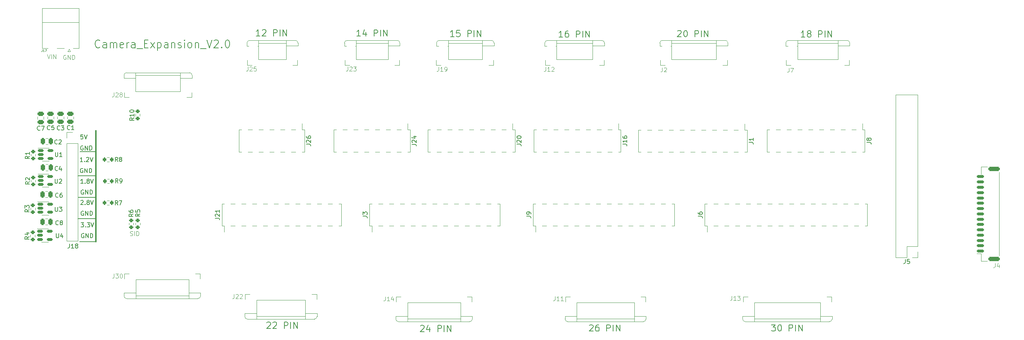
<source format=gto>
G04 #@! TF.GenerationSoftware,KiCad,Pcbnew,8.0.3*
G04 #@! TF.CreationDate,2025-06-28T13:49:22+03:00*
G04 #@! TF.ProjectId,Camera_Expansion_Board_V2.0,43616d65-7261-45f4-9578-70616e73696f,rev?*
G04 #@! TF.SameCoordinates,Original*
G04 #@! TF.FileFunction,Legend,Top*
G04 #@! TF.FilePolarity,Positive*
%FSLAX46Y46*%
G04 Gerber Fmt 4.6, Leading zero omitted, Abs format (unit mm)*
G04 Created by KiCad (PCBNEW 8.0.3) date 2025-06-28 13:49:22*
%MOMM*%
%LPD*%
G01*
G04 APERTURE LIST*
G04 Aperture macros list*
%AMRoundRect*
0 Rectangle with rounded corners*
0 $1 Rounding radius*
0 $2 $3 $4 $5 $6 $7 $8 $9 X,Y pos of 4 corners*
0 Add a 4 corners polygon primitive as box body*
4,1,4,$2,$3,$4,$5,$6,$7,$8,$9,$2,$3,0*
0 Add four circle primitives for the rounded corners*
1,1,$1+$1,$2,$3*
1,1,$1+$1,$4,$5*
1,1,$1+$1,$6,$7*
1,1,$1+$1,$8,$9*
0 Add four rect primitives between the rounded corners*
20,1,$1+$1,$2,$3,$4,$5,0*
20,1,$1+$1,$4,$5,$6,$7,0*
20,1,$1+$1,$6,$7,$8,$9,0*
20,1,$1+$1,$8,$9,$2,$3,0*%
G04 Aperture macros list end*
%ADD10C,0.150000*%
%ADD11C,0.360000*%
%ADD12C,0.100000*%
%ADD13C,0.125000*%
%ADD14C,0.120000*%
%ADD15RoundRect,0.250000X0.250000X0.475000X-0.250000X0.475000X-0.250000X-0.475000X0.250000X-0.475000X0*%
%ADD16RoundRect,0.150000X-0.512500X-0.150000X0.512500X-0.150000X0.512500X0.150000X-0.512500X0.150000X0*%
%ADD17RoundRect,0.200000X0.200000X0.275000X-0.200000X0.275000X-0.200000X-0.275000X0.200000X-0.275000X0*%
%ADD18R,1.000000X3.150000*%
%ADD19R,0.300000X1.250000*%
%ADD20R,2.000000X3.150000*%
%ADD21C,2.500000*%
%ADD22RoundRect,0.250000X-0.475000X0.250000X-0.475000X-0.250000X0.475000X-0.250000X0.475000X0.250000X0*%
%ADD23R,1.700000X1.700000*%
%ADD24O,1.700000X1.700000*%
%ADD25RoundRect,0.200000X-0.275000X0.200000X-0.275000X-0.200000X0.275000X-0.200000X0.275000X0.200000X0*%
%ADD26RoundRect,0.200000X0.275000X-0.200000X0.275000X0.200000X-0.275000X0.200000X-0.275000X-0.200000X0*%
%ADD27RoundRect,0.150000X0.700000X-0.150000X0.700000X0.150000X-0.700000X0.150000X-0.700000X-0.150000X0*%
%ADD28RoundRect,0.250000X1.100000X-0.250000X1.100000X0.250000X-1.100000X0.250000X-1.100000X-0.250000X0*%
G04 APERTURE END LIST*
D10*
X41866250Y-84998750D02*
X45386250Y-84998750D01*
X41416250Y-95688750D02*
X45426250Y-95688750D01*
X41396250Y-90648750D02*
X45426250Y-90648750D01*
D11*
X45563750Y-80066250D02*
X45563750Y-106136250D01*
D10*
X41396250Y-100708750D02*
X45386250Y-100708750D01*
X41778750Y-106126250D02*
X45488750Y-106126250D01*
X212149041Y-58062378D02*
X211291898Y-58062378D01*
X211720469Y-58062378D02*
X211720469Y-56562378D01*
X211720469Y-56562378D02*
X211577612Y-56776664D01*
X211577612Y-56776664D02*
X211434755Y-56919521D01*
X211434755Y-56919521D02*
X211291898Y-56990950D01*
X213006183Y-57205235D02*
X212863326Y-57133807D01*
X212863326Y-57133807D02*
X212791897Y-57062378D01*
X212791897Y-57062378D02*
X212720469Y-56919521D01*
X212720469Y-56919521D02*
X212720469Y-56848092D01*
X212720469Y-56848092D02*
X212791897Y-56705235D01*
X212791897Y-56705235D02*
X212863326Y-56633807D01*
X212863326Y-56633807D02*
X213006183Y-56562378D01*
X213006183Y-56562378D02*
X213291897Y-56562378D01*
X213291897Y-56562378D02*
X213434755Y-56633807D01*
X213434755Y-56633807D02*
X213506183Y-56705235D01*
X213506183Y-56705235D02*
X213577612Y-56848092D01*
X213577612Y-56848092D02*
X213577612Y-56919521D01*
X213577612Y-56919521D02*
X213506183Y-57062378D01*
X213506183Y-57062378D02*
X213434755Y-57133807D01*
X213434755Y-57133807D02*
X213291897Y-57205235D01*
X213291897Y-57205235D02*
X213006183Y-57205235D01*
X213006183Y-57205235D02*
X212863326Y-57276664D01*
X212863326Y-57276664D02*
X212791897Y-57348092D01*
X212791897Y-57348092D02*
X212720469Y-57490950D01*
X212720469Y-57490950D02*
X212720469Y-57776664D01*
X212720469Y-57776664D02*
X212791897Y-57919521D01*
X212791897Y-57919521D02*
X212863326Y-57990950D01*
X212863326Y-57990950D02*
X213006183Y-58062378D01*
X213006183Y-58062378D02*
X213291897Y-58062378D01*
X213291897Y-58062378D02*
X213434755Y-57990950D01*
X213434755Y-57990950D02*
X213506183Y-57919521D01*
X213506183Y-57919521D02*
X213577612Y-57776664D01*
X213577612Y-57776664D02*
X213577612Y-57490950D01*
X213577612Y-57490950D02*
X213506183Y-57348092D01*
X213506183Y-57348092D02*
X213434755Y-57276664D01*
X213434755Y-57276664D02*
X213291897Y-57205235D01*
X215363325Y-58062378D02*
X215363325Y-56562378D01*
X215363325Y-56562378D02*
X215934754Y-56562378D01*
X215934754Y-56562378D02*
X216077611Y-56633807D01*
X216077611Y-56633807D02*
X216149040Y-56705235D01*
X216149040Y-56705235D02*
X216220468Y-56848092D01*
X216220468Y-56848092D02*
X216220468Y-57062378D01*
X216220468Y-57062378D02*
X216149040Y-57205235D01*
X216149040Y-57205235D02*
X216077611Y-57276664D01*
X216077611Y-57276664D02*
X215934754Y-57348092D01*
X215934754Y-57348092D02*
X215363325Y-57348092D01*
X216863325Y-58062378D02*
X216863325Y-56562378D01*
X217577611Y-58062378D02*
X217577611Y-56562378D01*
X217577611Y-56562378D02*
X218434754Y-58062378D01*
X218434754Y-58062378D02*
X218434754Y-56562378D01*
X42676838Y-94026188D02*
X42581600Y-93978569D01*
X42581600Y-93978569D02*
X42438743Y-93978569D01*
X42438743Y-93978569D02*
X42295886Y-94026188D01*
X42295886Y-94026188D02*
X42200648Y-94121426D01*
X42200648Y-94121426D02*
X42153029Y-94216664D01*
X42153029Y-94216664D02*
X42105410Y-94407140D01*
X42105410Y-94407140D02*
X42105410Y-94549997D01*
X42105410Y-94549997D02*
X42153029Y-94740473D01*
X42153029Y-94740473D02*
X42200648Y-94835711D01*
X42200648Y-94835711D02*
X42295886Y-94930950D01*
X42295886Y-94930950D02*
X42438743Y-94978569D01*
X42438743Y-94978569D02*
X42533981Y-94978569D01*
X42533981Y-94978569D02*
X42676838Y-94930950D01*
X42676838Y-94930950D02*
X42724457Y-94883330D01*
X42724457Y-94883330D02*
X42724457Y-94549997D01*
X42724457Y-94549997D02*
X42533981Y-94549997D01*
X43153029Y-94978569D02*
X43153029Y-93978569D01*
X43153029Y-93978569D02*
X43724457Y-94978569D01*
X43724457Y-94978569D02*
X43724457Y-93978569D01*
X44200648Y-94978569D02*
X44200648Y-93978569D01*
X44200648Y-93978569D02*
X44438743Y-93978569D01*
X44438743Y-93978569D02*
X44581600Y-94026188D01*
X44581600Y-94026188D02*
X44676838Y-94121426D01*
X44676838Y-94121426D02*
X44724457Y-94216664D01*
X44724457Y-94216664D02*
X44772076Y-94407140D01*
X44772076Y-94407140D02*
X44772076Y-94549997D01*
X44772076Y-94549997D02*
X44724457Y-94740473D01*
X44724457Y-94740473D02*
X44676838Y-94835711D01*
X44676838Y-94835711D02*
X44581600Y-94930950D01*
X44581600Y-94930950D02*
X44438743Y-94978569D01*
X44438743Y-94978569D02*
X44200648Y-94978569D01*
X121834398Y-125912735D02*
X121905826Y-125841307D01*
X121905826Y-125841307D02*
X122048684Y-125769878D01*
X122048684Y-125769878D02*
X122405826Y-125769878D01*
X122405826Y-125769878D02*
X122548684Y-125841307D01*
X122548684Y-125841307D02*
X122620112Y-125912735D01*
X122620112Y-125912735D02*
X122691541Y-126055592D01*
X122691541Y-126055592D02*
X122691541Y-126198450D01*
X122691541Y-126198450D02*
X122620112Y-126412735D01*
X122620112Y-126412735D02*
X121762969Y-127269878D01*
X121762969Y-127269878D02*
X122691541Y-127269878D01*
X123977255Y-126269878D02*
X123977255Y-127269878D01*
X123620112Y-125698450D02*
X123262969Y-126769878D01*
X123262969Y-126769878D02*
X124191540Y-126769878D01*
X125905825Y-127269878D02*
X125905825Y-125769878D01*
X125905825Y-125769878D02*
X126477254Y-125769878D01*
X126477254Y-125769878D02*
X126620111Y-125841307D01*
X126620111Y-125841307D02*
X126691540Y-125912735D01*
X126691540Y-125912735D02*
X126762968Y-126055592D01*
X126762968Y-126055592D02*
X126762968Y-126269878D01*
X126762968Y-126269878D02*
X126691540Y-126412735D01*
X126691540Y-126412735D02*
X126620111Y-126484164D01*
X126620111Y-126484164D02*
X126477254Y-126555592D01*
X126477254Y-126555592D02*
X125905825Y-126555592D01*
X127405825Y-127269878D02*
X127405825Y-125769878D01*
X128120111Y-127269878D02*
X128120111Y-125769878D01*
X128120111Y-125769878D02*
X128977254Y-127269878D01*
X128977254Y-127269878D02*
X128977254Y-125769878D01*
D12*
X38511845Y-62316288D02*
X38416607Y-62268669D01*
X38416607Y-62268669D02*
X38273750Y-62268669D01*
X38273750Y-62268669D02*
X38130893Y-62316288D01*
X38130893Y-62316288D02*
X38035655Y-62411526D01*
X38035655Y-62411526D02*
X37988036Y-62506764D01*
X37988036Y-62506764D02*
X37940417Y-62697240D01*
X37940417Y-62697240D02*
X37940417Y-62840097D01*
X37940417Y-62840097D02*
X37988036Y-63030573D01*
X37988036Y-63030573D02*
X38035655Y-63125811D01*
X38035655Y-63125811D02*
X38130893Y-63221050D01*
X38130893Y-63221050D02*
X38273750Y-63268669D01*
X38273750Y-63268669D02*
X38368988Y-63268669D01*
X38368988Y-63268669D02*
X38511845Y-63221050D01*
X38511845Y-63221050D02*
X38559464Y-63173430D01*
X38559464Y-63173430D02*
X38559464Y-62840097D01*
X38559464Y-62840097D02*
X38368988Y-62840097D01*
X38988036Y-63268669D02*
X38988036Y-62268669D01*
X38988036Y-62268669D02*
X39559464Y-63268669D01*
X39559464Y-63268669D02*
X39559464Y-62268669D01*
X40035655Y-63268669D02*
X40035655Y-62268669D01*
X40035655Y-62268669D02*
X40273750Y-62268669D01*
X40273750Y-62268669D02*
X40416607Y-62316288D01*
X40416607Y-62316288D02*
X40511845Y-62411526D01*
X40511845Y-62411526D02*
X40559464Y-62506764D01*
X40559464Y-62506764D02*
X40607083Y-62697240D01*
X40607083Y-62697240D02*
X40607083Y-62840097D01*
X40607083Y-62840097D02*
X40559464Y-63030573D01*
X40559464Y-63030573D02*
X40511845Y-63125811D01*
X40511845Y-63125811D02*
X40416607Y-63221050D01*
X40416607Y-63221050D02*
X40273750Y-63268669D01*
X40273750Y-63268669D02*
X40035655Y-63268669D01*
D13*
X53636462Y-104659750D02*
X53779319Y-104707369D01*
X53779319Y-104707369D02*
X54017414Y-104707369D01*
X54017414Y-104707369D02*
X54112652Y-104659750D01*
X54112652Y-104659750D02*
X54160271Y-104612130D01*
X54160271Y-104612130D02*
X54207890Y-104516892D01*
X54207890Y-104516892D02*
X54207890Y-104421654D01*
X54207890Y-104421654D02*
X54160271Y-104326416D01*
X54160271Y-104326416D02*
X54112652Y-104278797D01*
X54112652Y-104278797D02*
X54017414Y-104231178D01*
X54017414Y-104231178D02*
X53826938Y-104183559D01*
X53826938Y-104183559D02*
X53731700Y-104135940D01*
X53731700Y-104135940D02*
X53684081Y-104088321D01*
X53684081Y-104088321D02*
X53636462Y-103993083D01*
X53636462Y-103993083D02*
X53636462Y-103897845D01*
X53636462Y-103897845D02*
X53684081Y-103802607D01*
X53684081Y-103802607D02*
X53731700Y-103754988D01*
X53731700Y-103754988D02*
X53826938Y-103707369D01*
X53826938Y-103707369D02*
X54065033Y-103707369D01*
X54065033Y-103707369D02*
X54207890Y-103754988D01*
X54636462Y-104707369D02*
X54636462Y-103707369D01*
X55112652Y-104707369D02*
X55112652Y-103707369D01*
X55112652Y-103707369D02*
X55350747Y-103707369D01*
X55350747Y-103707369D02*
X55493604Y-103754988D01*
X55493604Y-103754988D02*
X55588842Y-103850226D01*
X55588842Y-103850226D02*
X55636461Y-103945464D01*
X55636461Y-103945464D02*
X55684080Y-104135940D01*
X55684080Y-104135940D02*
X55684080Y-104278797D01*
X55684080Y-104278797D02*
X55636461Y-104469273D01*
X55636461Y-104469273D02*
X55588842Y-104564511D01*
X55588842Y-104564511D02*
X55493604Y-104659750D01*
X55493604Y-104659750D02*
X55350747Y-104707369D01*
X55350747Y-104707369D02*
X55112652Y-104707369D01*
D10*
X42676838Y-99016188D02*
X42581600Y-98968569D01*
X42581600Y-98968569D02*
X42438743Y-98968569D01*
X42438743Y-98968569D02*
X42295886Y-99016188D01*
X42295886Y-99016188D02*
X42200648Y-99111426D01*
X42200648Y-99111426D02*
X42153029Y-99206664D01*
X42153029Y-99206664D02*
X42105410Y-99397140D01*
X42105410Y-99397140D02*
X42105410Y-99539997D01*
X42105410Y-99539997D02*
X42153029Y-99730473D01*
X42153029Y-99730473D02*
X42200648Y-99825711D01*
X42200648Y-99825711D02*
X42295886Y-99920950D01*
X42295886Y-99920950D02*
X42438743Y-99968569D01*
X42438743Y-99968569D02*
X42533981Y-99968569D01*
X42533981Y-99968569D02*
X42676838Y-99920950D01*
X42676838Y-99920950D02*
X42724457Y-99873330D01*
X42724457Y-99873330D02*
X42724457Y-99539997D01*
X42724457Y-99539997D02*
X42533981Y-99539997D01*
X43153029Y-99968569D02*
X43153029Y-98968569D01*
X43153029Y-98968569D02*
X43724457Y-99968569D01*
X43724457Y-99968569D02*
X43724457Y-98968569D01*
X44200648Y-99968569D02*
X44200648Y-98968569D01*
X44200648Y-98968569D02*
X44438743Y-98968569D01*
X44438743Y-98968569D02*
X44581600Y-99016188D01*
X44581600Y-99016188D02*
X44676838Y-99111426D01*
X44676838Y-99111426D02*
X44724457Y-99206664D01*
X44724457Y-99206664D02*
X44772076Y-99397140D01*
X44772076Y-99397140D02*
X44772076Y-99539997D01*
X44772076Y-99539997D02*
X44724457Y-99730473D01*
X44724457Y-99730473D02*
X44676838Y-99825711D01*
X44676838Y-99825711D02*
X44581600Y-99920950D01*
X44581600Y-99920950D02*
X44438743Y-99968569D01*
X44438743Y-99968569D02*
X44200648Y-99968569D01*
X42506838Y-88956188D02*
X42411600Y-88908569D01*
X42411600Y-88908569D02*
X42268743Y-88908569D01*
X42268743Y-88908569D02*
X42125886Y-88956188D01*
X42125886Y-88956188D02*
X42030648Y-89051426D01*
X42030648Y-89051426D02*
X41983029Y-89146664D01*
X41983029Y-89146664D02*
X41935410Y-89337140D01*
X41935410Y-89337140D02*
X41935410Y-89479997D01*
X41935410Y-89479997D02*
X41983029Y-89670473D01*
X41983029Y-89670473D02*
X42030648Y-89765711D01*
X42030648Y-89765711D02*
X42125886Y-89860950D01*
X42125886Y-89860950D02*
X42268743Y-89908569D01*
X42268743Y-89908569D02*
X42363981Y-89908569D01*
X42363981Y-89908569D02*
X42506838Y-89860950D01*
X42506838Y-89860950D02*
X42554457Y-89813330D01*
X42554457Y-89813330D02*
X42554457Y-89479997D01*
X42554457Y-89479997D02*
X42363981Y-89479997D01*
X42983029Y-89908569D02*
X42983029Y-88908569D01*
X42983029Y-88908569D02*
X43554457Y-89908569D01*
X43554457Y-89908569D02*
X43554457Y-88908569D01*
X44030648Y-89908569D02*
X44030648Y-88908569D01*
X44030648Y-88908569D02*
X44268743Y-88908569D01*
X44268743Y-88908569D02*
X44411600Y-88956188D01*
X44411600Y-88956188D02*
X44506838Y-89051426D01*
X44506838Y-89051426D02*
X44554457Y-89146664D01*
X44554457Y-89146664D02*
X44602076Y-89337140D01*
X44602076Y-89337140D02*
X44602076Y-89479997D01*
X44602076Y-89479997D02*
X44554457Y-89670473D01*
X44554457Y-89670473D02*
X44506838Y-89765711D01*
X44506838Y-89765711D02*
X44411600Y-89860950D01*
X44411600Y-89860950D02*
X44268743Y-89908569D01*
X44268743Y-89908569D02*
X44030648Y-89908569D01*
X107739041Y-57832378D02*
X106881898Y-57832378D01*
X107310469Y-57832378D02*
X107310469Y-56332378D01*
X107310469Y-56332378D02*
X107167612Y-56546664D01*
X107167612Y-56546664D02*
X107024755Y-56689521D01*
X107024755Y-56689521D02*
X106881898Y-56760950D01*
X109024755Y-56832378D02*
X109024755Y-57832378D01*
X108667612Y-56260950D02*
X108310469Y-57332378D01*
X108310469Y-57332378D02*
X109239040Y-57332378D01*
X110953325Y-57832378D02*
X110953325Y-56332378D01*
X110953325Y-56332378D02*
X111524754Y-56332378D01*
X111524754Y-56332378D02*
X111667611Y-56403807D01*
X111667611Y-56403807D02*
X111739040Y-56475235D01*
X111739040Y-56475235D02*
X111810468Y-56618092D01*
X111810468Y-56618092D02*
X111810468Y-56832378D01*
X111810468Y-56832378D02*
X111739040Y-56975235D01*
X111739040Y-56975235D02*
X111667611Y-57046664D01*
X111667611Y-57046664D02*
X111524754Y-57118092D01*
X111524754Y-57118092D02*
X110953325Y-57118092D01*
X112453325Y-57832378D02*
X112453325Y-56332378D01*
X113167611Y-57832378D02*
X113167611Y-56332378D01*
X113167611Y-56332378D02*
X114024754Y-57832378D01*
X114024754Y-57832378D02*
X114024754Y-56332378D01*
D12*
X34138512Y-62088669D02*
X34471845Y-63088669D01*
X34471845Y-63088669D02*
X34805178Y-62088669D01*
X35138512Y-63088669D02*
X35138512Y-62088669D01*
X35614702Y-63088669D02*
X35614702Y-62088669D01*
X35614702Y-62088669D02*
X36186130Y-63088669D01*
X36186130Y-63088669D02*
X36186130Y-62088669D01*
D10*
X42055410Y-96523807D02*
X42103029Y-96476188D01*
X42103029Y-96476188D02*
X42198267Y-96428569D01*
X42198267Y-96428569D02*
X42436362Y-96428569D01*
X42436362Y-96428569D02*
X42531600Y-96476188D01*
X42531600Y-96476188D02*
X42579219Y-96523807D01*
X42579219Y-96523807D02*
X42626838Y-96619045D01*
X42626838Y-96619045D02*
X42626838Y-96714283D01*
X42626838Y-96714283D02*
X42579219Y-96857140D01*
X42579219Y-96857140D02*
X42007791Y-97428569D01*
X42007791Y-97428569D02*
X42626838Y-97428569D01*
X43055410Y-97333330D02*
X43103029Y-97380950D01*
X43103029Y-97380950D02*
X43055410Y-97428569D01*
X43055410Y-97428569D02*
X43007791Y-97380950D01*
X43007791Y-97380950D02*
X43055410Y-97333330D01*
X43055410Y-97333330D02*
X43055410Y-97428569D01*
X43674457Y-96857140D02*
X43579219Y-96809521D01*
X43579219Y-96809521D02*
X43531600Y-96761902D01*
X43531600Y-96761902D02*
X43483981Y-96666664D01*
X43483981Y-96666664D02*
X43483981Y-96619045D01*
X43483981Y-96619045D02*
X43531600Y-96523807D01*
X43531600Y-96523807D02*
X43579219Y-96476188D01*
X43579219Y-96476188D02*
X43674457Y-96428569D01*
X43674457Y-96428569D02*
X43864933Y-96428569D01*
X43864933Y-96428569D02*
X43960171Y-96476188D01*
X43960171Y-96476188D02*
X44007790Y-96523807D01*
X44007790Y-96523807D02*
X44055409Y-96619045D01*
X44055409Y-96619045D02*
X44055409Y-96666664D01*
X44055409Y-96666664D02*
X44007790Y-96761902D01*
X44007790Y-96761902D02*
X43960171Y-96809521D01*
X43960171Y-96809521D02*
X43864933Y-96857140D01*
X43864933Y-96857140D02*
X43674457Y-96857140D01*
X43674457Y-96857140D02*
X43579219Y-96904759D01*
X43579219Y-96904759D02*
X43531600Y-96952378D01*
X43531600Y-96952378D02*
X43483981Y-97047616D01*
X43483981Y-97047616D02*
X43483981Y-97238092D01*
X43483981Y-97238092D02*
X43531600Y-97333330D01*
X43531600Y-97333330D02*
X43579219Y-97380950D01*
X43579219Y-97380950D02*
X43674457Y-97428569D01*
X43674457Y-97428569D02*
X43864933Y-97428569D01*
X43864933Y-97428569D02*
X43960171Y-97380950D01*
X43960171Y-97380950D02*
X44007790Y-97333330D01*
X44007790Y-97333330D02*
X44055409Y-97238092D01*
X44055409Y-97238092D02*
X44055409Y-97047616D01*
X44055409Y-97047616D02*
X44007790Y-96952378D01*
X44007790Y-96952378D02*
X43960171Y-96904759D01*
X43960171Y-96904759D02*
X43864933Y-96857140D01*
X44341124Y-96428569D02*
X44674457Y-97428569D01*
X44674457Y-97428569D02*
X45007790Y-96428569D01*
X42766838Y-104276188D02*
X42671600Y-104228569D01*
X42671600Y-104228569D02*
X42528743Y-104228569D01*
X42528743Y-104228569D02*
X42385886Y-104276188D01*
X42385886Y-104276188D02*
X42290648Y-104371426D01*
X42290648Y-104371426D02*
X42243029Y-104466664D01*
X42243029Y-104466664D02*
X42195410Y-104657140D01*
X42195410Y-104657140D02*
X42195410Y-104799997D01*
X42195410Y-104799997D02*
X42243029Y-104990473D01*
X42243029Y-104990473D02*
X42290648Y-105085711D01*
X42290648Y-105085711D02*
X42385886Y-105180950D01*
X42385886Y-105180950D02*
X42528743Y-105228569D01*
X42528743Y-105228569D02*
X42623981Y-105228569D01*
X42623981Y-105228569D02*
X42766838Y-105180950D01*
X42766838Y-105180950D02*
X42814457Y-105133330D01*
X42814457Y-105133330D02*
X42814457Y-104799997D01*
X42814457Y-104799997D02*
X42623981Y-104799997D01*
X43243029Y-105228569D02*
X43243029Y-104228569D01*
X43243029Y-104228569D02*
X43814457Y-105228569D01*
X43814457Y-105228569D02*
X43814457Y-104228569D01*
X44290648Y-105228569D02*
X44290648Y-104228569D01*
X44290648Y-104228569D02*
X44528743Y-104228569D01*
X44528743Y-104228569D02*
X44671600Y-104276188D01*
X44671600Y-104276188D02*
X44766838Y-104371426D01*
X44766838Y-104371426D02*
X44814457Y-104466664D01*
X44814457Y-104466664D02*
X44862076Y-104657140D01*
X44862076Y-104657140D02*
X44862076Y-104799997D01*
X44862076Y-104799997D02*
X44814457Y-104990473D01*
X44814457Y-104990473D02*
X44766838Y-105085711D01*
X44766838Y-105085711D02*
X44671600Y-105180950D01*
X44671600Y-105180950D02*
X44528743Y-105228569D01*
X44528743Y-105228569D02*
X44290648Y-105228569D01*
X182251898Y-56625235D02*
X182323326Y-56553807D01*
X182323326Y-56553807D02*
X182466184Y-56482378D01*
X182466184Y-56482378D02*
X182823326Y-56482378D01*
X182823326Y-56482378D02*
X182966184Y-56553807D01*
X182966184Y-56553807D02*
X183037612Y-56625235D01*
X183037612Y-56625235D02*
X183109041Y-56768092D01*
X183109041Y-56768092D02*
X183109041Y-56910950D01*
X183109041Y-56910950D02*
X183037612Y-57125235D01*
X183037612Y-57125235D02*
X182180469Y-57982378D01*
X182180469Y-57982378D02*
X183109041Y-57982378D01*
X184037612Y-56482378D02*
X184180469Y-56482378D01*
X184180469Y-56482378D02*
X184323326Y-56553807D01*
X184323326Y-56553807D02*
X184394755Y-56625235D01*
X184394755Y-56625235D02*
X184466183Y-56768092D01*
X184466183Y-56768092D02*
X184537612Y-57053807D01*
X184537612Y-57053807D02*
X184537612Y-57410950D01*
X184537612Y-57410950D02*
X184466183Y-57696664D01*
X184466183Y-57696664D02*
X184394755Y-57839521D01*
X184394755Y-57839521D02*
X184323326Y-57910950D01*
X184323326Y-57910950D02*
X184180469Y-57982378D01*
X184180469Y-57982378D02*
X184037612Y-57982378D01*
X184037612Y-57982378D02*
X183894755Y-57910950D01*
X183894755Y-57910950D02*
X183823326Y-57839521D01*
X183823326Y-57839521D02*
X183751897Y-57696664D01*
X183751897Y-57696664D02*
X183680469Y-57410950D01*
X183680469Y-57410950D02*
X183680469Y-57053807D01*
X183680469Y-57053807D02*
X183751897Y-56768092D01*
X183751897Y-56768092D02*
X183823326Y-56625235D01*
X183823326Y-56625235D02*
X183894755Y-56553807D01*
X183894755Y-56553807D02*
X184037612Y-56482378D01*
X186323325Y-57982378D02*
X186323325Y-56482378D01*
X186323325Y-56482378D02*
X186894754Y-56482378D01*
X186894754Y-56482378D02*
X187037611Y-56553807D01*
X187037611Y-56553807D02*
X187109040Y-56625235D01*
X187109040Y-56625235D02*
X187180468Y-56768092D01*
X187180468Y-56768092D02*
X187180468Y-56982378D01*
X187180468Y-56982378D02*
X187109040Y-57125235D01*
X187109040Y-57125235D02*
X187037611Y-57196664D01*
X187037611Y-57196664D02*
X186894754Y-57268092D01*
X186894754Y-57268092D02*
X186323325Y-57268092D01*
X187823325Y-57982378D02*
X187823325Y-56482378D01*
X188537611Y-57982378D02*
X188537611Y-56482378D01*
X188537611Y-56482378D02*
X189394754Y-57982378D01*
X189394754Y-57982378D02*
X189394754Y-56482378D01*
X85764398Y-125192735D02*
X85835826Y-125121307D01*
X85835826Y-125121307D02*
X85978684Y-125049878D01*
X85978684Y-125049878D02*
X86335826Y-125049878D01*
X86335826Y-125049878D02*
X86478684Y-125121307D01*
X86478684Y-125121307D02*
X86550112Y-125192735D01*
X86550112Y-125192735D02*
X86621541Y-125335592D01*
X86621541Y-125335592D02*
X86621541Y-125478450D01*
X86621541Y-125478450D02*
X86550112Y-125692735D01*
X86550112Y-125692735D02*
X85692969Y-126549878D01*
X85692969Y-126549878D02*
X86621541Y-126549878D01*
X87192969Y-125192735D02*
X87264397Y-125121307D01*
X87264397Y-125121307D02*
X87407255Y-125049878D01*
X87407255Y-125049878D02*
X87764397Y-125049878D01*
X87764397Y-125049878D02*
X87907255Y-125121307D01*
X87907255Y-125121307D02*
X87978683Y-125192735D01*
X87978683Y-125192735D02*
X88050112Y-125335592D01*
X88050112Y-125335592D02*
X88050112Y-125478450D01*
X88050112Y-125478450D02*
X87978683Y-125692735D01*
X87978683Y-125692735D02*
X87121540Y-126549878D01*
X87121540Y-126549878D02*
X88050112Y-126549878D01*
X89835825Y-126549878D02*
X89835825Y-125049878D01*
X89835825Y-125049878D02*
X90407254Y-125049878D01*
X90407254Y-125049878D02*
X90550111Y-125121307D01*
X90550111Y-125121307D02*
X90621540Y-125192735D01*
X90621540Y-125192735D02*
X90692968Y-125335592D01*
X90692968Y-125335592D02*
X90692968Y-125549878D01*
X90692968Y-125549878D02*
X90621540Y-125692735D01*
X90621540Y-125692735D02*
X90550111Y-125764164D01*
X90550111Y-125764164D02*
X90407254Y-125835592D01*
X90407254Y-125835592D02*
X89835825Y-125835592D01*
X91335825Y-126549878D02*
X91335825Y-125049878D01*
X92050111Y-126549878D02*
X92050111Y-125049878D01*
X92050111Y-125049878D02*
X92907254Y-126549878D01*
X92907254Y-126549878D02*
X92907254Y-125049878D01*
X42496838Y-87298569D02*
X41925410Y-87298569D01*
X42211124Y-87298569D02*
X42211124Y-86298569D01*
X42211124Y-86298569D02*
X42115886Y-86441426D01*
X42115886Y-86441426D02*
X42020648Y-86536664D01*
X42020648Y-86536664D02*
X41925410Y-86584283D01*
X42925410Y-87203330D02*
X42973029Y-87250950D01*
X42973029Y-87250950D02*
X42925410Y-87298569D01*
X42925410Y-87298569D02*
X42877791Y-87250950D01*
X42877791Y-87250950D02*
X42925410Y-87203330D01*
X42925410Y-87203330D02*
X42925410Y-87298569D01*
X43353981Y-86393807D02*
X43401600Y-86346188D01*
X43401600Y-86346188D02*
X43496838Y-86298569D01*
X43496838Y-86298569D02*
X43734933Y-86298569D01*
X43734933Y-86298569D02*
X43830171Y-86346188D01*
X43830171Y-86346188D02*
X43877790Y-86393807D01*
X43877790Y-86393807D02*
X43925409Y-86489045D01*
X43925409Y-86489045D02*
X43925409Y-86584283D01*
X43925409Y-86584283D02*
X43877790Y-86727140D01*
X43877790Y-86727140D02*
X43306362Y-87298569D01*
X43306362Y-87298569D02*
X43925409Y-87298569D01*
X44211124Y-86298569D02*
X44544457Y-87298569D01*
X44544457Y-87298569D02*
X44877790Y-86298569D01*
X84129041Y-57762378D02*
X83271898Y-57762378D01*
X83700469Y-57762378D02*
X83700469Y-56262378D01*
X83700469Y-56262378D02*
X83557612Y-56476664D01*
X83557612Y-56476664D02*
X83414755Y-56619521D01*
X83414755Y-56619521D02*
X83271898Y-56690950D01*
X84700469Y-56405235D02*
X84771897Y-56333807D01*
X84771897Y-56333807D02*
X84914755Y-56262378D01*
X84914755Y-56262378D02*
X85271897Y-56262378D01*
X85271897Y-56262378D02*
X85414755Y-56333807D01*
X85414755Y-56333807D02*
X85486183Y-56405235D01*
X85486183Y-56405235D02*
X85557612Y-56548092D01*
X85557612Y-56548092D02*
X85557612Y-56690950D01*
X85557612Y-56690950D02*
X85486183Y-56905235D01*
X85486183Y-56905235D02*
X84629040Y-57762378D01*
X84629040Y-57762378D02*
X85557612Y-57762378D01*
X87343325Y-57762378D02*
X87343325Y-56262378D01*
X87343325Y-56262378D02*
X87914754Y-56262378D01*
X87914754Y-56262378D02*
X88057611Y-56333807D01*
X88057611Y-56333807D02*
X88129040Y-56405235D01*
X88129040Y-56405235D02*
X88200468Y-56548092D01*
X88200468Y-56548092D02*
X88200468Y-56762378D01*
X88200468Y-56762378D02*
X88129040Y-56905235D01*
X88129040Y-56905235D02*
X88057611Y-56976664D01*
X88057611Y-56976664D02*
X87914754Y-57048092D01*
X87914754Y-57048092D02*
X87343325Y-57048092D01*
X88843325Y-57762378D02*
X88843325Y-56262378D01*
X89557611Y-57762378D02*
X89557611Y-56262378D01*
X89557611Y-56262378D02*
X90414754Y-57762378D01*
X90414754Y-57762378D02*
X90414754Y-56262378D01*
X42097791Y-101688569D02*
X42716838Y-101688569D01*
X42716838Y-101688569D02*
X42383505Y-102069521D01*
X42383505Y-102069521D02*
X42526362Y-102069521D01*
X42526362Y-102069521D02*
X42621600Y-102117140D01*
X42621600Y-102117140D02*
X42669219Y-102164759D01*
X42669219Y-102164759D02*
X42716838Y-102259997D01*
X42716838Y-102259997D02*
X42716838Y-102498092D01*
X42716838Y-102498092D02*
X42669219Y-102593330D01*
X42669219Y-102593330D02*
X42621600Y-102640950D01*
X42621600Y-102640950D02*
X42526362Y-102688569D01*
X42526362Y-102688569D02*
X42240648Y-102688569D01*
X42240648Y-102688569D02*
X42145410Y-102640950D01*
X42145410Y-102640950D02*
X42097791Y-102593330D01*
X43145410Y-102593330D02*
X43193029Y-102640950D01*
X43193029Y-102640950D02*
X43145410Y-102688569D01*
X43145410Y-102688569D02*
X43097791Y-102640950D01*
X43097791Y-102640950D02*
X43145410Y-102593330D01*
X43145410Y-102593330D02*
X43145410Y-102688569D01*
X43526362Y-101688569D02*
X44145409Y-101688569D01*
X44145409Y-101688569D02*
X43812076Y-102069521D01*
X43812076Y-102069521D02*
X43954933Y-102069521D01*
X43954933Y-102069521D02*
X44050171Y-102117140D01*
X44050171Y-102117140D02*
X44097790Y-102164759D01*
X44097790Y-102164759D02*
X44145409Y-102259997D01*
X44145409Y-102259997D02*
X44145409Y-102498092D01*
X44145409Y-102498092D02*
X44097790Y-102593330D01*
X44097790Y-102593330D02*
X44050171Y-102640950D01*
X44050171Y-102640950D02*
X43954933Y-102688569D01*
X43954933Y-102688569D02*
X43669219Y-102688569D01*
X43669219Y-102688569D02*
X43573981Y-102640950D01*
X43573981Y-102640950D02*
X43526362Y-102593330D01*
X44431124Y-101688569D02*
X44764457Y-102688569D01*
X44764457Y-102688569D02*
X45097790Y-101688569D01*
X42519219Y-80978569D02*
X42043029Y-80978569D01*
X42043029Y-80978569D02*
X41995410Y-81454759D01*
X41995410Y-81454759D02*
X42043029Y-81407140D01*
X42043029Y-81407140D02*
X42138267Y-81359521D01*
X42138267Y-81359521D02*
X42376362Y-81359521D01*
X42376362Y-81359521D02*
X42471600Y-81407140D01*
X42471600Y-81407140D02*
X42519219Y-81454759D01*
X42519219Y-81454759D02*
X42566838Y-81549997D01*
X42566838Y-81549997D02*
X42566838Y-81788092D01*
X42566838Y-81788092D02*
X42519219Y-81883330D01*
X42519219Y-81883330D02*
X42471600Y-81930950D01*
X42471600Y-81930950D02*
X42376362Y-81978569D01*
X42376362Y-81978569D02*
X42138267Y-81978569D01*
X42138267Y-81978569D02*
X42043029Y-81930950D01*
X42043029Y-81930950D02*
X41995410Y-81883330D01*
X42852553Y-80978569D02*
X43185886Y-81978569D01*
X43185886Y-81978569D02*
X43519219Y-80978569D01*
X129719041Y-57932378D02*
X128861898Y-57932378D01*
X129290469Y-57932378D02*
X129290469Y-56432378D01*
X129290469Y-56432378D02*
X129147612Y-56646664D01*
X129147612Y-56646664D02*
X129004755Y-56789521D01*
X129004755Y-56789521D02*
X128861898Y-56860950D01*
X131076183Y-56432378D02*
X130361897Y-56432378D01*
X130361897Y-56432378D02*
X130290469Y-57146664D01*
X130290469Y-57146664D02*
X130361897Y-57075235D01*
X130361897Y-57075235D02*
X130504755Y-57003807D01*
X130504755Y-57003807D02*
X130861897Y-57003807D01*
X130861897Y-57003807D02*
X131004755Y-57075235D01*
X131004755Y-57075235D02*
X131076183Y-57146664D01*
X131076183Y-57146664D02*
X131147612Y-57289521D01*
X131147612Y-57289521D02*
X131147612Y-57646664D01*
X131147612Y-57646664D02*
X131076183Y-57789521D01*
X131076183Y-57789521D02*
X131004755Y-57860950D01*
X131004755Y-57860950D02*
X130861897Y-57932378D01*
X130861897Y-57932378D02*
X130504755Y-57932378D01*
X130504755Y-57932378D02*
X130361897Y-57860950D01*
X130361897Y-57860950D02*
X130290469Y-57789521D01*
X132933325Y-57932378D02*
X132933325Y-56432378D01*
X132933325Y-56432378D02*
X133504754Y-56432378D01*
X133504754Y-56432378D02*
X133647611Y-56503807D01*
X133647611Y-56503807D02*
X133719040Y-56575235D01*
X133719040Y-56575235D02*
X133790468Y-56718092D01*
X133790468Y-56718092D02*
X133790468Y-56932378D01*
X133790468Y-56932378D02*
X133719040Y-57075235D01*
X133719040Y-57075235D02*
X133647611Y-57146664D01*
X133647611Y-57146664D02*
X133504754Y-57218092D01*
X133504754Y-57218092D02*
X132933325Y-57218092D01*
X134433325Y-57932378D02*
X134433325Y-56432378D01*
X135147611Y-57932378D02*
X135147611Y-56432378D01*
X135147611Y-56432378D02*
X136004754Y-57932378D01*
X136004754Y-57932378D02*
X136004754Y-56432378D01*
X155249041Y-58082378D02*
X154391898Y-58082378D01*
X154820469Y-58082378D02*
X154820469Y-56582378D01*
X154820469Y-56582378D02*
X154677612Y-56796664D01*
X154677612Y-56796664D02*
X154534755Y-56939521D01*
X154534755Y-56939521D02*
X154391898Y-57010950D01*
X156534755Y-56582378D02*
X156249040Y-56582378D01*
X156249040Y-56582378D02*
X156106183Y-56653807D01*
X156106183Y-56653807D02*
X156034755Y-56725235D01*
X156034755Y-56725235D02*
X155891897Y-56939521D01*
X155891897Y-56939521D02*
X155820469Y-57225235D01*
X155820469Y-57225235D02*
X155820469Y-57796664D01*
X155820469Y-57796664D02*
X155891897Y-57939521D01*
X155891897Y-57939521D02*
X155963326Y-58010950D01*
X155963326Y-58010950D02*
X156106183Y-58082378D01*
X156106183Y-58082378D02*
X156391897Y-58082378D01*
X156391897Y-58082378D02*
X156534755Y-58010950D01*
X156534755Y-58010950D02*
X156606183Y-57939521D01*
X156606183Y-57939521D02*
X156677612Y-57796664D01*
X156677612Y-57796664D02*
X156677612Y-57439521D01*
X156677612Y-57439521D02*
X156606183Y-57296664D01*
X156606183Y-57296664D02*
X156534755Y-57225235D01*
X156534755Y-57225235D02*
X156391897Y-57153807D01*
X156391897Y-57153807D02*
X156106183Y-57153807D01*
X156106183Y-57153807D02*
X155963326Y-57225235D01*
X155963326Y-57225235D02*
X155891897Y-57296664D01*
X155891897Y-57296664D02*
X155820469Y-57439521D01*
X158463325Y-58082378D02*
X158463325Y-56582378D01*
X158463325Y-56582378D02*
X159034754Y-56582378D01*
X159034754Y-56582378D02*
X159177611Y-56653807D01*
X159177611Y-56653807D02*
X159249040Y-56725235D01*
X159249040Y-56725235D02*
X159320468Y-56868092D01*
X159320468Y-56868092D02*
X159320468Y-57082378D01*
X159320468Y-57082378D02*
X159249040Y-57225235D01*
X159249040Y-57225235D02*
X159177611Y-57296664D01*
X159177611Y-57296664D02*
X159034754Y-57368092D01*
X159034754Y-57368092D02*
X158463325Y-57368092D01*
X159963325Y-58082378D02*
X159963325Y-56582378D01*
X160677611Y-58082378D02*
X160677611Y-56582378D01*
X160677611Y-56582378D02*
X161534754Y-58082378D01*
X161534754Y-58082378D02*
X161534754Y-56582378D01*
X204292969Y-125659878D02*
X205221541Y-125659878D01*
X205221541Y-125659878D02*
X204721541Y-126231307D01*
X204721541Y-126231307D02*
X204935826Y-126231307D01*
X204935826Y-126231307D02*
X205078684Y-126302735D01*
X205078684Y-126302735D02*
X205150112Y-126374164D01*
X205150112Y-126374164D02*
X205221541Y-126517021D01*
X205221541Y-126517021D02*
X205221541Y-126874164D01*
X205221541Y-126874164D02*
X205150112Y-127017021D01*
X205150112Y-127017021D02*
X205078684Y-127088450D01*
X205078684Y-127088450D02*
X204935826Y-127159878D01*
X204935826Y-127159878D02*
X204507255Y-127159878D01*
X204507255Y-127159878D02*
X204364398Y-127088450D01*
X204364398Y-127088450D02*
X204292969Y-127017021D01*
X206150112Y-125659878D02*
X206292969Y-125659878D01*
X206292969Y-125659878D02*
X206435826Y-125731307D01*
X206435826Y-125731307D02*
X206507255Y-125802735D01*
X206507255Y-125802735D02*
X206578683Y-125945592D01*
X206578683Y-125945592D02*
X206650112Y-126231307D01*
X206650112Y-126231307D02*
X206650112Y-126588450D01*
X206650112Y-126588450D02*
X206578683Y-126874164D01*
X206578683Y-126874164D02*
X206507255Y-127017021D01*
X206507255Y-127017021D02*
X206435826Y-127088450D01*
X206435826Y-127088450D02*
X206292969Y-127159878D01*
X206292969Y-127159878D02*
X206150112Y-127159878D01*
X206150112Y-127159878D02*
X206007255Y-127088450D01*
X206007255Y-127088450D02*
X205935826Y-127017021D01*
X205935826Y-127017021D02*
X205864397Y-126874164D01*
X205864397Y-126874164D02*
X205792969Y-126588450D01*
X205792969Y-126588450D02*
X205792969Y-126231307D01*
X205792969Y-126231307D02*
X205864397Y-125945592D01*
X205864397Y-125945592D02*
X205935826Y-125802735D01*
X205935826Y-125802735D02*
X206007255Y-125731307D01*
X206007255Y-125731307D02*
X206150112Y-125659878D01*
X208435825Y-127159878D02*
X208435825Y-125659878D01*
X208435825Y-125659878D02*
X209007254Y-125659878D01*
X209007254Y-125659878D02*
X209150111Y-125731307D01*
X209150111Y-125731307D02*
X209221540Y-125802735D01*
X209221540Y-125802735D02*
X209292968Y-125945592D01*
X209292968Y-125945592D02*
X209292968Y-126159878D01*
X209292968Y-126159878D02*
X209221540Y-126302735D01*
X209221540Y-126302735D02*
X209150111Y-126374164D01*
X209150111Y-126374164D02*
X209007254Y-126445592D01*
X209007254Y-126445592D02*
X208435825Y-126445592D01*
X209935825Y-127159878D02*
X209935825Y-125659878D01*
X210650111Y-127159878D02*
X210650111Y-125659878D01*
X210650111Y-125659878D02*
X211507254Y-127159878D01*
X211507254Y-127159878D02*
X211507254Y-125659878D01*
X42576838Y-83636188D02*
X42481600Y-83588569D01*
X42481600Y-83588569D02*
X42338743Y-83588569D01*
X42338743Y-83588569D02*
X42195886Y-83636188D01*
X42195886Y-83636188D02*
X42100648Y-83731426D01*
X42100648Y-83731426D02*
X42053029Y-83826664D01*
X42053029Y-83826664D02*
X42005410Y-84017140D01*
X42005410Y-84017140D02*
X42005410Y-84159997D01*
X42005410Y-84159997D02*
X42053029Y-84350473D01*
X42053029Y-84350473D02*
X42100648Y-84445711D01*
X42100648Y-84445711D02*
X42195886Y-84540950D01*
X42195886Y-84540950D02*
X42338743Y-84588569D01*
X42338743Y-84588569D02*
X42433981Y-84588569D01*
X42433981Y-84588569D02*
X42576838Y-84540950D01*
X42576838Y-84540950D02*
X42624457Y-84493330D01*
X42624457Y-84493330D02*
X42624457Y-84159997D01*
X42624457Y-84159997D02*
X42433981Y-84159997D01*
X43053029Y-84588569D02*
X43053029Y-83588569D01*
X43053029Y-83588569D02*
X43624457Y-84588569D01*
X43624457Y-84588569D02*
X43624457Y-83588569D01*
X44100648Y-84588569D02*
X44100648Y-83588569D01*
X44100648Y-83588569D02*
X44338743Y-83588569D01*
X44338743Y-83588569D02*
X44481600Y-83636188D01*
X44481600Y-83636188D02*
X44576838Y-83731426D01*
X44576838Y-83731426D02*
X44624457Y-83826664D01*
X44624457Y-83826664D02*
X44672076Y-84017140D01*
X44672076Y-84017140D02*
X44672076Y-84159997D01*
X44672076Y-84159997D02*
X44624457Y-84350473D01*
X44624457Y-84350473D02*
X44576838Y-84445711D01*
X44576838Y-84445711D02*
X44481600Y-84540950D01*
X44481600Y-84540950D02*
X44338743Y-84588569D01*
X44338743Y-84588569D02*
X44100648Y-84588569D01*
X161534398Y-125812735D02*
X161605826Y-125741307D01*
X161605826Y-125741307D02*
X161748684Y-125669878D01*
X161748684Y-125669878D02*
X162105826Y-125669878D01*
X162105826Y-125669878D02*
X162248684Y-125741307D01*
X162248684Y-125741307D02*
X162320112Y-125812735D01*
X162320112Y-125812735D02*
X162391541Y-125955592D01*
X162391541Y-125955592D02*
X162391541Y-126098450D01*
X162391541Y-126098450D02*
X162320112Y-126312735D01*
X162320112Y-126312735D02*
X161462969Y-127169878D01*
X161462969Y-127169878D02*
X162391541Y-127169878D01*
X163677255Y-125669878D02*
X163391540Y-125669878D01*
X163391540Y-125669878D02*
X163248683Y-125741307D01*
X163248683Y-125741307D02*
X163177255Y-125812735D01*
X163177255Y-125812735D02*
X163034397Y-126027021D01*
X163034397Y-126027021D02*
X162962969Y-126312735D01*
X162962969Y-126312735D02*
X162962969Y-126884164D01*
X162962969Y-126884164D02*
X163034397Y-127027021D01*
X163034397Y-127027021D02*
X163105826Y-127098450D01*
X163105826Y-127098450D02*
X163248683Y-127169878D01*
X163248683Y-127169878D02*
X163534397Y-127169878D01*
X163534397Y-127169878D02*
X163677255Y-127098450D01*
X163677255Y-127098450D02*
X163748683Y-127027021D01*
X163748683Y-127027021D02*
X163820112Y-126884164D01*
X163820112Y-126884164D02*
X163820112Y-126527021D01*
X163820112Y-126527021D02*
X163748683Y-126384164D01*
X163748683Y-126384164D02*
X163677255Y-126312735D01*
X163677255Y-126312735D02*
X163534397Y-126241307D01*
X163534397Y-126241307D02*
X163248683Y-126241307D01*
X163248683Y-126241307D02*
X163105826Y-126312735D01*
X163105826Y-126312735D02*
X163034397Y-126384164D01*
X163034397Y-126384164D02*
X162962969Y-126527021D01*
X165605825Y-127169878D02*
X165605825Y-125669878D01*
X165605825Y-125669878D02*
X166177254Y-125669878D01*
X166177254Y-125669878D02*
X166320111Y-125741307D01*
X166320111Y-125741307D02*
X166391540Y-125812735D01*
X166391540Y-125812735D02*
X166462968Y-125955592D01*
X166462968Y-125955592D02*
X166462968Y-126169878D01*
X166462968Y-126169878D02*
X166391540Y-126312735D01*
X166391540Y-126312735D02*
X166320111Y-126384164D01*
X166320111Y-126384164D02*
X166177254Y-126455592D01*
X166177254Y-126455592D02*
X165605825Y-126455592D01*
X167105825Y-127169878D02*
X167105825Y-125669878D01*
X167820111Y-127169878D02*
X167820111Y-125669878D01*
X167820111Y-125669878D02*
X168677254Y-127169878D01*
X168677254Y-127169878D02*
X168677254Y-125669878D01*
X42626838Y-92438569D02*
X42055410Y-92438569D01*
X42341124Y-92438569D02*
X42341124Y-91438569D01*
X42341124Y-91438569D02*
X42245886Y-91581426D01*
X42245886Y-91581426D02*
X42150648Y-91676664D01*
X42150648Y-91676664D02*
X42055410Y-91724283D01*
X43055410Y-92343330D02*
X43103029Y-92390950D01*
X43103029Y-92390950D02*
X43055410Y-92438569D01*
X43055410Y-92438569D02*
X43007791Y-92390950D01*
X43007791Y-92390950D02*
X43055410Y-92343330D01*
X43055410Y-92343330D02*
X43055410Y-92438569D01*
X43674457Y-91867140D02*
X43579219Y-91819521D01*
X43579219Y-91819521D02*
X43531600Y-91771902D01*
X43531600Y-91771902D02*
X43483981Y-91676664D01*
X43483981Y-91676664D02*
X43483981Y-91629045D01*
X43483981Y-91629045D02*
X43531600Y-91533807D01*
X43531600Y-91533807D02*
X43579219Y-91486188D01*
X43579219Y-91486188D02*
X43674457Y-91438569D01*
X43674457Y-91438569D02*
X43864933Y-91438569D01*
X43864933Y-91438569D02*
X43960171Y-91486188D01*
X43960171Y-91486188D02*
X44007790Y-91533807D01*
X44007790Y-91533807D02*
X44055409Y-91629045D01*
X44055409Y-91629045D02*
X44055409Y-91676664D01*
X44055409Y-91676664D02*
X44007790Y-91771902D01*
X44007790Y-91771902D02*
X43960171Y-91819521D01*
X43960171Y-91819521D02*
X43864933Y-91867140D01*
X43864933Y-91867140D02*
X43674457Y-91867140D01*
X43674457Y-91867140D02*
X43579219Y-91914759D01*
X43579219Y-91914759D02*
X43531600Y-91962378D01*
X43531600Y-91962378D02*
X43483981Y-92057616D01*
X43483981Y-92057616D02*
X43483981Y-92248092D01*
X43483981Y-92248092D02*
X43531600Y-92343330D01*
X43531600Y-92343330D02*
X43579219Y-92390950D01*
X43579219Y-92390950D02*
X43674457Y-92438569D01*
X43674457Y-92438569D02*
X43864933Y-92438569D01*
X43864933Y-92438569D02*
X43960171Y-92390950D01*
X43960171Y-92390950D02*
X44007790Y-92343330D01*
X44007790Y-92343330D02*
X44055409Y-92248092D01*
X44055409Y-92248092D02*
X44055409Y-92057616D01*
X44055409Y-92057616D02*
X44007790Y-91962378D01*
X44007790Y-91962378D02*
X43960171Y-91914759D01*
X43960171Y-91914759D02*
X43864933Y-91867140D01*
X44341124Y-91438569D02*
X44674457Y-92438569D01*
X44674457Y-92438569D02*
X45007790Y-91438569D01*
X46549576Y-60371735D02*
X46463862Y-60457450D01*
X46463862Y-60457450D02*
X46206719Y-60543164D01*
X46206719Y-60543164D02*
X46035291Y-60543164D01*
X46035291Y-60543164D02*
X45778148Y-60457450D01*
X45778148Y-60457450D02*
X45606719Y-60286021D01*
X45606719Y-60286021D02*
X45521005Y-60114592D01*
X45521005Y-60114592D02*
X45435291Y-59771735D01*
X45435291Y-59771735D02*
X45435291Y-59514592D01*
X45435291Y-59514592D02*
X45521005Y-59171735D01*
X45521005Y-59171735D02*
X45606719Y-59000307D01*
X45606719Y-59000307D02*
X45778148Y-58828878D01*
X45778148Y-58828878D02*
X46035291Y-58743164D01*
X46035291Y-58743164D02*
X46206719Y-58743164D01*
X46206719Y-58743164D02*
X46463862Y-58828878D01*
X46463862Y-58828878D02*
X46549576Y-58914592D01*
X48092434Y-60543164D02*
X48092434Y-59600307D01*
X48092434Y-59600307D02*
X48006719Y-59428878D01*
X48006719Y-59428878D02*
X47835291Y-59343164D01*
X47835291Y-59343164D02*
X47492434Y-59343164D01*
X47492434Y-59343164D02*
X47321005Y-59428878D01*
X48092434Y-60457450D02*
X47921005Y-60543164D01*
X47921005Y-60543164D02*
X47492434Y-60543164D01*
X47492434Y-60543164D02*
X47321005Y-60457450D01*
X47321005Y-60457450D02*
X47235291Y-60286021D01*
X47235291Y-60286021D02*
X47235291Y-60114592D01*
X47235291Y-60114592D02*
X47321005Y-59943164D01*
X47321005Y-59943164D02*
X47492434Y-59857450D01*
X47492434Y-59857450D02*
X47921005Y-59857450D01*
X47921005Y-59857450D02*
X48092434Y-59771735D01*
X48949576Y-60543164D02*
X48949576Y-59343164D01*
X48949576Y-59514592D02*
X49035290Y-59428878D01*
X49035290Y-59428878D02*
X49206719Y-59343164D01*
X49206719Y-59343164D02*
X49463862Y-59343164D01*
X49463862Y-59343164D02*
X49635290Y-59428878D01*
X49635290Y-59428878D02*
X49721005Y-59600307D01*
X49721005Y-59600307D02*
X49721005Y-60543164D01*
X49721005Y-59600307D02*
X49806719Y-59428878D01*
X49806719Y-59428878D02*
X49978147Y-59343164D01*
X49978147Y-59343164D02*
X50235290Y-59343164D01*
X50235290Y-59343164D02*
X50406719Y-59428878D01*
X50406719Y-59428878D02*
X50492433Y-59600307D01*
X50492433Y-59600307D02*
X50492433Y-60543164D01*
X52035290Y-60457450D02*
X51863862Y-60543164D01*
X51863862Y-60543164D02*
X51521005Y-60543164D01*
X51521005Y-60543164D02*
X51349576Y-60457450D01*
X51349576Y-60457450D02*
X51263862Y-60286021D01*
X51263862Y-60286021D02*
X51263862Y-59600307D01*
X51263862Y-59600307D02*
X51349576Y-59428878D01*
X51349576Y-59428878D02*
X51521005Y-59343164D01*
X51521005Y-59343164D02*
X51863862Y-59343164D01*
X51863862Y-59343164D02*
X52035290Y-59428878D01*
X52035290Y-59428878D02*
X52121005Y-59600307D01*
X52121005Y-59600307D02*
X52121005Y-59771735D01*
X52121005Y-59771735D02*
X51263862Y-59943164D01*
X52892433Y-60543164D02*
X52892433Y-59343164D01*
X52892433Y-59686021D02*
X52978147Y-59514592D01*
X52978147Y-59514592D02*
X53063862Y-59428878D01*
X53063862Y-59428878D02*
X53235290Y-59343164D01*
X53235290Y-59343164D02*
X53406719Y-59343164D01*
X54778148Y-60543164D02*
X54778148Y-59600307D01*
X54778148Y-59600307D02*
X54692433Y-59428878D01*
X54692433Y-59428878D02*
X54521005Y-59343164D01*
X54521005Y-59343164D02*
X54178148Y-59343164D01*
X54178148Y-59343164D02*
X54006719Y-59428878D01*
X54778148Y-60457450D02*
X54606719Y-60543164D01*
X54606719Y-60543164D02*
X54178148Y-60543164D01*
X54178148Y-60543164D02*
X54006719Y-60457450D01*
X54006719Y-60457450D02*
X53921005Y-60286021D01*
X53921005Y-60286021D02*
X53921005Y-60114592D01*
X53921005Y-60114592D02*
X54006719Y-59943164D01*
X54006719Y-59943164D02*
X54178148Y-59857450D01*
X54178148Y-59857450D02*
X54606719Y-59857450D01*
X54606719Y-59857450D02*
X54778148Y-59771735D01*
X55206719Y-60714592D02*
X56578147Y-60714592D01*
X57006719Y-59600307D02*
X57606719Y-59600307D01*
X57863862Y-60543164D02*
X57006719Y-60543164D01*
X57006719Y-60543164D02*
X57006719Y-58743164D01*
X57006719Y-58743164D02*
X57863862Y-58743164D01*
X58463861Y-60543164D02*
X59406719Y-59343164D01*
X58463861Y-59343164D02*
X59406719Y-60543164D01*
X60092433Y-59343164D02*
X60092433Y-61143164D01*
X60092433Y-59428878D02*
X60263862Y-59343164D01*
X60263862Y-59343164D02*
X60606719Y-59343164D01*
X60606719Y-59343164D02*
X60778147Y-59428878D01*
X60778147Y-59428878D02*
X60863862Y-59514592D01*
X60863862Y-59514592D02*
X60949576Y-59686021D01*
X60949576Y-59686021D02*
X60949576Y-60200307D01*
X60949576Y-60200307D02*
X60863862Y-60371735D01*
X60863862Y-60371735D02*
X60778147Y-60457450D01*
X60778147Y-60457450D02*
X60606719Y-60543164D01*
X60606719Y-60543164D02*
X60263862Y-60543164D01*
X60263862Y-60543164D02*
X60092433Y-60457450D01*
X62492433Y-60543164D02*
X62492433Y-59600307D01*
X62492433Y-59600307D02*
X62406718Y-59428878D01*
X62406718Y-59428878D02*
X62235290Y-59343164D01*
X62235290Y-59343164D02*
X61892433Y-59343164D01*
X61892433Y-59343164D02*
X61721004Y-59428878D01*
X62492433Y-60457450D02*
X62321004Y-60543164D01*
X62321004Y-60543164D02*
X61892433Y-60543164D01*
X61892433Y-60543164D02*
X61721004Y-60457450D01*
X61721004Y-60457450D02*
X61635290Y-60286021D01*
X61635290Y-60286021D02*
X61635290Y-60114592D01*
X61635290Y-60114592D02*
X61721004Y-59943164D01*
X61721004Y-59943164D02*
X61892433Y-59857450D01*
X61892433Y-59857450D02*
X62321004Y-59857450D01*
X62321004Y-59857450D02*
X62492433Y-59771735D01*
X63349575Y-59343164D02*
X63349575Y-60543164D01*
X63349575Y-59514592D02*
X63435289Y-59428878D01*
X63435289Y-59428878D02*
X63606718Y-59343164D01*
X63606718Y-59343164D02*
X63863861Y-59343164D01*
X63863861Y-59343164D02*
X64035289Y-59428878D01*
X64035289Y-59428878D02*
X64121004Y-59600307D01*
X64121004Y-59600307D02*
X64121004Y-60543164D01*
X64892432Y-60457450D02*
X65063860Y-60543164D01*
X65063860Y-60543164D02*
X65406717Y-60543164D01*
X65406717Y-60543164D02*
X65578146Y-60457450D01*
X65578146Y-60457450D02*
X65663860Y-60286021D01*
X65663860Y-60286021D02*
X65663860Y-60200307D01*
X65663860Y-60200307D02*
X65578146Y-60028878D01*
X65578146Y-60028878D02*
X65406717Y-59943164D01*
X65406717Y-59943164D02*
X65149575Y-59943164D01*
X65149575Y-59943164D02*
X64978146Y-59857450D01*
X64978146Y-59857450D02*
X64892432Y-59686021D01*
X64892432Y-59686021D02*
X64892432Y-59600307D01*
X64892432Y-59600307D02*
X64978146Y-59428878D01*
X64978146Y-59428878D02*
X65149575Y-59343164D01*
X65149575Y-59343164D02*
X65406717Y-59343164D01*
X65406717Y-59343164D02*
X65578146Y-59428878D01*
X66435289Y-60543164D02*
X66435289Y-59343164D01*
X66435289Y-58743164D02*
X66349575Y-58828878D01*
X66349575Y-58828878D02*
X66435289Y-58914592D01*
X66435289Y-58914592D02*
X66521003Y-58828878D01*
X66521003Y-58828878D02*
X66435289Y-58743164D01*
X66435289Y-58743164D02*
X66435289Y-58914592D01*
X67549575Y-60543164D02*
X67378146Y-60457450D01*
X67378146Y-60457450D02*
X67292432Y-60371735D01*
X67292432Y-60371735D02*
X67206718Y-60200307D01*
X67206718Y-60200307D02*
X67206718Y-59686021D01*
X67206718Y-59686021D02*
X67292432Y-59514592D01*
X67292432Y-59514592D02*
X67378146Y-59428878D01*
X67378146Y-59428878D02*
X67549575Y-59343164D01*
X67549575Y-59343164D02*
X67806718Y-59343164D01*
X67806718Y-59343164D02*
X67978146Y-59428878D01*
X67978146Y-59428878D02*
X68063861Y-59514592D01*
X68063861Y-59514592D02*
X68149575Y-59686021D01*
X68149575Y-59686021D02*
X68149575Y-60200307D01*
X68149575Y-60200307D02*
X68063861Y-60371735D01*
X68063861Y-60371735D02*
X67978146Y-60457450D01*
X67978146Y-60457450D02*
X67806718Y-60543164D01*
X67806718Y-60543164D02*
X67549575Y-60543164D01*
X68921003Y-59343164D02*
X68921003Y-60543164D01*
X68921003Y-59514592D02*
X69006717Y-59428878D01*
X69006717Y-59428878D02*
X69178146Y-59343164D01*
X69178146Y-59343164D02*
X69435289Y-59343164D01*
X69435289Y-59343164D02*
X69606717Y-59428878D01*
X69606717Y-59428878D02*
X69692432Y-59600307D01*
X69692432Y-59600307D02*
X69692432Y-60543164D01*
X70121003Y-60714592D02*
X71492431Y-60714592D01*
X71663860Y-58743164D02*
X72263860Y-60543164D01*
X72263860Y-60543164D02*
X72863860Y-58743164D01*
X73378146Y-58914592D02*
X73463860Y-58828878D01*
X73463860Y-58828878D02*
X73635289Y-58743164D01*
X73635289Y-58743164D02*
X74063860Y-58743164D01*
X74063860Y-58743164D02*
X74235289Y-58828878D01*
X74235289Y-58828878D02*
X74321003Y-58914592D01*
X74321003Y-58914592D02*
X74406717Y-59086021D01*
X74406717Y-59086021D02*
X74406717Y-59257450D01*
X74406717Y-59257450D02*
X74321003Y-59514592D01*
X74321003Y-59514592D02*
X73292431Y-60543164D01*
X73292431Y-60543164D02*
X74406717Y-60543164D01*
X75178146Y-60371735D02*
X75263860Y-60457450D01*
X75263860Y-60457450D02*
X75178146Y-60543164D01*
X75178146Y-60543164D02*
X75092432Y-60457450D01*
X75092432Y-60457450D02*
X75178146Y-60371735D01*
X75178146Y-60371735D02*
X75178146Y-60543164D01*
X76378146Y-58743164D02*
X76549575Y-58743164D01*
X76549575Y-58743164D02*
X76721003Y-58828878D01*
X76721003Y-58828878D02*
X76806718Y-58914592D01*
X76806718Y-58914592D02*
X76892432Y-59086021D01*
X76892432Y-59086021D02*
X76978146Y-59428878D01*
X76978146Y-59428878D02*
X76978146Y-59857450D01*
X76978146Y-59857450D02*
X76892432Y-60200307D01*
X76892432Y-60200307D02*
X76806718Y-60371735D01*
X76806718Y-60371735D02*
X76721003Y-60457450D01*
X76721003Y-60457450D02*
X76549575Y-60543164D01*
X76549575Y-60543164D02*
X76378146Y-60543164D01*
X76378146Y-60543164D02*
X76206718Y-60457450D01*
X76206718Y-60457450D02*
X76121003Y-60371735D01*
X76121003Y-60371735D02*
X76035289Y-60200307D01*
X76035289Y-60200307D02*
X75949575Y-59857450D01*
X75949575Y-59857450D02*
X75949575Y-59428878D01*
X75949575Y-59428878D02*
X76035289Y-59086021D01*
X76035289Y-59086021D02*
X76121003Y-58914592D01*
X76121003Y-58914592D02*
X76206718Y-58828878D01*
X76206718Y-58828878D02*
X76378146Y-58743164D01*
X36789583Y-102098330D02*
X36741964Y-102145950D01*
X36741964Y-102145950D02*
X36599107Y-102193569D01*
X36599107Y-102193569D02*
X36503869Y-102193569D01*
X36503869Y-102193569D02*
X36361012Y-102145950D01*
X36361012Y-102145950D02*
X36265774Y-102050711D01*
X36265774Y-102050711D02*
X36218155Y-101955473D01*
X36218155Y-101955473D02*
X36170536Y-101764997D01*
X36170536Y-101764997D02*
X36170536Y-101622140D01*
X36170536Y-101622140D02*
X36218155Y-101431664D01*
X36218155Y-101431664D02*
X36265774Y-101336426D01*
X36265774Y-101336426D02*
X36361012Y-101241188D01*
X36361012Y-101241188D02*
X36503869Y-101193569D01*
X36503869Y-101193569D02*
X36599107Y-101193569D01*
X36599107Y-101193569D02*
X36741964Y-101241188D01*
X36741964Y-101241188D02*
X36789583Y-101288807D01*
X37361012Y-101622140D02*
X37265774Y-101574521D01*
X37265774Y-101574521D02*
X37218155Y-101526902D01*
X37218155Y-101526902D02*
X37170536Y-101431664D01*
X37170536Y-101431664D02*
X37170536Y-101384045D01*
X37170536Y-101384045D02*
X37218155Y-101288807D01*
X37218155Y-101288807D02*
X37265774Y-101241188D01*
X37265774Y-101241188D02*
X37361012Y-101193569D01*
X37361012Y-101193569D02*
X37551488Y-101193569D01*
X37551488Y-101193569D02*
X37646726Y-101241188D01*
X37646726Y-101241188D02*
X37694345Y-101288807D01*
X37694345Y-101288807D02*
X37741964Y-101384045D01*
X37741964Y-101384045D02*
X37741964Y-101431664D01*
X37741964Y-101431664D02*
X37694345Y-101526902D01*
X37694345Y-101526902D02*
X37646726Y-101574521D01*
X37646726Y-101574521D02*
X37551488Y-101622140D01*
X37551488Y-101622140D02*
X37361012Y-101622140D01*
X37361012Y-101622140D02*
X37265774Y-101669759D01*
X37265774Y-101669759D02*
X37218155Y-101717378D01*
X37218155Y-101717378D02*
X37170536Y-101812616D01*
X37170536Y-101812616D02*
X37170536Y-102003092D01*
X37170536Y-102003092D02*
X37218155Y-102098330D01*
X37218155Y-102098330D02*
X37265774Y-102145950D01*
X37265774Y-102145950D02*
X37361012Y-102193569D01*
X37361012Y-102193569D02*
X37551488Y-102193569D01*
X37551488Y-102193569D02*
X37646726Y-102145950D01*
X37646726Y-102145950D02*
X37694345Y-102098330D01*
X37694345Y-102098330D02*
X37741964Y-102003092D01*
X37741964Y-102003092D02*
X37741964Y-101812616D01*
X37741964Y-101812616D02*
X37694345Y-101717378D01*
X37694345Y-101717378D02*
X37646726Y-101669759D01*
X37646726Y-101669759D02*
X37551488Y-101622140D01*
X36074345Y-85113569D02*
X36074345Y-85923092D01*
X36074345Y-85923092D02*
X36121964Y-86018330D01*
X36121964Y-86018330D02*
X36169583Y-86065950D01*
X36169583Y-86065950D02*
X36264821Y-86113569D01*
X36264821Y-86113569D02*
X36455297Y-86113569D01*
X36455297Y-86113569D02*
X36550535Y-86065950D01*
X36550535Y-86065950D02*
X36598154Y-86018330D01*
X36598154Y-86018330D02*
X36645773Y-85923092D01*
X36645773Y-85923092D02*
X36645773Y-85113569D01*
X37645773Y-86113569D02*
X37074345Y-86113569D01*
X37360059Y-86113569D02*
X37360059Y-85113569D01*
X37360059Y-85113569D02*
X37264821Y-85256426D01*
X37264821Y-85256426D02*
X37169583Y-85351664D01*
X37169583Y-85351664D02*
X37074345Y-85399283D01*
X50737083Y-87281069D02*
X50403750Y-86804878D01*
X50165655Y-87281069D02*
X50165655Y-86281069D01*
X50165655Y-86281069D02*
X50546607Y-86281069D01*
X50546607Y-86281069D02*
X50641845Y-86328688D01*
X50641845Y-86328688D02*
X50689464Y-86376307D01*
X50689464Y-86376307D02*
X50737083Y-86471545D01*
X50737083Y-86471545D02*
X50737083Y-86614402D01*
X50737083Y-86614402D02*
X50689464Y-86709640D01*
X50689464Y-86709640D02*
X50641845Y-86757259D01*
X50641845Y-86757259D02*
X50546607Y-86804878D01*
X50546607Y-86804878D02*
X50165655Y-86804878D01*
X51308512Y-86709640D02*
X51213274Y-86662021D01*
X51213274Y-86662021D02*
X51165655Y-86614402D01*
X51165655Y-86614402D02*
X51118036Y-86519164D01*
X51118036Y-86519164D02*
X51118036Y-86471545D01*
X51118036Y-86471545D02*
X51165655Y-86376307D01*
X51165655Y-86376307D02*
X51213274Y-86328688D01*
X51213274Y-86328688D02*
X51308512Y-86281069D01*
X51308512Y-86281069D02*
X51498988Y-86281069D01*
X51498988Y-86281069D02*
X51594226Y-86328688D01*
X51594226Y-86328688D02*
X51641845Y-86376307D01*
X51641845Y-86376307D02*
X51689464Y-86471545D01*
X51689464Y-86471545D02*
X51689464Y-86519164D01*
X51689464Y-86519164D02*
X51641845Y-86614402D01*
X51641845Y-86614402D02*
X51594226Y-86662021D01*
X51594226Y-86662021D02*
X51498988Y-86709640D01*
X51498988Y-86709640D02*
X51308512Y-86709640D01*
X51308512Y-86709640D02*
X51213274Y-86757259D01*
X51213274Y-86757259D02*
X51165655Y-86804878D01*
X51165655Y-86804878D02*
X51118036Y-86900116D01*
X51118036Y-86900116D02*
X51118036Y-87090592D01*
X51118036Y-87090592D02*
X51165655Y-87185830D01*
X51165655Y-87185830D02*
X51213274Y-87233450D01*
X51213274Y-87233450D02*
X51308512Y-87281069D01*
X51308512Y-87281069D02*
X51498988Y-87281069D01*
X51498988Y-87281069D02*
X51594226Y-87233450D01*
X51594226Y-87233450D02*
X51641845Y-87185830D01*
X51641845Y-87185830D02*
X51689464Y-87090592D01*
X51689464Y-87090592D02*
X51689464Y-86900116D01*
X51689464Y-86900116D02*
X51641845Y-86804878D01*
X51641845Y-86804878D02*
X51594226Y-86757259D01*
X51594226Y-86757259D02*
X51498988Y-86709640D01*
X199018569Y-82789583D02*
X199732854Y-82789583D01*
X199732854Y-82789583D02*
X199875711Y-82837202D01*
X199875711Y-82837202D02*
X199970950Y-82932440D01*
X199970950Y-82932440D02*
X200018569Y-83075297D01*
X200018569Y-83075297D02*
X200018569Y-83170535D01*
X200018569Y-81789583D02*
X200018569Y-82361011D01*
X200018569Y-82075297D02*
X199018569Y-82075297D01*
X199018569Y-82075297D02*
X199161426Y-82170535D01*
X199161426Y-82170535D02*
X199256664Y-82265773D01*
X199256664Y-82265773D02*
X199304283Y-82361011D01*
D12*
X194954226Y-118908669D02*
X194954226Y-119622954D01*
X194954226Y-119622954D02*
X194906607Y-119765811D01*
X194906607Y-119765811D02*
X194811369Y-119861050D01*
X194811369Y-119861050D02*
X194668512Y-119908669D01*
X194668512Y-119908669D02*
X194573274Y-119908669D01*
X195954226Y-119908669D02*
X195382798Y-119908669D01*
X195668512Y-119908669D02*
X195668512Y-118908669D01*
X195668512Y-118908669D02*
X195573274Y-119051526D01*
X195573274Y-119051526D02*
X195478036Y-119146764D01*
X195478036Y-119146764D02*
X195382798Y-119194383D01*
X196287560Y-118908669D02*
X196906607Y-118908669D01*
X196906607Y-118908669D02*
X196573274Y-119289621D01*
X196573274Y-119289621D02*
X196716131Y-119289621D01*
X196716131Y-119289621D02*
X196811369Y-119337240D01*
X196811369Y-119337240D02*
X196858988Y-119384859D01*
X196858988Y-119384859D02*
X196906607Y-119480097D01*
X196906607Y-119480097D02*
X196906607Y-119718192D01*
X196906607Y-119718192D02*
X196858988Y-119813430D01*
X196858988Y-119813430D02*
X196811369Y-119861050D01*
X196811369Y-119861050D02*
X196716131Y-119908669D01*
X196716131Y-119908669D02*
X196430417Y-119908669D01*
X196430417Y-119908669D02*
X196335179Y-119861050D01*
X196335179Y-119861050D02*
X196287560Y-119813430D01*
X32953988Y-60947359D02*
X32953988Y-61304502D01*
X32953988Y-61304502D02*
X32930179Y-61375930D01*
X32930179Y-61375930D02*
X32882560Y-61423550D01*
X32882560Y-61423550D02*
X32811131Y-61447359D01*
X32811131Y-61447359D02*
X32763512Y-61447359D01*
X33453988Y-61447359D02*
X33168274Y-61447359D01*
X33311131Y-61447359D02*
X33311131Y-60947359D01*
X33311131Y-60947359D02*
X33263512Y-61018788D01*
X33263512Y-61018788D02*
X33215893Y-61066407D01*
X33215893Y-61066407D02*
X33168274Y-61090216D01*
X33620654Y-60947359D02*
X33953987Y-60947359D01*
X33953987Y-60947359D02*
X33739702Y-61447359D01*
D10*
X108314819Y-100142083D02*
X109029104Y-100142083D01*
X109029104Y-100142083D02*
X109171961Y-100189702D01*
X109171961Y-100189702D02*
X109267200Y-100284940D01*
X109267200Y-100284940D02*
X109314819Y-100427797D01*
X109314819Y-100427797D02*
X109314819Y-100523035D01*
X108314819Y-99761130D02*
X108314819Y-99142083D01*
X108314819Y-99142083D02*
X108695771Y-99475416D01*
X108695771Y-99475416D02*
X108695771Y-99332559D01*
X108695771Y-99332559D02*
X108743390Y-99237321D01*
X108743390Y-99237321D02*
X108791009Y-99189702D01*
X108791009Y-99189702D02*
X108886247Y-99142083D01*
X108886247Y-99142083D02*
X109124342Y-99142083D01*
X109124342Y-99142083D02*
X109219580Y-99189702D01*
X109219580Y-99189702D02*
X109267200Y-99237321D01*
X109267200Y-99237321D02*
X109314819Y-99332559D01*
X109314819Y-99332559D02*
X109314819Y-99618273D01*
X109314819Y-99618273D02*
X109267200Y-99713511D01*
X109267200Y-99713511D02*
X109219580Y-99761130D01*
X34809584Y-79748329D02*
X34761965Y-79795949D01*
X34761965Y-79795949D02*
X34619108Y-79843568D01*
X34619108Y-79843568D02*
X34523870Y-79843568D01*
X34523870Y-79843568D02*
X34381013Y-79795949D01*
X34381013Y-79795949D02*
X34285775Y-79700710D01*
X34285775Y-79700710D02*
X34238156Y-79605472D01*
X34238156Y-79605472D02*
X34190537Y-79414996D01*
X34190537Y-79414996D02*
X34190537Y-79272139D01*
X34190537Y-79272139D02*
X34238156Y-79081663D01*
X34238156Y-79081663D02*
X34285775Y-78986425D01*
X34285775Y-78986425D02*
X34381013Y-78891187D01*
X34381013Y-78891187D02*
X34523870Y-78843568D01*
X34523870Y-78843568D02*
X34619108Y-78843568D01*
X34619108Y-78843568D02*
X34761965Y-78891187D01*
X34761965Y-78891187D02*
X34809584Y-78938806D01*
X35714346Y-78843568D02*
X35238156Y-78843568D01*
X35238156Y-78843568D02*
X35190537Y-79319758D01*
X35190537Y-79319758D02*
X35238156Y-79272139D01*
X35238156Y-79272139D02*
X35333394Y-79224520D01*
X35333394Y-79224520D02*
X35571489Y-79224520D01*
X35571489Y-79224520D02*
X35666727Y-79272139D01*
X35666727Y-79272139D02*
X35714346Y-79319758D01*
X35714346Y-79319758D02*
X35761965Y-79414996D01*
X35761965Y-79414996D02*
X35761965Y-79653091D01*
X35761965Y-79653091D02*
X35714346Y-79748329D01*
X35714346Y-79748329D02*
X35666727Y-79795949D01*
X35666727Y-79795949D02*
X35571489Y-79843568D01*
X35571489Y-79843568D02*
X35333394Y-79843568D01*
X35333394Y-79843568D02*
X35238156Y-79795949D01*
X35238156Y-79795949D02*
X35190537Y-79748329D01*
X36034345Y-98003569D02*
X36034345Y-98813092D01*
X36034345Y-98813092D02*
X36081964Y-98908330D01*
X36081964Y-98908330D02*
X36129583Y-98955950D01*
X36129583Y-98955950D02*
X36224821Y-99003569D01*
X36224821Y-99003569D02*
X36415297Y-99003569D01*
X36415297Y-99003569D02*
X36510535Y-98955950D01*
X36510535Y-98955950D02*
X36558154Y-98908330D01*
X36558154Y-98908330D02*
X36605773Y-98813092D01*
X36605773Y-98813092D02*
X36605773Y-98003569D01*
X36986726Y-98003569D02*
X37605773Y-98003569D01*
X37605773Y-98003569D02*
X37272440Y-98384521D01*
X37272440Y-98384521D02*
X37415297Y-98384521D01*
X37415297Y-98384521D02*
X37510535Y-98432140D01*
X37510535Y-98432140D02*
X37558154Y-98479759D01*
X37558154Y-98479759D02*
X37605773Y-98574997D01*
X37605773Y-98574997D02*
X37605773Y-98813092D01*
X37605773Y-98813092D02*
X37558154Y-98908330D01*
X37558154Y-98908330D02*
X37510535Y-98955950D01*
X37510535Y-98955950D02*
X37415297Y-99003569D01*
X37415297Y-99003569D02*
X37129583Y-99003569D01*
X37129583Y-99003569D02*
X37034345Y-98955950D01*
X37034345Y-98955950D02*
X36986726Y-98908330D01*
X50727083Y-97491069D02*
X50393750Y-97014878D01*
X50155655Y-97491069D02*
X50155655Y-96491069D01*
X50155655Y-96491069D02*
X50536607Y-96491069D01*
X50536607Y-96491069D02*
X50631845Y-96538688D01*
X50631845Y-96538688D02*
X50679464Y-96586307D01*
X50679464Y-96586307D02*
X50727083Y-96681545D01*
X50727083Y-96681545D02*
X50727083Y-96824402D01*
X50727083Y-96824402D02*
X50679464Y-96919640D01*
X50679464Y-96919640D02*
X50631845Y-96967259D01*
X50631845Y-96967259D02*
X50536607Y-97014878D01*
X50536607Y-97014878D02*
X50155655Y-97014878D01*
X51060417Y-96491069D02*
X51727083Y-96491069D01*
X51727083Y-96491069D02*
X51298512Y-97491069D01*
X187044819Y-100142083D02*
X187759104Y-100142083D01*
X187759104Y-100142083D02*
X187901961Y-100189702D01*
X187901961Y-100189702D02*
X187997200Y-100284940D01*
X187997200Y-100284940D02*
X188044819Y-100427797D01*
X188044819Y-100427797D02*
X188044819Y-100523035D01*
X187044819Y-99237321D02*
X187044819Y-99427797D01*
X187044819Y-99427797D02*
X187092438Y-99523035D01*
X187092438Y-99523035D02*
X187140057Y-99570654D01*
X187140057Y-99570654D02*
X187282914Y-99665892D01*
X187282914Y-99665892D02*
X187473390Y-99713511D01*
X187473390Y-99713511D02*
X187854342Y-99713511D01*
X187854342Y-99713511D02*
X187949580Y-99665892D01*
X187949580Y-99665892D02*
X187997200Y-99618273D01*
X187997200Y-99618273D02*
X188044819Y-99523035D01*
X188044819Y-99523035D02*
X188044819Y-99332559D01*
X188044819Y-99332559D02*
X187997200Y-99237321D01*
X187997200Y-99237321D02*
X187949580Y-99189702D01*
X187949580Y-99189702D02*
X187854342Y-99142083D01*
X187854342Y-99142083D02*
X187616247Y-99142083D01*
X187616247Y-99142083D02*
X187521009Y-99189702D01*
X187521009Y-99189702D02*
X187473390Y-99237321D01*
X187473390Y-99237321D02*
X187425771Y-99332559D01*
X187425771Y-99332559D02*
X187425771Y-99523035D01*
X187425771Y-99523035D02*
X187473390Y-99618273D01*
X187473390Y-99618273D02*
X187521009Y-99665892D01*
X187521009Y-99665892D02*
X187616247Y-99713511D01*
X50797083Y-92341069D02*
X50463750Y-91864878D01*
X50225655Y-92341069D02*
X50225655Y-91341069D01*
X50225655Y-91341069D02*
X50606607Y-91341069D01*
X50606607Y-91341069D02*
X50701845Y-91388688D01*
X50701845Y-91388688D02*
X50749464Y-91436307D01*
X50749464Y-91436307D02*
X50797083Y-91531545D01*
X50797083Y-91531545D02*
X50797083Y-91674402D01*
X50797083Y-91674402D02*
X50749464Y-91769640D01*
X50749464Y-91769640D02*
X50701845Y-91817259D01*
X50701845Y-91817259D02*
X50606607Y-91864878D01*
X50606607Y-91864878D02*
X50225655Y-91864878D01*
X51273274Y-92341069D02*
X51463750Y-92341069D01*
X51463750Y-92341069D02*
X51558988Y-92293450D01*
X51558988Y-92293450D02*
X51606607Y-92245830D01*
X51606607Y-92245830D02*
X51701845Y-92102973D01*
X51701845Y-92102973D02*
X51749464Y-91912497D01*
X51749464Y-91912497D02*
X51749464Y-91531545D01*
X51749464Y-91531545D02*
X51701845Y-91436307D01*
X51701845Y-91436307D02*
X51654226Y-91388688D01*
X51654226Y-91388688D02*
X51558988Y-91341069D01*
X51558988Y-91341069D02*
X51368512Y-91341069D01*
X51368512Y-91341069D02*
X51273274Y-91388688D01*
X51273274Y-91388688D02*
X51225655Y-91436307D01*
X51225655Y-91436307D02*
X51178036Y-91531545D01*
X51178036Y-91531545D02*
X51178036Y-91769640D01*
X51178036Y-91769640D02*
X51225655Y-91864878D01*
X51225655Y-91864878D02*
X51273274Y-91912497D01*
X51273274Y-91912497D02*
X51368512Y-91960116D01*
X51368512Y-91960116D02*
X51558988Y-91960116D01*
X51558988Y-91960116D02*
X51654226Y-91912497D01*
X51654226Y-91912497D02*
X51701845Y-91864878D01*
X51701845Y-91864878D02*
X51749464Y-91769640D01*
X39479583Y-79718330D02*
X39431964Y-79765950D01*
X39431964Y-79765950D02*
X39289107Y-79813569D01*
X39289107Y-79813569D02*
X39193869Y-79813569D01*
X39193869Y-79813569D02*
X39051012Y-79765950D01*
X39051012Y-79765950D02*
X38955774Y-79670711D01*
X38955774Y-79670711D02*
X38908155Y-79575473D01*
X38908155Y-79575473D02*
X38860536Y-79384997D01*
X38860536Y-79384997D02*
X38860536Y-79242140D01*
X38860536Y-79242140D02*
X38908155Y-79051664D01*
X38908155Y-79051664D02*
X38955774Y-78956426D01*
X38955774Y-78956426D02*
X39051012Y-78861188D01*
X39051012Y-78861188D02*
X39193869Y-78813569D01*
X39193869Y-78813569D02*
X39289107Y-78813569D01*
X39289107Y-78813569D02*
X39431964Y-78861188D01*
X39431964Y-78861188D02*
X39479583Y-78908807D01*
X40431964Y-79813569D02*
X39860536Y-79813569D01*
X40146250Y-79813569D02*
X40146250Y-78813569D01*
X40146250Y-78813569D02*
X40051012Y-78956426D01*
X40051012Y-78956426D02*
X39955774Y-79051664D01*
X39955774Y-79051664D02*
X39860536Y-79099283D01*
D12*
X78034226Y-118488669D02*
X78034226Y-119202954D01*
X78034226Y-119202954D02*
X77986607Y-119345811D01*
X77986607Y-119345811D02*
X77891369Y-119441050D01*
X77891369Y-119441050D02*
X77748512Y-119488669D01*
X77748512Y-119488669D02*
X77653274Y-119488669D01*
X78462798Y-118583907D02*
X78510417Y-118536288D01*
X78510417Y-118536288D02*
X78605655Y-118488669D01*
X78605655Y-118488669D02*
X78843750Y-118488669D01*
X78843750Y-118488669D02*
X78938988Y-118536288D01*
X78938988Y-118536288D02*
X78986607Y-118583907D01*
X78986607Y-118583907D02*
X79034226Y-118679145D01*
X79034226Y-118679145D02*
X79034226Y-118774383D01*
X79034226Y-118774383D02*
X78986607Y-118917240D01*
X78986607Y-118917240D02*
X78415179Y-119488669D01*
X78415179Y-119488669D02*
X79034226Y-119488669D01*
X79415179Y-118583907D02*
X79462798Y-118536288D01*
X79462798Y-118536288D02*
X79558036Y-118488669D01*
X79558036Y-118488669D02*
X79796131Y-118488669D01*
X79796131Y-118488669D02*
X79891369Y-118536288D01*
X79891369Y-118536288D02*
X79938988Y-118583907D01*
X79938988Y-118583907D02*
X79986607Y-118679145D01*
X79986607Y-118679145D02*
X79986607Y-118774383D01*
X79986607Y-118774383D02*
X79938988Y-118917240D01*
X79938988Y-118917240D02*
X79367560Y-119488669D01*
X79367560Y-119488669D02*
X79986607Y-119488669D01*
D10*
X235735416Y-110288569D02*
X235735416Y-111002854D01*
X235735416Y-111002854D02*
X235687797Y-111145711D01*
X235687797Y-111145711D02*
X235592559Y-111240950D01*
X235592559Y-111240950D02*
X235449702Y-111288569D01*
X235449702Y-111288569D02*
X235354464Y-111288569D01*
X236687797Y-110288569D02*
X236211607Y-110288569D01*
X236211607Y-110288569D02*
X236163988Y-110764759D01*
X236163988Y-110764759D02*
X236211607Y-110717140D01*
X236211607Y-110717140D02*
X236306845Y-110669521D01*
X236306845Y-110669521D02*
X236544940Y-110669521D01*
X236544940Y-110669521D02*
X236640178Y-110717140D01*
X236640178Y-110717140D02*
X236687797Y-110764759D01*
X236687797Y-110764759D02*
X236735416Y-110859997D01*
X236735416Y-110859997D02*
X236735416Y-111098092D01*
X236735416Y-111098092D02*
X236687797Y-111193330D01*
X236687797Y-111193330D02*
X236640178Y-111240950D01*
X236640178Y-111240950D02*
X236544940Y-111288569D01*
X236544940Y-111288569D02*
X236306845Y-111288569D01*
X236306845Y-111288569D02*
X236211607Y-111240950D01*
X236211607Y-111240950D02*
X236163988Y-111193330D01*
X36609583Y-89328330D02*
X36561964Y-89375950D01*
X36561964Y-89375950D02*
X36419107Y-89423569D01*
X36419107Y-89423569D02*
X36323869Y-89423569D01*
X36323869Y-89423569D02*
X36181012Y-89375950D01*
X36181012Y-89375950D02*
X36085774Y-89280711D01*
X36085774Y-89280711D02*
X36038155Y-89185473D01*
X36038155Y-89185473D02*
X35990536Y-88994997D01*
X35990536Y-88994997D02*
X35990536Y-88852140D01*
X35990536Y-88852140D02*
X36038155Y-88661664D01*
X36038155Y-88661664D02*
X36085774Y-88566426D01*
X36085774Y-88566426D02*
X36181012Y-88471188D01*
X36181012Y-88471188D02*
X36323869Y-88423569D01*
X36323869Y-88423569D02*
X36419107Y-88423569D01*
X36419107Y-88423569D02*
X36561964Y-88471188D01*
X36561964Y-88471188D02*
X36609583Y-88518807D01*
X37466726Y-88756902D02*
X37466726Y-89423569D01*
X37228631Y-88375950D02*
X36990536Y-89090235D01*
X36990536Y-89090235D02*
X37609583Y-89090235D01*
X39386726Y-106663569D02*
X39386726Y-107377854D01*
X39386726Y-107377854D02*
X39339107Y-107520711D01*
X39339107Y-107520711D02*
X39243869Y-107615950D01*
X39243869Y-107615950D02*
X39101012Y-107663569D01*
X39101012Y-107663569D02*
X39005774Y-107663569D01*
X40386726Y-107663569D02*
X39815298Y-107663569D01*
X40101012Y-107663569D02*
X40101012Y-106663569D01*
X40101012Y-106663569D02*
X40005774Y-106806426D01*
X40005774Y-106806426D02*
X39910536Y-106901664D01*
X39910536Y-106901664D02*
X39815298Y-106949283D01*
X40958155Y-107092140D02*
X40862917Y-107044521D01*
X40862917Y-107044521D02*
X40815298Y-106996902D01*
X40815298Y-106996902D02*
X40767679Y-106901664D01*
X40767679Y-106901664D02*
X40767679Y-106854045D01*
X40767679Y-106854045D02*
X40815298Y-106758807D01*
X40815298Y-106758807D02*
X40862917Y-106711188D01*
X40862917Y-106711188D02*
X40958155Y-106663569D01*
X40958155Y-106663569D02*
X41148631Y-106663569D01*
X41148631Y-106663569D02*
X41243869Y-106711188D01*
X41243869Y-106711188D02*
X41291488Y-106758807D01*
X41291488Y-106758807D02*
X41339107Y-106854045D01*
X41339107Y-106854045D02*
X41339107Y-106901664D01*
X41339107Y-106901664D02*
X41291488Y-106996902D01*
X41291488Y-106996902D02*
X41243869Y-107044521D01*
X41243869Y-107044521D02*
X41148631Y-107092140D01*
X41148631Y-107092140D02*
X40958155Y-107092140D01*
X40958155Y-107092140D02*
X40862917Y-107139759D01*
X40862917Y-107139759D02*
X40815298Y-107187378D01*
X40815298Y-107187378D02*
X40767679Y-107282616D01*
X40767679Y-107282616D02*
X40767679Y-107473092D01*
X40767679Y-107473092D02*
X40815298Y-107568330D01*
X40815298Y-107568330D02*
X40862917Y-107615950D01*
X40862917Y-107615950D02*
X40958155Y-107663569D01*
X40958155Y-107663569D02*
X41148631Y-107663569D01*
X41148631Y-107663569D02*
X41243869Y-107615950D01*
X41243869Y-107615950D02*
X41291488Y-107568330D01*
X41291488Y-107568330D02*
X41339107Y-107473092D01*
X41339107Y-107473092D02*
X41339107Y-107282616D01*
X41339107Y-107282616D02*
X41291488Y-107187378D01*
X41291488Y-107187378D02*
X41243869Y-107139759D01*
X41243869Y-107139759D02*
X41148631Y-107092140D01*
X169343569Y-83225773D02*
X170057854Y-83225773D01*
X170057854Y-83225773D02*
X170200711Y-83273392D01*
X170200711Y-83273392D02*
X170295950Y-83368630D01*
X170295950Y-83368630D02*
X170343569Y-83511487D01*
X170343569Y-83511487D02*
X170343569Y-83606725D01*
X170343569Y-82225773D02*
X170343569Y-82797201D01*
X170343569Y-82511487D02*
X169343569Y-82511487D01*
X169343569Y-82511487D02*
X169486426Y-82606725D01*
X169486426Y-82606725D02*
X169581664Y-82701963D01*
X169581664Y-82701963D02*
X169629283Y-82797201D01*
X169343569Y-81368630D02*
X169343569Y-81559106D01*
X169343569Y-81559106D02*
X169391188Y-81654344D01*
X169391188Y-81654344D02*
X169438807Y-81701963D01*
X169438807Y-81701963D02*
X169581664Y-81797201D01*
X169581664Y-81797201D02*
X169772140Y-81844820D01*
X169772140Y-81844820D02*
X170153092Y-81844820D01*
X170153092Y-81844820D02*
X170248330Y-81797201D01*
X170248330Y-81797201D02*
X170295950Y-81749582D01*
X170295950Y-81749582D02*
X170343569Y-81654344D01*
X170343569Y-81654344D02*
X170343569Y-81463868D01*
X170343569Y-81463868D02*
X170295950Y-81368630D01*
X170295950Y-81368630D02*
X170248330Y-81321011D01*
X170248330Y-81321011D02*
X170153092Y-81273392D01*
X170153092Y-81273392D02*
X169914997Y-81273392D01*
X169914997Y-81273392D02*
X169819759Y-81321011D01*
X169819759Y-81321011D02*
X169772140Y-81368630D01*
X169772140Y-81368630D02*
X169724521Y-81463868D01*
X169724521Y-81463868D02*
X169724521Y-81654344D01*
X169724521Y-81654344D02*
X169772140Y-81749582D01*
X169772140Y-81749582D02*
X169819759Y-81797201D01*
X169819759Y-81797201D02*
X169914997Y-81844820D01*
D12*
X178640416Y-65198669D02*
X178640416Y-65912954D01*
X178640416Y-65912954D02*
X178592797Y-66055811D01*
X178592797Y-66055811D02*
X178497559Y-66151050D01*
X178497559Y-66151050D02*
X178354702Y-66198669D01*
X178354702Y-66198669D02*
X178259464Y-66198669D01*
X179068988Y-65293907D02*
X179116607Y-65246288D01*
X179116607Y-65246288D02*
X179211845Y-65198669D01*
X179211845Y-65198669D02*
X179449940Y-65198669D01*
X179449940Y-65198669D02*
X179545178Y-65246288D01*
X179545178Y-65246288D02*
X179592797Y-65293907D01*
X179592797Y-65293907D02*
X179640416Y-65389145D01*
X179640416Y-65389145D02*
X179640416Y-65484383D01*
X179640416Y-65484383D02*
X179592797Y-65627240D01*
X179592797Y-65627240D02*
X179021369Y-66198669D01*
X179021369Y-66198669D02*
X179640416Y-66198669D01*
D10*
X119838569Y-83245773D02*
X120552854Y-83245773D01*
X120552854Y-83245773D02*
X120695711Y-83293392D01*
X120695711Y-83293392D02*
X120790950Y-83388630D01*
X120790950Y-83388630D02*
X120838569Y-83531487D01*
X120838569Y-83531487D02*
X120838569Y-83626725D01*
X119933807Y-82817201D02*
X119886188Y-82769582D01*
X119886188Y-82769582D02*
X119838569Y-82674344D01*
X119838569Y-82674344D02*
X119838569Y-82436249D01*
X119838569Y-82436249D02*
X119886188Y-82341011D01*
X119886188Y-82341011D02*
X119933807Y-82293392D01*
X119933807Y-82293392D02*
X120029045Y-82245773D01*
X120029045Y-82245773D02*
X120124283Y-82245773D01*
X120124283Y-82245773D02*
X120267140Y-82293392D01*
X120267140Y-82293392D02*
X120838569Y-82864820D01*
X120838569Y-82864820D02*
X120838569Y-82245773D01*
X120171902Y-81388630D02*
X120838569Y-81388630D01*
X119790950Y-81626725D02*
X120505235Y-81864820D01*
X120505235Y-81864820D02*
X120505235Y-81245773D01*
D12*
X49854226Y-113668669D02*
X49854226Y-114382954D01*
X49854226Y-114382954D02*
X49806607Y-114525811D01*
X49806607Y-114525811D02*
X49711369Y-114621050D01*
X49711369Y-114621050D02*
X49568512Y-114668669D01*
X49568512Y-114668669D02*
X49473274Y-114668669D01*
X50235179Y-113668669D02*
X50854226Y-113668669D01*
X50854226Y-113668669D02*
X50520893Y-114049621D01*
X50520893Y-114049621D02*
X50663750Y-114049621D01*
X50663750Y-114049621D02*
X50758988Y-114097240D01*
X50758988Y-114097240D02*
X50806607Y-114144859D01*
X50806607Y-114144859D02*
X50854226Y-114240097D01*
X50854226Y-114240097D02*
X50854226Y-114478192D01*
X50854226Y-114478192D02*
X50806607Y-114573430D01*
X50806607Y-114573430D02*
X50758988Y-114621050D01*
X50758988Y-114621050D02*
X50663750Y-114668669D01*
X50663750Y-114668669D02*
X50378036Y-114668669D01*
X50378036Y-114668669D02*
X50282798Y-114621050D01*
X50282798Y-114621050D02*
X50235179Y-114573430D01*
X51473274Y-113668669D02*
X51568512Y-113668669D01*
X51568512Y-113668669D02*
X51663750Y-113716288D01*
X51663750Y-113716288D02*
X51711369Y-113763907D01*
X51711369Y-113763907D02*
X51758988Y-113859145D01*
X51758988Y-113859145D02*
X51806607Y-114049621D01*
X51806607Y-114049621D02*
X51806607Y-114287716D01*
X51806607Y-114287716D02*
X51758988Y-114478192D01*
X51758988Y-114478192D02*
X51711369Y-114573430D01*
X51711369Y-114573430D02*
X51663750Y-114621050D01*
X51663750Y-114621050D02*
X51568512Y-114668669D01*
X51568512Y-114668669D02*
X51473274Y-114668669D01*
X51473274Y-114668669D02*
X51378036Y-114621050D01*
X51378036Y-114621050D02*
X51330417Y-114573430D01*
X51330417Y-114573430D02*
X51282798Y-114478192D01*
X51282798Y-114478192D02*
X51235179Y-114287716D01*
X51235179Y-114287716D02*
X51235179Y-114049621D01*
X51235179Y-114049621D02*
X51282798Y-113859145D01*
X51282798Y-113859145D02*
X51330417Y-113763907D01*
X51330417Y-113763907D02*
X51378036Y-113716288D01*
X51378036Y-113716288D02*
X51473274Y-113668669D01*
D10*
X95048569Y-83225773D02*
X95762854Y-83225773D01*
X95762854Y-83225773D02*
X95905711Y-83273392D01*
X95905711Y-83273392D02*
X96000950Y-83368630D01*
X96000950Y-83368630D02*
X96048569Y-83511487D01*
X96048569Y-83511487D02*
X96048569Y-83606725D01*
X95143807Y-82797201D02*
X95096188Y-82749582D01*
X95096188Y-82749582D02*
X95048569Y-82654344D01*
X95048569Y-82654344D02*
X95048569Y-82416249D01*
X95048569Y-82416249D02*
X95096188Y-82321011D01*
X95096188Y-82321011D02*
X95143807Y-82273392D01*
X95143807Y-82273392D02*
X95239045Y-82225773D01*
X95239045Y-82225773D02*
X95334283Y-82225773D01*
X95334283Y-82225773D02*
X95477140Y-82273392D01*
X95477140Y-82273392D02*
X96048569Y-82844820D01*
X96048569Y-82844820D02*
X96048569Y-82225773D01*
X95048569Y-81368630D02*
X95048569Y-81559106D01*
X95048569Y-81559106D02*
X95096188Y-81654344D01*
X95096188Y-81654344D02*
X95143807Y-81701963D01*
X95143807Y-81701963D02*
X95286664Y-81797201D01*
X95286664Y-81797201D02*
X95477140Y-81844820D01*
X95477140Y-81844820D02*
X95858092Y-81844820D01*
X95858092Y-81844820D02*
X95953330Y-81797201D01*
X95953330Y-81797201D02*
X96000950Y-81749582D01*
X96000950Y-81749582D02*
X96048569Y-81654344D01*
X96048569Y-81654344D02*
X96048569Y-81463868D01*
X96048569Y-81463868D02*
X96000950Y-81368630D01*
X96000950Y-81368630D02*
X95953330Y-81321011D01*
X95953330Y-81321011D02*
X95858092Y-81273392D01*
X95858092Y-81273392D02*
X95619997Y-81273392D01*
X95619997Y-81273392D02*
X95524759Y-81321011D01*
X95524759Y-81321011D02*
X95477140Y-81368630D01*
X95477140Y-81368630D02*
X95429521Y-81463868D01*
X95429521Y-81463868D02*
X95429521Y-81654344D01*
X95429521Y-81654344D02*
X95477140Y-81749582D01*
X95477140Y-81749582D02*
X95524759Y-81797201D01*
X95524759Y-81797201D02*
X95619997Y-81844820D01*
X35984345Y-91403569D02*
X35984345Y-92213092D01*
X35984345Y-92213092D02*
X36031964Y-92308330D01*
X36031964Y-92308330D02*
X36079583Y-92355950D01*
X36079583Y-92355950D02*
X36174821Y-92403569D01*
X36174821Y-92403569D02*
X36365297Y-92403569D01*
X36365297Y-92403569D02*
X36460535Y-92355950D01*
X36460535Y-92355950D02*
X36508154Y-92308330D01*
X36508154Y-92308330D02*
X36555773Y-92213092D01*
X36555773Y-92213092D02*
X36555773Y-91403569D01*
X36984345Y-91498807D02*
X37031964Y-91451188D01*
X37031964Y-91451188D02*
X37127202Y-91403569D01*
X37127202Y-91403569D02*
X37365297Y-91403569D01*
X37365297Y-91403569D02*
X37460535Y-91451188D01*
X37460535Y-91451188D02*
X37508154Y-91498807D01*
X37508154Y-91498807D02*
X37555773Y-91594045D01*
X37555773Y-91594045D02*
X37555773Y-91689283D01*
X37555773Y-91689283D02*
X37508154Y-91832140D01*
X37508154Y-91832140D02*
X36936726Y-92403569D01*
X36936726Y-92403569D02*
X37555773Y-92403569D01*
X146764819Y-100142083D02*
X147479104Y-100142083D01*
X147479104Y-100142083D02*
X147621961Y-100189702D01*
X147621961Y-100189702D02*
X147717200Y-100284940D01*
X147717200Y-100284940D02*
X147764819Y-100427797D01*
X147764819Y-100427797D02*
X147764819Y-100523035D01*
X147764819Y-99618273D02*
X147764819Y-99427797D01*
X147764819Y-99427797D02*
X147717200Y-99332559D01*
X147717200Y-99332559D02*
X147669580Y-99284940D01*
X147669580Y-99284940D02*
X147526723Y-99189702D01*
X147526723Y-99189702D02*
X147336247Y-99142083D01*
X147336247Y-99142083D02*
X146955295Y-99142083D01*
X146955295Y-99142083D02*
X146860057Y-99189702D01*
X146860057Y-99189702D02*
X146812438Y-99237321D01*
X146812438Y-99237321D02*
X146764819Y-99332559D01*
X146764819Y-99332559D02*
X146764819Y-99523035D01*
X146764819Y-99523035D02*
X146812438Y-99618273D01*
X146812438Y-99618273D02*
X146860057Y-99665892D01*
X146860057Y-99665892D02*
X146955295Y-99713511D01*
X146955295Y-99713511D02*
X147193390Y-99713511D01*
X147193390Y-99713511D02*
X147288628Y-99665892D01*
X147288628Y-99665892D02*
X147336247Y-99618273D01*
X147336247Y-99618273D02*
X147383866Y-99523035D01*
X147383866Y-99523035D02*
X147383866Y-99332559D01*
X147383866Y-99332559D02*
X147336247Y-99237321D01*
X147336247Y-99237321D02*
X147288628Y-99189702D01*
X147288628Y-99189702D02*
X147193390Y-99142083D01*
X36529583Y-83098330D02*
X36481964Y-83145950D01*
X36481964Y-83145950D02*
X36339107Y-83193569D01*
X36339107Y-83193569D02*
X36243869Y-83193569D01*
X36243869Y-83193569D02*
X36101012Y-83145950D01*
X36101012Y-83145950D02*
X36005774Y-83050711D01*
X36005774Y-83050711D02*
X35958155Y-82955473D01*
X35958155Y-82955473D02*
X35910536Y-82764997D01*
X35910536Y-82764997D02*
X35910536Y-82622140D01*
X35910536Y-82622140D02*
X35958155Y-82431664D01*
X35958155Y-82431664D02*
X36005774Y-82336426D01*
X36005774Y-82336426D02*
X36101012Y-82241188D01*
X36101012Y-82241188D02*
X36243869Y-82193569D01*
X36243869Y-82193569D02*
X36339107Y-82193569D01*
X36339107Y-82193569D02*
X36481964Y-82241188D01*
X36481964Y-82241188D02*
X36529583Y-82288807D01*
X36910536Y-82288807D02*
X36958155Y-82241188D01*
X36958155Y-82241188D02*
X37053393Y-82193569D01*
X37053393Y-82193569D02*
X37291488Y-82193569D01*
X37291488Y-82193569D02*
X37386726Y-82241188D01*
X37386726Y-82241188D02*
X37434345Y-82288807D01*
X37434345Y-82288807D02*
X37481964Y-82384045D01*
X37481964Y-82384045D02*
X37481964Y-82479283D01*
X37481964Y-82479283D02*
X37434345Y-82622140D01*
X37434345Y-82622140D02*
X36862917Y-83193569D01*
X36862917Y-83193569D02*
X37481964Y-83193569D01*
X226668569Y-82769583D02*
X227382854Y-82769583D01*
X227382854Y-82769583D02*
X227525711Y-82817202D01*
X227525711Y-82817202D02*
X227620950Y-82912440D01*
X227620950Y-82912440D02*
X227668569Y-83055297D01*
X227668569Y-83055297D02*
X227668569Y-83150535D01*
X227097140Y-82150535D02*
X227049521Y-82245773D01*
X227049521Y-82245773D02*
X227001902Y-82293392D01*
X227001902Y-82293392D02*
X226906664Y-82341011D01*
X226906664Y-82341011D02*
X226859045Y-82341011D01*
X226859045Y-82341011D02*
X226763807Y-82293392D01*
X226763807Y-82293392D02*
X226716188Y-82245773D01*
X226716188Y-82245773D02*
X226668569Y-82150535D01*
X226668569Y-82150535D02*
X226668569Y-81960059D01*
X226668569Y-81960059D02*
X226716188Y-81864821D01*
X226716188Y-81864821D02*
X226763807Y-81817202D01*
X226763807Y-81817202D02*
X226859045Y-81769583D01*
X226859045Y-81769583D02*
X226906664Y-81769583D01*
X226906664Y-81769583D02*
X227001902Y-81817202D01*
X227001902Y-81817202D02*
X227049521Y-81864821D01*
X227049521Y-81864821D02*
X227097140Y-81960059D01*
X227097140Y-81960059D02*
X227097140Y-82150535D01*
X227097140Y-82150535D02*
X227144759Y-82245773D01*
X227144759Y-82245773D02*
X227192378Y-82293392D01*
X227192378Y-82293392D02*
X227287616Y-82341011D01*
X227287616Y-82341011D02*
X227478092Y-82341011D01*
X227478092Y-82341011D02*
X227573330Y-82293392D01*
X227573330Y-82293392D02*
X227620950Y-82245773D01*
X227620950Y-82245773D02*
X227668569Y-82150535D01*
X227668569Y-82150535D02*
X227668569Y-81960059D01*
X227668569Y-81960059D02*
X227620950Y-81864821D01*
X227620950Y-81864821D02*
X227573330Y-81817202D01*
X227573330Y-81817202D02*
X227478092Y-81769583D01*
X227478092Y-81769583D02*
X227287616Y-81769583D01*
X227287616Y-81769583D02*
X227192378Y-81817202D01*
X227192378Y-81817202D02*
X227144759Y-81864821D01*
X227144759Y-81864821D02*
X227097140Y-81960059D01*
D12*
X208370416Y-65298669D02*
X208370416Y-66012954D01*
X208370416Y-66012954D02*
X208322797Y-66155811D01*
X208322797Y-66155811D02*
X208227559Y-66251050D01*
X208227559Y-66251050D02*
X208084702Y-66298669D01*
X208084702Y-66298669D02*
X207989464Y-66298669D01*
X208751369Y-65298669D02*
X209418035Y-65298669D01*
X209418035Y-65298669D02*
X208989464Y-66298669D01*
D10*
X144488569Y-83225773D02*
X145202854Y-83225773D01*
X145202854Y-83225773D02*
X145345711Y-83273392D01*
X145345711Y-83273392D02*
X145440950Y-83368630D01*
X145440950Y-83368630D02*
X145488569Y-83511487D01*
X145488569Y-83511487D02*
X145488569Y-83606725D01*
X144583807Y-82797201D02*
X144536188Y-82749582D01*
X144536188Y-82749582D02*
X144488569Y-82654344D01*
X144488569Y-82654344D02*
X144488569Y-82416249D01*
X144488569Y-82416249D02*
X144536188Y-82321011D01*
X144536188Y-82321011D02*
X144583807Y-82273392D01*
X144583807Y-82273392D02*
X144679045Y-82225773D01*
X144679045Y-82225773D02*
X144774283Y-82225773D01*
X144774283Y-82225773D02*
X144917140Y-82273392D01*
X144917140Y-82273392D02*
X145488569Y-82844820D01*
X145488569Y-82844820D02*
X145488569Y-82225773D01*
X144488569Y-81606725D02*
X144488569Y-81511487D01*
X144488569Y-81511487D02*
X144536188Y-81416249D01*
X144536188Y-81416249D02*
X144583807Y-81368630D01*
X144583807Y-81368630D02*
X144679045Y-81321011D01*
X144679045Y-81321011D02*
X144869521Y-81273392D01*
X144869521Y-81273392D02*
X145107616Y-81273392D01*
X145107616Y-81273392D02*
X145298092Y-81321011D01*
X145298092Y-81321011D02*
X145393330Y-81368630D01*
X145393330Y-81368630D02*
X145440950Y-81416249D01*
X145440950Y-81416249D02*
X145488569Y-81511487D01*
X145488569Y-81511487D02*
X145488569Y-81606725D01*
X145488569Y-81606725D02*
X145440950Y-81701963D01*
X145440950Y-81701963D02*
X145393330Y-81749582D01*
X145393330Y-81749582D02*
X145298092Y-81797201D01*
X145298092Y-81797201D02*
X145107616Y-81844820D01*
X145107616Y-81844820D02*
X144869521Y-81844820D01*
X144869521Y-81844820D02*
X144679045Y-81797201D01*
X144679045Y-81797201D02*
X144583807Y-81749582D01*
X144583807Y-81749582D02*
X144536188Y-81701963D01*
X144536188Y-81701963D02*
X144488569Y-81606725D01*
D12*
X81294226Y-65018669D02*
X81294226Y-65732954D01*
X81294226Y-65732954D02*
X81246607Y-65875811D01*
X81246607Y-65875811D02*
X81151369Y-65971050D01*
X81151369Y-65971050D02*
X81008512Y-66018669D01*
X81008512Y-66018669D02*
X80913274Y-66018669D01*
X81722798Y-65113907D02*
X81770417Y-65066288D01*
X81770417Y-65066288D02*
X81865655Y-65018669D01*
X81865655Y-65018669D02*
X82103750Y-65018669D01*
X82103750Y-65018669D02*
X82198988Y-65066288D01*
X82198988Y-65066288D02*
X82246607Y-65113907D01*
X82246607Y-65113907D02*
X82294226Y-65209145D01*
X82294226Y-65209145D02*
X82294226Y-65304383D01*
X82294226Y-65304383D02*
X82246607Y-65447240D01*
X82246607Y-65447240D02*
X81675179Y-66018669D01*
X81675179Y-66018669D02*
X82294226Y-66018669D01*
X83198988Y-65018669D02*
X82722798Y-65018669D01*
X82722798Y-65018669D02*
X82675179Y-65494859D01*
X82675179Y-65494859D02*
X82722798Y-65447240D01*
X82722798Y-65447240D02*
X82818036Y-65399621D01*
X82818036Y-65399621D02*
X83056131Y-65399621D01*
X83056131Y-65399621D02*
X83151369Y-65447240D01*
X83151369Y-65447240D02*
X83198988Y-65494859D01*
X83198988Y-65494859D02*
X83246607Y-65590097D01*
X83246607Y-65590097D02*
X83246607Y-65828192D01*
X83246607Y-65828192D02*
X83198988Y-65923430D01*
X83198988Y-65923430D02*
X83151369Y-65971050D01*
X83151369Y-65971050D02*
X83056131Y-66018669D01*
X83056131Y-66018669D02*
X82818036Y-66018669D01*
X82818036Y-66018669D02*
X82722798Y-65971050D01*
X82722798Y-65971050D02*
X82675179Y-65923430D01*
X49804226Y-71088669D02*
X49804226Y-71802954D01*
X49804226Y-71802954D02*
X49756607Y-71945811D01*
X49756607Y-71945811D02*
X49661369Y-72041050D01*
X49661369Y-72041050D02*
X49518512Y-72088669D01*
X49518512Y-72088669D02*
X49423274Y-72088669D01*
X50232798Y-71183907D02*
X50280417Y-71136288D01*
X50280417Y-71136288D02*
X50375655Y-71088669D01*
X50375655Y-71088669D02*
X50613750Y-71088669D01*
X50613750Y-71088669D02*
X50708988Y-71136288D01*
X50708988Y-71136288D02*
X50756607Y-71183907D01*
X50756607Y-71183907D02*
X50804226Y-71279145D01*
X50804226Y-71279145D02*
X50804226Y-71374383D01*
X50804226Y-71374383D02*
X50756607Y-71517240D01*
X50756607Y-71517240D02*
X50185179Y-72088669D01*
X50185179Y-72088669D02*
X50804226Y-72088669D01*
X51375655Y-71517240D02*
X51280417Y-71469621D01*
X51280417Y-71469621D02*
X51232798Y-71422002D01*
X51232798Y-71422002D02*
X51185179Y-71326764D01*
X51185179Y-71326764D02*
X51185179Y-71279145D01*
X51185179Y-71279145D02*
X51232798Y-71183907D01*
X51232798Y-71183907D02*
X51280417Y-71136288D01*
X51280417Y-71136288D02*
X51375655Y-71088669D01*
X51375655Y-71088669D02*
X51566131Y-71088669D01*
X51566131Y-71088669D02*
X51661369Y-71136288D01*
X51661369Y-71136288D02*
X51708988Y-71183907D01*
X51708988Y-71183907D02*
X51756607Y-71279145D01*
X51756607Y-71279145D02*
X51756607Y-71326764D01*
X51756607Y-71326764D02*
X51708988Y-71422002D01*
X51708988Y-71422002D02*
X51661369Y-71469621D01*
X51661369Y-71469621D02*
X51566131Y-71517240D01*
X51566131Y-71517240D02*
X51375655Y-71517240D01*
X51375655Y-71517240D02*
X51280417Y-71564859D01*
X51280417Y-71564859D02*
X51232798Y-71612478D01*
X51232798Y-71612478D02*
X51185179Y-71707716D01*
X51185179Y-71707716D02*
X51185179Y-71898192D01*
X51185179Y-71898192D02*
X51232798Y-71993430D01*
X51232798Y-71993430D02*
X51280417Y-72041050D01*
X51280417Y-72041050D02*
X51375655Y-72088669D01*
X51375655Y-72088669D02*
X51566131Y-72088669D01*
X51566131Y-72088669D02*
X51661369Y-72041050D01*
X51661369Y-72041050D02*
X51708988Y-71993430D01*
X51708988Y-71993430D02*
X51756607Y-71898192D01*
X51756607Y-71898192D02*
X51756607Y-71707716D01*
X51756607Y-71707716D02*
X51708988Y-71612478D01*
X51708988Y-71612478D02*
X51661369Y-71564859D01*
X51661369Y-71564859D02*
X51566131Y-71517240D01*
X113564226Y-119048669D02*
X113564226Y-119762954D01*
X113564226Y-119762954D02*
X113516607Y-119905811D01*
X113516607Y-119905811D02*
X113421369Y-120001050D01*
X113421369Y-120001050D02*
X113278512Y-120048669D01*
X113278512Y-120048669D02*
X113183274Y-120048669D01*
X114564226Y-120048669D02*
X113992798Y-120048669D01*
X114278512Y-120048669D02*
X114278512Y-119048669D01*
X114278512Y-119048669D02*
X114183274Y-119191526D01*
X114183274Y-119191526D02*
X114088036Y-119286764D01*
X114088036Y-119286764D02*
X113992798Y-119334383D01*
X115421369Y-119382002D02*
X115421369Y-120048669D01*
X115183274Y-119001050D02*
X114945179Y-119715335D01*
X114945179Y-119715335D02*
X115564226Y-119715335D01*
D10*
X73654819Y-100618273D02*
X74369104Y-100618273D01*
X74369104Y-100618273D02*
X74511961Y-100665892D01*
X74511961Y-100665892D02*
X74607200Y-100761130D01*
X74607200Y-100761130D02*
X74654819Y-100903987D01*
X74654819Y-100903987D02*
X74654819Y-100999225D01*
X73750057Y-100189701D02*
X73702438Y-100142082D01*
X73702438Y-100142082D02*
X73654819Y-100046844D01*
X73654819Y-100046844D02*
X73654819Y-99808749D01*
X73654819Y-99808749D02*
X73702438Y-99713511D01*
X73702438Y-99713511D02*
X73750057Y-99665892D01*
X73750057Y-99665892D02*
X73845295Y-99618273D01*
X73845295Y-99618273D02*
X73940533Y-99618273D01*
X73940533Y-99618273D02*
X74083390Y-99665892D01*
X74083390Y-99665892D02*
X74654819Y-100237320D01*
X74654819Y-100237320D02*
X74654819Y-99618273D01*
X74654819Y-98665892D02*
X74654819Y-99237320D01*
X74654819Y-98951606D02*
X73654819Y-98951606D01*
X73654819Y-98951606D02*
X73797676Y-99046844D01*
X73797676Y-99046844D02*
X73892914Y-99142082D01*
X73892914Y-99142082D02*
X73940533Y-99237320D01*
X30001069Y-86035416D02*
X29524878Y-86368749D01*
X30001069Y-86606844D02*
X29001069Y-86606844D01*
X29001069Y-86606844D02*
X29001069Y-86225892D01*
X29001069Y-86225892D02*
X29048688Y-86130654D01*
X29048688Y-86130654D02*
X29096307Y-86083035D01*
X29096307Y-86083035D02*
X29191545Y-86035416D01*
X29191545Y-86035416D02*
X29334402Y-86035416D01*
X29334402Y-86035416D02*
X29429640Y-86083035D01*
X29429640Y-86083035D02*
X29477259Y-86130654D01*
X29477259Y-86130654D02*
X29524878Y-86225892D01*
X29524878Y-86225892D02*
X29524878Y-86606844D01*
X30001069Y-85083035D02*
X30001069Y-85654463D01*
X30001069Y-85368749D02*
X29001069Y-85368749D01*
X29001069Y-85368749D02*
X29143926Y-85463987D01*
X29143926Y-85463987D02*
X29239164Y-85559225D01*
X29239164Y-85559225D02*
X29286783Y-85654463D01*
D12*
X153414226Y-118998669D02*
X153414226Y-119712954D01*
X153414226Y-119712954D02*
X153366607Y-119855811D01*
X153366607Y-119855811D02*
X153271369Y-119951050D01*
X153271369Y-119951050D02*
X153128512Y-119998669D01*
X153128512Y-119998669D02*
X153033274Y-119998669D01*
X154414226Y-119998669D02*
X153842798Y-119998669D01*
X154128512Y-119998669D02*
X154128512Y-118998669D01*
X154128512Y-118998669D02*
X154033274Y-119141526D01*
X154033274Y-119141526D02*
X153938036Y-119236764D01*
X153938036Y-119236764D02*
X153842798Y-119284383D01*
X155366607Y-119998669D02*
X154795179Y-119998669D01*
X155080893Y-119998669D02*
X155080893Y-118998669D01*
X155080893Y-118998669D02*
X154985655Y-119141526D01*
X154985655Y-119141526D02*
X154890417Y-119236764D01*
X154890417Y-119236764D02*
X154795179Y-119284383D01*
D10*
X54528569Y-77049107D02*
X54052378Y-77382440D01*
X54528569Y-77620535D02*
X53528569Y-77620535D01*
X53528569Y-77620535D02*
X53528569Y-77239583D01*
X53528569Y-77239583D02*
X53576188Y-77144345D01*
X53576188Y-77144345D02*
X53623807Y-77096726D01*
X53623807Y-77096726D02*
X53719045Y-77049107D01*
X53719045Y-77049107D02*
X53861902Y-77049107D01*
X53861902Y-77049107D02*
X53957140Y-77096726D01*
X53957140Y-77096726D02*
X54004759Y-77144345D01*
X54004759Y-77144345D02*
X54052378Y-77239583D01*
X54052378Y-77239583D02*
X54052378Y-77620535D01*
X54528569Y-76096726D02*
X54528569Y-76668154D01*
X54528569Y-76382440D02*
X53528569Y-76382440D01*
X53528569Y-76382440D02*
X53671426Y-76477678D01*
X53671426Y-76477678D02*
X53766664Y-76572916D01*
X53766664Y-76572916D02*
X53814283Y-76668154D01*
X53528569Y-75477678D02*
X53528569Y-75382440D01*
X53528569Y-75382440D02*
X53576188Y-75287202D01*
X53576188Y-75287202D02*
X53623807Y-75239583D01*
X53623807Y-75239583D02*
X53719045Y-75191964D01*
X53719045Y-75191964D02*
X53909521Y-75144345D01*
X53909521Y-75144345D02*
X54147616Y-75144345D01*
X54147616Y-75144345D02*
X54338092Y-75191964D01*
X54338092Y-75191964D02*
X54433330Y-75239583D01*
X54433330Y-75239583D02*
X54480950Y-75287202D01*
X54480950Y-75287202D02*
X54528569Y-75382440D01*
X54528569Y-75382440D02*
X54528569Y-75477678D01*
X54528569Y-75477678D02*
X54480950Y-75572916D01*
X54480950Y-75572916D02*
X54433330Y-75620535D01*
X54433330Y-75620535D02*
X54338092Y-75668154D01*
X54338092Y-75668154D02*
X54147616Y-75715773D01*
X54147616Y-75715773D02*
X53909521Y-75715773D01*
X53909521Y-75715773D02*
X53719045Y-75668154D01*
X53719045Y-75668154D02*
X53623807Y-75620535D01*
X53623807Y-75620535D02*
X53576188Y-75572916D01*
X53576188Y-75572916D02*
X53528569Y-75477678D01*
X30041069Y-92025416D02*
X29564878Y-92358749D01*
X30041069Y-92596844D02*
X29041069Y-92596844D01*
X29041069Y-92596844D02*
X29041069Y-92215892D01*
X29041069Y-92215892D02*
X29088688Y-92120654D01*
X29088688Y-92120654D02*
X29136307Y-92073035D01*
X29136307Y-92073035D02*
X29231545Y-92025416D01*
X29231545Y-92025416D02*
X29374402Y-92025416D01*
X29374402Y-92025416D02*
X29469640Y-92073035D01*
X29469640Y-92073035D02*
X29517259Y-92120654D01*
X29517259Y-92120654D02*
X29564878Y-92215892D01*
X29564878Y-92215892D02*
X29564878Y-92596844D01*
X29136307Y-91644463D02*
X29088688Y-91596844D01*
X29088688Y-91596844D02*
X29041069Y-91501606D01*
X29041069Y-91501606D02*
X29041069Y-91263511D01*
X29041069Y-91263511D02*
X29088688Y-91168273D01*
X29088688Y-91168273D02*
X29136307Y-91120654D01*
X29136307Y-91120654D02*
X29231545Y-91073035D01*
X29231545Y-91073035D02*
X29326783Y-91073035D01*
X29326783Y-91073035D02*
X29469640Y-91120654D01*
X29469640Y-91120654D02*
X30041069Y-91692082D01*
X30041069Y-91692082D02*
X30041069Y-91073035D01*
D12*
X104764226Y-65008669D02*
X104764226Y-65722954D01*
X104764226Y-65722954D02*
X104716607Y-65865811D01*
X104716607Y-65865811D02*
X104621369Y-65961050D01*
X104621369Y-65961050D02*
X104478512Y-66008669D01*
X104478512Y-66008669D02*
X104383274Y-66008669D01*
X105192798Y-65103907D02*
X105240417Y-65056288D01*
X105240417Y-65056288D02*
X105335655Y-65008669D01*
X105335655Y-65008669D02*
X105573750Y-65008669D01*
X105573750Y-65008669D02*
X105668988Y-65056288D01*
X105668988Y-65056288D02*
X105716607Y-65103907D01*
X105716607Y-65103907D02*
X105764226Y-65199145D01*
X105764226Y-65199145D02*
X105764226Y-65294383D01*
X105764226Y-65294383D02*
X105716607Y-65437240D01*
X105716607Y-65437240D02*
X105145179Y-66008669D01*
X105145179Y-66008669D02*
X105764226Y-66008669D01*
X106097560Y-65008669D02*
X106716607Y-65008669D01*
X106716607Y-65008669D02*
X106383274Y-65389621D01*
X106383274Y-65389621D02*
X106526131Y-65389621D01*
X106526131Y-65389621D02*
X106621369Y-65437240D01*
X106621369Y-65437240D02*
X106668988Y-65484859D01*
X106668988Y-65484859D02*
X106716607Y-65580097D01*
X106716607Y-65580097D02*
X106716607Y-65818192D01*
X106716607Y-65818192D02*
X106668988Y-65913430D01*
X106668988Y-65913430D02*
X106621369Y-65961050D01*
X106621369Y-65961050D02*
X106526131Y-66008669D01*
X106526131Y-66008669D02*
X106240417Y-66008669D01*
X106240417Y-66008669D02*
X106145179Y-65961050D01*
X106145179Y-65961050D02*
X106097560Y-65913430D01*
D10*
X54348569Y-99632916D02*
X53872378Y-99966249D01*
X54348569Y-100204344D02*
X53348569Y-100204344D01*
X53348569Y-100204344D02*
X53348569Y-99823392D01*
X53348569Y-99823392D02*
X53396188Y-99728154D01*
X53396188Y-99728154D02*
X53443807Y-99680535D01*
X53443807Y-99680535D02*
X53539045Y-99632916D01*
X53539045Y-99632916D02*
X53681902Y-99632916D01*
X53681902Y-99632916D02*
X53777140Y-99680535D01*
X53777140Y-99680535D02*
X53824759Y-99728154D01*
X53824759Y-99728154D02*
X53872378Y-99823392D01*
X53872378Y-99823392D02*
X53872378Y-100204344D01*
X53348569Y-98775773D02*
X53348569Y-98966249D01*
X53348569Y-98966249D02*
X53396188Y-99061487D01*
X53396188Y-99061487D02*
X53443807Y-99109106D01*
X53443807Y-99109106D02*
X53586664Y-99204344D01*
X53586664Y-99204344D02*
X53777140Y-99251963D01*
X53777140Y-99251963D02*
X54158092Y-99251963D01*
X54158092Y-99251963D02*
X54253330Y-99204344D01*
X54253330Y-99204344D02*
X54300950Y-99156725D01*
X54300950Y-99156725D02*
X54348569Y-99061487D01*
X54348569Y-99061487D02*
X54348569Y-98871011D01*
X54348569Y-98871011D02*
X54300950Y-98775773D01*
X54300950Y-98775773D02*
X54253330Y-98728154D01*
X54253330Y-98728154D02*
X54158092Y-98680535D01*
X54158092Y-98680535D02*
X53919997Y-98680535D01*
X53919997Y-98680535D02*
X53824759Y-98728154D01*
X53824759Y-98728154D02*
X53777140Y-98775773D01*
X53777140Y-98775773D02*
X53729521Y-98871011D01*
X53729521Y-98871011D02*
X53729521Y-99061487D01*
X53729521Y-99061487D02*
X53777140Y-99156725D01*
X53777140Y-99156725D02*
X53824759Y-99204344D01*
X53824759Y-99204344D02*
X53919997Y-99251963D01*
X29921069Y-104940416D02*
X29444878Y-105273749D01*
X29921069Y-105511844D02*
X28921069Y-105511844D01*
X28921069Y-105511844D02*
X28921069Y-105130892D01*
X28921069Y-105130892D02*
X28968688Y-105035654D01*
X28968688Y-105035654D02*
X29016307Y-104988035D01*
X29016307Y-104988035D02*
X29111545Y-104940416D01*
X29111545Y-104940416D02*
X29254402Y-104940416D01*
X29254402Y-104940416D02*
X29349640Y-104988035D01*
X29349640Y-104988035D02*
X29397259Y-105035654D01*
X29397259Y-105035654D02*
X29444878Y-105130892D01*
X29444878Y-105130892D02*
X29444878Y-105511844D01*
X29254402Y-104083273D02*
X29921069Y-104083273D01*
X28873450Y-104321368D02*
X29587735Y-104559463D01*
X29587735Y-104559463D02*
X29587735Y-103940416D01*
X32449584Y-79848329D02*
X32401965Y-79895949D01*
X32401965Y-79895949D02*
X32259108Y-79943568D01*
X32259108Y-79943568D02*
X32163870Y-79943568D01*
X32163870Y-79943568D02*
X32021013Y-79895949D01*
X32021013Y-79895949D02*
X31925775Y-79800710D01*
X31925775Y-79800710D02*
X31878156Y-79705472D01*
X31878156Y-79705472D02*
X31830537Y-79514996D01*
X31830537Y-79514996D02*
X31830537Y-79372139D01*
X31830537Y-79372139D02*
X31878156Y-79181663D01*
X31878156Y-79181663D02*
X31925775Y-79086425D01*
X31925775Y-79086425D02*
X32021013Y-78991187D01*
X32021013Y-78991187D02*
X32163870Y-78943568D01*
X32163870Y-78943568D02*
X32259108Y-78943568D01*
X32259108Y-78943568D02*
X32401965Y-78991187D01*
X32401965Y-78991187D02*
X32449584Y-79038806D01*
X32782918Y-78943568D02*
X33449584Y-78943568D01*
X33449584Y-78943568D02*
X33021013Y-79943568D01*
D12*
X126094226Y-65088669D02*
X126094226Y-65802954D01*
X126094226Y-65802954D02*
X126046607Y-65945811D01*
X126046607Y-65945811D02*
X125951369Y-66041050D01*
X125951369Y-66041050D02*
X125808512Y-66088669D01*
X125808512Y-66088669D02*
X125713274Y-66088669D01*
X127094226Y-66088669D02*
X126522798Y-66088669D01*
X126808512Y-66088669D02*
X126808512Y-65088669D01*
X126808512Y-65088669D02*
X126713274Y-65231526D01*
X126713274Y-65231526D02*
X126618036Y-65326764D01*
X126618036Y-65326764D02*
X126522798Y-65374383D01*
X127570417Y-66088669D02*
X127760893Y-66088669D01*
X127760893Y-66088669D02*
X127856131Y-66041050D01*
X127856131Y-66041050D02*
X127903750Y-65993430D01*
X127903750Y-65993430D02*
X127998988Y-65850573D01*
X127998988Y-65850573D02*
X128046607Y-65660097D01*
X128046607Y-65660097D02*
X128046607Y-65279145D01*
X128046607Y-65279145D02*
X127998988Y-65183907D01*
X127998988Y-65183907D02*
X127951369Y-65136288D01*
X127951369Y-65136288D02*
X127856131Y-65088669D01*
X127856131Y-65088669D02*
X127665655Y-65088669D01*
X127665655Y-65088669D02*
X127570417Y-65136288D01*
X127570417Y-65136288D02*
X127522798Y-65183907D01*
X127522798Y-65183907D02*
X127475179Y-65279145D01*
X127475179Y-65279145D02*
X127475179Y-65517240D01*
X127475179Y-65517240D02*
X127522798Y-65612478D01*
X127522798Y-65612478D02*
X127570417Y-65660097D01*
X127570417Y-65660097D02*
X127665655Y-65707716D01*
X127665655Y-65707716D02*
X127856131Y-65707716D01*
X127856131Y-65707716D02*
X127951369Y-65660097D01*
X127951369Y-65660097D02*
X127998988Y-65612478D01*
X127998988Y-65612478D02*
X128046607Y-65517240D01*
X151234226Y-65108669D02*
X151234226Y-65822954D01*
X151234226Y-65822954D02*
X151186607Y-65965811D01*
X151186607Y-65965811D02*
X151091369Y-66061050D01*
X151091369Y-66061050D02*
X150948512Y-66108669D01*
X150948512Y-66108669D02*
X150853274Y-66108669D01*
X152234226Y-66108669D02*
X151662798Y-66108669D01*
X151948512Y-66108669D02*
X151948512Y-65108669D01*
X151948512Y-65108669D02*
X151853274Y-65251526D01*
X151853274Y-65251526D02*
X151758036Y-65346764D01*
X151758036Y-65346764D02*
X151662798Y-65394383D01*
X152615179Y-65203907D02*
X152662798Y-65156288D01*
X152662798Y-65156288D02*
X152758036Y-65108669D01*
X152758036Y-65108669D02*
X152996131Y-65108669D01*
X152996131Y-65108669D02*
X153091369Y-65156288D01*
X153091369Y-65156288D02*
X153138988Y-65203907D01*
X153138988Y-65203907D02*
X153186607Y-65299145D01*
X153186607Y-65299145D02*
X153186607Y-65394383D01*
X153186607Y-65394383D02*
X153138988Y-65537240D01*
X153138988Y-65537240D02*
X152567560Y-66108669D01*
X152567560Y-66108669D02*
X153186607Y-66108669D01*
X256830416Y-111208669D02*
X256830416Y-111922954D01*
X256830416Y-111922954D02*
X256782797Y-112065811D01*
X256782797Y-112065811D02*
X256687559Y-112161050D01*
X256687559Y-112161050D02*
X256544702Y-112208669D01*
X256544702Y-112208669D02*
X256449464Y-112208669D01*
X257735178Y-111542002D02*
X257735178Y-112208669D01*
X257497083Y-111161050D02*
X257258988Y-111875335D01*
X257258988Y-111875335D02*
X257878035Y-111875335D01*
D10*
X29941069Y-98575416D02*
X29464878Y-98908749D01*
X29941069Y-99146844D02*
X28941069Y-99146844D01*
X28941069Y-99146844D02*
X28941069Y-98765892D01*
X28941069Y-98765892D02*
X28988688Y-98670654D01*
X28988688Y-98670654D02*
X29036307Y-98623035D01*
X29036307Y-98623035D02*
X29131545Y-98575416D01*
X29131545Y-98575416D02*
X29274402Y-98575416D01*
X29274402Y-98575416D02*
X29369640Y-98623035D01*
X29369640Y-98623035D02*
X29417259Y-98670654D01*
X29417259Y-98670654D02*
X29464878Y-98765892D01*
X29464878Y-98765892D02*
X29464878Y-99146844D01*
X28941069Y-98242082D02*
X28941069Y-97623035D01*
X28941069Y-97623035D02*
X29322021Y-97956368D01*
X29322021Y-97956368D02*
X29322021Y-97813511D01*
X29322021Y-97813511D02*
X29369640Y-97718273D01*
X29369640Y-97718273D02*
X29417259Y-97670654D01*
X29417259Y-97670654D02*
X29512497Y-97623035D01*
X29512497Y-97623035D02*
X29750592Y-97623035D01*
X29750592Y-97623035D02*
X29845830Y-97670654D01*
X29845830Y-97670654D02*
X29893450Y-97718273D01*
X29893450Y-97718273D02*
X29941069Y-97813511D01*
X29941069Y-97813511D02*
X29941069Y-98099225D01*
X29941069Y-98099225D02*
X29893450Y-98194463D01*
X29893450Y-98194463D02*
X29845830Y-98242082D01*
X36739583Y-95608330D02*
X36691964Y-95655950D01*
X36691964Y-95655950D02*
X36549107Y-95703569D01*
X36549107Y-95703569D02*
X36453869Y-95703569D01*
X36453869Y-95703569D02*
X36311012Y-95655950D01*
X36311012Y-95655950D02*
X36215774Y-95560711D01*
X36215774Y-95560711D02*
X36168155Y-95465473D01*
X36168155Y-95465473D02*
X36120536Y-95274997D01*
X36120536Y-95274997D02*
X36120536Y-95132140D01*
X36120536Y-95132140D02*
X36168155Y-94941664D01*
X36168155Y-94941664D02*
X36215774Y-94846426D01*
X36215774Y-94846426D02*
X36311012Y-94751188D01*
X36311012Y-94751188D02*
X36453869Y-94703569D01*
X36453869Y-94703569D02*
X36549107Y-94703569D01*
X36549107Y-94703569D02*
X36691964Y-94751188D01*
X36691964Y-94751188D02*
X36739583Y-94798807D01*
X37596726Y-94703569D02*
X37406250Y-94703569D01*
X37406250Y-94703569D02*
X37311012Y-94751188D01*
X37311012Y-94751188D02*
X37263393Y-94798807D01*
X37263393Y-94798807D02*
X37168155Y-94941664D01*
X37168155Y-94941664D02*
X37120536Y-95132140D01*
X37120536Y-95132140D02*
X37120536Y-95513092D01*
X37120536Y-95513092D02*
X37168155Y-95608330D01*
X37168155Y-95608330D02*
X37215774Y-95655950D01*
X37215774Y-95655950D02*
X37311012Y-95703569D01*
X37311012Y-95703569D02*
X37501488Y-95703569D01*
X37501488Y-95703569D02*
X37596726Y-95655950D01*
X37596726Y-95655950D02*
X37644345Y-95608330D01*
X37644345Y-95608330D02*
X37691964Y-95513092D01*
X37691964Y-95513092D02*
X37691964Y-95274997D01*
X37691964Y-95274997D02*
X37644345Y-95179759D01*
X37644345Y-95179759D02*
X37596726Y-95132140D01*
X37596726Y-95132140D02*
X37501488Y-95084521D01*
X37501488Y-95084521D02*
X37311012Y-95084521D01*
X37311012Y-95084521D02*
X37215774Y-95132140D01*
X37215774Y-95132140D02*
X37168155Y-95179759D01*
X37168155Y-95179759D02*
X37120536Y-95274997D01*
X55928569Y-99582916D02*
X55452378Y-99916249D01*
X55928569Y-100154344D02*
X54928569Y-100154344D01*
X54928569Y-100154344D02*
X54928569Y-99773392D01*
X54928569Y-99773392D02*
X54976188Y-99678154D01*
X54976188Y-99678154D02*
X55023807Y-99630535D01*
X55023807Y-99630535D02*
X55119045Y-99582916D01*
X55119045Y-99582916D02*
X55261902Y-99582916D01*
X55261902Y-99582916D02*
X55357140Y-99630535D01*
X55357140Y-99630535D02*
X55404759Y-99678154D01*
X55404759Y-99678154D02*
X55452378Y-99773392D01*
X55452378Y-99773392D02*
X55452378Y-100154344D01*
X54928569Y-98678154D02*
X54928569Y-99154344D01*
X54928569Y-99154344D02*
X55404759Y-99201963D01*
X55404759Y-99201963D02*
X55357140Y-99154344D01*
X55357140Y-99154344D02*
X55309521Y-99059106D01*
X55309521Y-99059106D02*
X55309521Y-98821011D01*
X55309521Y-98821011D02*
X55357140Y-98725773D01*
X55357140Y-98725773D02*
X55404759Y-98678154D01*
X55404759Y-98678154D02*
X55499997Y-98630535D01*
X55499997Y-98630535D02*
X55738092Y-98630535D01*
X55738092Y-98630535D02*
X55833330Y-98678154D01*
X55833330Y-98678154D02*
X55880950Y-98725773D01*
X55880950Y-98725773D02*
X55928569Y-98821011D01*
X55928569Y-98821011D02*
X55928569Y-99059106D01*
X55928569Y-99059106D02*
X55880950Y-99154344D01*
X55880950Y-99154344D02*
X55833330Y-99201963D01*
X36274345Y-104213569D02*
X36274345Y-105023092D01*
X36274345Y-105023092D02*
X36321964Y-105118330D01*
X36321964Y-105118330D02*
X36369583Y-105165950D01*
X36369583Y-105165950D02*
X36464821Y-105213569D01*
X36464821Y-105213569D02*
X36655297Y-105213569D01*
X36655297Y-105213569D02*
X36750535Y-105165950D01*
X36750535Y-105165950D02*
X36798154Y-105118330D01*
X36798154Y-105118330D02*
X36845773Y-105023092D01*
X36845773Y-105023092D02*
X36845773Y-104213569D01*
X37750535Y-104546902D02*
X37750535Y-105213569D01*
X37512440Y-104165950D02*
X37274345Y-104880235D01*
X37274345Y-104880235D02*
X37893392Y-104880235D01*
X37109583Y-79788330D02*
X37061964Y-79835950D01*
X37061964Y-79835950D02*
X36919107Y-79883569D01*
X36919107Y-79883569D02*
X36823869Y-79883569D01*
X36823869Y-79883569D02*
X36681012Y-79835950D01*
X36681012Y-79835950D02*
X36585774Y-79740711D01*
X36585774Y-79740711D02*
X36538155Y-79645473D01*
X36538155Y-79645473D02*
X36490536Y-79454997D01*
X36490536Y-79454997D02*
X36490536Y-79312140D01*
X36490536Y-79312140D02*
X36538155Y-79121664D01*
X36538155Y-79121664D02*
X36585774Y-79026426D01*
X36585774Y-79026426D02*
X36681012Y-78931188D01*
X36681012Y-78931188D02*
X36823869Y-78883569D01*
X36823869Y-78883569D02*
X36919107Y-78883569D01*
X36919107Y-78883569D02*
X37061964Y-78931188D01*
X37061964Y-78931188D02*
X37109583Y-78978807D01*
X37442917Y-78883569D02*
X38061964Y-78883569D01*
X38061964Y-78883569D02*
X37728631Y-79264521D01*
X37728631Y-79264521D02*
X37871488Y-79264521D01*
X37871488Y-79264521D02*
X37966726Y-79312140D01*
X37966726Y-79312140D02*
X38014345Y-79359759D01*
X38014345Y-79359759D02*
X38061964Y-79454997D01*
X38061964Y-79454997D02*
X38061964Y-79693092D01*
X38061964Y-79693092D02*
X38014345Y-79788330D01*
X38014345Y-79788330D02*
X37966726Y-79835950D01*
X37966726Y-79835950D02*
X37871488Y-79883569D01*
X37871488Y-79883569D02*
X37585774Y-79883569D01*
X37585774Y-79883569D02*
X37490536Y-79835950D01*
X37490536Y-79835950D02*
X37442917Y-79788330D01*
D14*
X34247502Y-100723750D02*
X33724998Y-100723750D01*
X34247502Y-102193750D02*
X33724998Y-102193750D01*
X33766250Y-84088750D02*
X31966250Y-84088750D01*
X33766250Y-84088750D02*
X34566250Y-84088750D01*
X33766250Y-87208750D02*
X32966250Y-87208750D01*
X33766250Y-87208750D02*
X34566250Y-87208750D01*
X48721008Y-86293750D02*
X48246492Y-86293750D01*
X48721008Y-87338750D02*
X48246492Y-87338750D01*
X173043750Y-79856250D02*
X173043750Y-85056250D01*
X173613750Y-79856250D02*
X173043750Y-79856250D01*
X173613750Y-85056250D02*
X173043750Y-85056250D01*
X176153750Y-79856250D02*
X175133750Y-79856250D01*
X176153750Y-85056250D02*
X175133750Y-85056250D01*
X178693750Y-79856250D02*
X177673750Y-79856250D01*
X178693750Y-85056250D02*
X177673750Y-85056250D01*
X181233750Y-79856250D02*
X180213750Y-79856250D01*
X181233750Y-85056250D02*
X180213750Y-85056250D01*
X183773750Y-79856250D02*
X182753750Y-79856250D01*
X183773750Y-85056250D02*
X182753750Y-85056250D01*
X186313750Y-79856250D02*
X185293750Y-79856250D01*
X186313750Y-85056250D02*
X185293750Y-85056250D01*
X188853750Y-79856250D02*
X187833750Y-79856250D01*
X188853750Y-85056250D02*
X187833750Y-85056250D01*
X191393750Y-79856250D02*
X190373750Y-79856250D01*
X191393750Y-85056250D02*
X190373750Y-85056250D01*
X193933750Y-79856250D02*
X192913750Y-79856250D01*
X193933750Y-85056250D02*
X192913750Y-85056250D01*
X196473750Y-79856250D02*
X195453750Y-79856250D01*
X196473750Y-85056250D02*
X195453750Y-85056250D01*
X197993750Y-78416250D02*
X197993750Y-79856250D01*
X198563750Y-79856250D02*
X197993750Y-79856250D01*
X198563750Y-79856250D02*
X198563750Y-85056250D01*
X198563750Y-85056250D02*
X197993750Y-85056250D01*
D12*
X197523750Y-123621250D02*
X200223750Y-123621250D01*
X197523750Y-124308455D02*
X197523750Y-123621250D01*
X197623750Y-119111250D02*
X197623750Y-120271250D01*
X197623750Y-119111250D02*
X198733750Y-119111250D01*
X198093750Y-124921250D02*
X217913750Y-124921250D01*
X200223750Y-123621250D02*
X200283750Y-123621250D01*
X200283750Y-120471250D02*
X215773750Y-120471250D01*
X200283750Y-123621250D02*
X200283750Y-120471250D01*
X200283750Y-123621250D02*
X200283750Y-124911250D01*
X215773750Y-120471250D02*
X215773750Y-123601250D01*
X215773750Y-123601250D02*
X215773750Y-123621250D01*
X215773750Y-123621250D02*
X215773750Y-124911250D01*
X215773750Y-123621250D02*
X218523750Y-123621250D01*
X215773750Y-124266250D02*
X200283750Y-124266250D01*
X218423750Y-119111250D02*
X217313750Y-119111250D01*
X218423750Y-119111250D02*
X218423750Y-120271250D01*
X218523750Y-123621250D02*
X218523750Y-124340169D01*
X198104831Y-124921250D02*
G75*
G02*
X197523750Y-124308455I14917J596047D01*
G01*
X218523750Y-124340169D02*
G75*
G02*
X217910955Y-124921249I-596010J14879D01*
G01*
D14*
X32998750Y-60691250D02*
X32998750Y-51271250D01*
X32998750Y-60691250D02*
X34358750Y-60691250D01*
X38168750Y-60691250D02*
X36458750Y-60691250D01*
X39018750Y-61411250D02*
X39318750Y-60811250D01*
X39318750Y-60811250D02*
X39618750Y-61411250D01*
X39618750Y-61411250D02*
X39018750Y-61411250D01*
X41628750Y-51271250D02*
X32998750Y-51271250D01*
X41628750Y-54581250D02*
X32998750Y-54581250D01*
X41628750Y-60691250D02*
X40268750Y-60691250D01*
X41628750Y-60691250D02*
X41628750Y-51271250D01*
X109860000Y-97208750D02*
X110430000Y-97208750D01*
X109860000Y-102408750D02*
X109860000Y-97208750D01*
X109860000Y-102408750D02*
X110430000Y-102408750D01*
X110430000Y-103848750D02*
X110430000Y-102408750D01*
X111950000Y-97208750D02*
X112970000Y-97208750D01*
X111950000Y-102408750D02*
X112970000Y-102408750D01*
X114490000Y-97208750D02*
X115510000Y-97208750D01*
X114490000Y-102408750D02*
X115510000Y-102408750D01*
X117030000Y-97208750D02*
X118050000Y-97208750D01*
X117030000Y-102408750D02*
X118050000Y-102408750D01*
X119570000Y-97208750D02*
X120590000Y-97208750D01*
X119570000Y-102408750D02*
X120590000Y-102408750D01*
X122110000Y-97208750D02*
X123130000Y-97208750D01*
X122110000Y-102408750D02*
X123130000Y-102408750D01*
X124650000Y-97208750D02*
X125670000Y-97208750D01*
X124650000Y-102408750D02*
X125670000Y-102408750D01*
X127190000Y-97208750D02*
X128210000Y-97208750D01*
X127190000Y-102408750D02*
X128210000Y-102408750D01*
X129730000Y-97208750D02*
X130750000Y-97208750D01*
X129730000Y-102408750D02*
X130750000Y-102408750D01*
X132270000Y-97208750D02*
X133290000Y-97208750D01*
X132270000Y-102408750D02*
X133290000Y-102408750D01*
X134810000Y-97208750D02*
X135830000Y-97208750D01*
X134810000Y-102408750D02*
X135830000Y-102408750D01*
X137350000Y-97208750D02*
X138370000Y-97208750D01*
X137350000Y-102408750D02*
X138370000Y-102408750D01*
X139890000Y-97208750D02*
X140460000Y-97208750D01*
X139890000Y-102408750D02*
X140460000Y-102408750D01*
X140460000Y-102408750D02*
X140460000Y-97208750D01*
X34221250Y-76757498D02*
X34221250Y-77280002D01*
X35691250Y-76757498D02*
X35691250Y-77280002D01*
X33686250Y-96718750D02*
X31886250Y-96718750D01*
X33686250Y-96718750D02*
X34486250Y-96718750D01*
X33686250Y-99838750D02*
X32886250Y-99838750D01*
X33686250Y-99838750D02*
X34486250Y-99838750D01*
X48691008Y-96473750D02*
X48216492Y-96473750D01*
X48691008Y-97518750D02*
X48216492Y-97518750D01*
X188590000Y-97208750D02*
X189160000Y-97208750D01*
X188590000Y-102408750D02*
X188590000Y-97208750D01*
X188590000Y-102408750D02*
X189160000Y-102408750D01*
X189160000Y-103848750D02*
X189160000Y-102408750D01*
X190680000Y-97208750D02*
X191700000Y-97208750D01*
X190680000Y-102408750D02*
X191700000Y-102408750D01*
X193220000Y-97208750D02*
X194240000Y-97208750D01*
X193220000Y-102408750D02*
X194240000Y-102408750D01*
X195760000Y-97208750D02*
X196780000Y-97208750D01*
X195760000Y-102408750D02*
X196780000Y-102408750D01*
X198300000Y-97208750D02*
X199320000Y-97208750D01*
X198300000Y-102408750D02*
X199320000Y-102408750D01*
X200840000Y-97208750D02*
X201860000Y-97208750D01*
X200840000Y-102408750D02*
X201860000Y-102408750D01*
X203380000Y-97208750D02*
X204400000Y-97208750D01*
X203380000Y-102408750D02*
X204400000Y-102408750D01*
X205920000Y-97208750D02*
X206940000Y-97208750D01*
X205920000Y-102408750D02*
X206940000Y-102408750D01*
X208460000Y-97208750D02*
X209480000Y-97208750D01*
X208460000Y-102408750D02*
X209480000Y-102408750D01*
X211000000Y-97208750D02*
X212020000Y-97208750D01*
X211000000Y-102408750D02*
X212020000Y-102408750D01*
X213540000Y-97208750D02*
X214560000Y-97208750D01*
X213540000Y-102408750D02*
X214560000Y-102408750D01*
X216080000Y-97208750D02*
X217100000Y-97208750D01*
X216080000Y-102408750D02*
X217100000Y-102408750D01*
X218620000Y-97208750D02*
X219640000Y-97208750D01*
X218620000Y-102408750D02*
X219640000Y-102408750D01*
X221160000Y-97208750D02*
X222180000Y-97208750D01*
X221160000Y-102408750D02*
X222180000Y-102408750D01*
X223700000Y-97208750D02*
X224720000Y-97208750D01*
X223700000Y-102408750D02*
X224720000Y-102408750D01*
X226240000Y-97208750D02*
X226810000Y-97208750D01*
X226240000Y-102408750D02*
X226810000Y-102408750D01*
X226810000Y-102408750D02*
X226810000Y-97208750D01*
X48741008Y-91403750D02*
X48266492Y-91403750D01*
X48741008Y-92448750D02*
X48266492Y-92448750D01*
X38881250Y-76767498D02*
X38881250Y-77290002D01*
X40351250Y-76767498D02*
X40351250Y-77290002D01*
D12*
X80553750Y-123021250D02*
X83253750Y-123021250D01*
X80553750Y-123708455D02*
X80553750Y-123021250D01*
X80653750Y-118511250D02*
X80653750Y-119671250D01*
X80653750Y-118511250D02*
X81763750Y-118511250D01*
X81123750Y-124321250D02*
X96958750Y-124321250D01*
X83253750Y-123021250D02*
X83313750Y-123021250D01*
X83313750Y-119871250D02*
X94793750Y-119871250D01*
X83313750Y-123021250D02*
X83313750Y-119871250D01*
X83313750Y-123021250D02*
X83313750Y-124311250D01*
X94793750Y-119871250D02*
X94793750Y-123001250D01*
X94793750Y-123001250D02*
X94793750Y-124291250D01*
X94793750Y-123001250D02*
X97543750Y-123001250D01*
X94793750Y-123666250D02*
X83313750Y-123666250D01*
X97453750Y-118511250D02*
X96343750Y-118511250D01*
X97453750Y-118511250D02*
X97453750Y-119671250D01*
X97543750Y-123001250D02*
X97543750Y-123720169D01*
X81134831Y-124321250D02*
G75*
G02*
X80553750Y-123708455I14917J596047D01*
G01*
X97543750Y-123720169D02*
G75*
G02*
X96946269Y-124322990I-618200J15219D01*
G01*
D14*
X233468750Y-109833750D02*
X233468750Y-71613750D01*
X236068750Y-107233750D02*
X236068750Y-109833750D01*
X236068750Y-109833750D02*
X233468750Y-109833750D01*
X238668750Y-71613750D02*
X233468750Y-71613750D01*
X238668750Y-107233750D02*
X236068750Y-107233750D01*
X238668750Y-107233750D02*
X238668750Y-71613750D01*
X238668750Y-108503750D02*
X238668750Y-109833750D01*
X238668750Y-109833750D02*
X237338750Y-109833750D01*
X34347502Y-87973750D02*
X33824998Y-87973750D01*
X34347502Y-89443750D02*
X33824998Y-89443750D01*
X38716250Y-80408750D02*
X40046250Y-80408750D01*
X38716250Y-81738750D02*
X38716250Y-80408750D01*
X38716250Y-83008750D02*
X38716250Y-105928750D01*
X38716250Y-83008750D02*
X41376250Y-83008750D01*
X38716250Y-105928750D02*
X41376250Y-105928750D01*
X41376250Y-83008750D02*
X41376250Y-105928750D01*
X148448750Y-79816250D02*
X148448750Y-85016250D01*
X149018750Y-79816250D02*
X148448750Y-79816250D01*
X149018750Y-85016250D02*
X148448750Y-85016250D01*
X151558750Y-79816250D02*
X150538750Y-79816250D01*
X151558750Y-85016250D02*
X150538750Y-85016250D01*
X154098750Y-79816250D02*
X153078750Y-79816250D01*
X154098750Y-85016250D02*
X153078750Y-85016250D01*
X156638750Y-79816250D02*
X155618750Y-79816250D01*
X156638750Y-85016250D02*
X155618750Y-85016250D01*
X159178750Y-79816250D02*
X158158750Y-79816250D01*
X159178750Y-85016250D02*
X158158750Y-85016250D01*
X161718750Y-79816250D02*
X160698750Y-79816250D01*
X161718750Y-85016250D02*
X160698750Y-85016250D01*
X164258750Y-79816250D02*
X163238750Y-79816250D01*
X164258750Y-85016250D02*
X163238750Y-85016250D01*
X166798750Y-79816250D02*
X165778750Y-79816250D01*
X166798750Y-85016250D02*
X165778750Y-85016250D01*
X168318750Y-78376250D02*
X168318750Y-79816250D01*
X168888750Y-79816250D02*
X168318750Y-79816250D01*
X168888750Y-79816250D02*
X168888750Y-85016250D01*
X168888750Y-85016250D02*
X168318750Y-85016250D01*
D12*
X178058750Y-60126250D02*
X178058750Y-59407331D01*
X178148750Y-64616250D02*
X178148750Y-63456250D01*
X178148750Y-64616250D02*
X179258750Y-64616250D01*
X180808750Y-59461250D02*
X191288750Y-59461250D01*
X180808750Y-60126250D02*
X178058750Y-60126250D01*
X180808750Y-60126250D02*
X180808750Y-58836250D01*
X180808750Y-63256250D02*
X180808750Y-60126250D01*
X191288750Y-60106250D02*
X191288750Y-58816250D01*
X191288750Y-60106250D02*
X191288750Y-63256250D01*
X191288750Y-63256250D02*
X180808750Y-63256250D01*
X191348750Y-60106250D02*
X191288750Y-60106250D01*
X193478750Y-58806250D02*
X178633750Y-58806250D01*
X193948750Y-64616250D02*
X192838750Y-64616250D01*
X193948750Y-64616250D02*
X193948750Y-63456250D01*
X194048750Y-59419045D02*
X194048750Y-60106250D01*
X194048750Y-60106250D02*
X191348750Y-60106250D01*
X178058750Y-59407331D02*
G75*
G02*
X178656231Y-58804510I618200J-15219D01*
G01*
X193467669Y-58806250D02*
G75*
G02*
X194048750Y-59419045I-14917J-596047D01*
G01*
D14*
X101483750Y-79836250D02*
X101483750Y-85036250D01*
X102053750Y-79836250D02*
X101483750Y-79836250D01*
X102053750Y-85036250D02*
X101483750Y-85036250D01*
X104593750Y-79836250D02*
X103573750Y-79836250D01*
X104593750Y-85036250D02*
X103573750Y-85036250D01*
X107133750Y-79836250D02*
X106113750Y-79836250D01*
X107133750Y-85036250D02*
X106113750Y-85036250D01*
X109673750Y-79836250D02*
X108653750Y-79836250D01*
X109673750Y-85036250D02*
X108653750Y-85036250D01*
X112213750Y-79836250D02*
X111193750Y-79836250D01*
X112213750Y-85036250D02*
X111193750Y-85036250D01*
X114753750Y-79836250D02*
X113733750Y-79836250D01*
X114753750Y-85036250D02*
X113733750Y-85036250D01*
X117293750Y-79836250D02*
X116273750Y-79836250D01*
X117293750Y-85036250D02*
X116273750Y-85036250D01*
X118813750Y-78396250D02*
X118813750Y-79836250D01*
X119383750Y-79836250D02*
X118813750Y-79836250D01*
X119383750Y-79836250D02*
X119383750Y-85036250D01*
X119383750Y-85036250D02*
X118813750Y-85036250D01*
D12*
X52193750Y-118186250D02*
X54893750Y-118186250D01*
X52193750Y-118873455D02*
X52193750Y-118186250D01*
X52293750Y-113676250D02*
X52293750Y-114836250D01*
X52293750Y-113676250D02*
X53403750Y-113676250D01*
X52763750Y-119486250D02*
X69583750Y-119486250D01*
X54893750Y-118186250D02*
X54953750Y-118186250D01*
X54953750Y-115036250D02*
X67433750Y-115036250D01*
X54953750Y-118186250D02*
X54953750Y-115036250D01*
X54953750Y-118186250D02*
X54953750Y-119476250D01*
X67423750Y-118831250D02*
X54953750Y-118831250D01*
X67433750Y-115036250D02*
X67433750Y-118166250D01*
X67433750Y-118166250D02*
X67433750Y-119456250D01*
X67433750Y-118186250D02*
X70183750Y-118186250D01*
X70093750Y-113676250D02*
X68983750Y-113676250D01*
X70093750Y-113676250D02*
X70093750Y-114836250D01*
X70183750Y-118186250D02*
X70183750Y-118905169D01*
X52774831Y-119486250D02*
G75*
G02*
X52193750Y-118873455I14917J596047D01*
G01*
X70183750Y-118905169D02*
G75*
G02*
X69570955Y-119486249I-596010J14879D01*
G01*
D14*
X79233750Y-79816250D02*
X79233750Y-85016250D01*
X79803750Y-79816250D02*
X79233750Y-79816250D01*
X79803750Y-85016250D02*
X79233750Y-85016250D01*
X82343750Y-79816250D02*
X81323750Y-79816250D01*
X82343750Y-85016250D02*
X81323750Y-85016250D01*
X84883750Y-79816250D02*
X83863750Y-79816250D01*
X84883750Y-85016250D02*
X83863750Y-85016250D01*
X87423750Y-79816250D02*
X86403750Y-79816250D01*
X87423750Y-85016250D02*
X86403750Y-85016250D01*
X89963750Y-79816250D02*
X88943750Y-79816250D01*
X89963750Y-85016250D02*
X88943750Y-85016250D01*
X92503750Y-79816250D02*
X91483750Y-79816250D01*
X92503750Y-85016250D02*
X91483750Y-85016250D01*
X94023750Y-78376250D02*
X94023750Y-79816250D01*
X94593750Y-79816250D02*
X94023750Y-79816250D01*
X94593750Y-79816250D02*
X94593750Y-85016250D01*
X94593750Y-85016250D02*
X94023750Y-85016250D01*
X33738750Y-90178750D02*
X31938750Y-90178750D01*
X33738750Y-90178750D02*
X34538750Y-90178750D01*
X33738750Y-93298750D02*
X32938750Y-93298750D01*
X33738750Y-93298750D02*
X34538750Y-93298750D01*
X148310000Y-97208750D02*
X148880000Y-97208750D01*
X148310000Y-102408750D02*
X148310000Y-97208750D01*
X148310000Y-102408750D02*
X148880000Y-102408750D01*
X148880000Y-103848750D02*
X148880000Y-102408750D01*
X150400000Y-97208750D02*
X151420000Y-97208750D01*
X150400000Y-102408750D02*
X151420000Y-102408750D01*
X152940000Y-97208750D02*
X153960000Y-97208750D01*
X152940000Y-102408750D02*
X153960000Y-102408750D01*
X155480000Y-97208750D02*
X156500000Y-97208750D01*
X155480000Y-102408750D02*
X156500000Y-102408750D01*
X158020000Y-97208750D02*
X159040000Y-97208750D01*
X158020000Y-102408750D02*
X159040000Y-102408750D01*
X160560000Y-97208750D02*
X161580000Y-97208750D01*
X160560000Y-102408750D02*
X161580000Y-102408750D01*
X163100000Y-97208750D02*
X164120000Y-97208750D01*
X163100000Y-102408750D02*
X164120000Y-102408750D01*
X165640000Y-97208750D02*
X166660000Y-97208750D01*
X165640000Y-102408750D02*
X166660000Y-102408750D01*
X168180000Y-97208750D02*
X169200000Y-97208750D01*
X168180000Y-102408750D02*
X169200000Y-102408750D01*
X170720000Y-97208750D02*
X171740000Y-97208750D01*
X170720000Y-102408750D02*
X171740000Y-102408750D01*
X173260000Y-97208750D02*
X174280000Y-97208750D01*
X173260000Y-102408750D02*
X174280000Y-102408750D01*
X175800000Y-97208750D02*
X176820000Y-97208750D01*
X175800000Y-102408750D02*
X176820000Y-102408750D01*
X178340000Y-97208750D02*
X179360000Y-97208750D01*
X178340000Y-102408750D02*
X179360000Y-102408750D01*
X180880000Y-97208750D02*
X181450000Y-97208750D01*
X180880000Y-102408750D02*
X181450000Y-102408750D01*
X181450000Y-102408750D02*
X181450000Y-97208750D01*
X34357502Y-81813750D02*
X33834998Y-81813750D01*
X34357502Y-83283750D02*
X33834998Y-83283750D01*
X203233750Y-79836250D02*
X203233750Y-85036250D01*
X203803750Y-79836250D02*
X203233750Y-79836250D01*
X203803750Y-85036250D02*
X203233750Y-85036250D01*
X206343750Y-79836250D02*
X205323750Y-79836250D01*
X206343750Y-85036250D02*
X205323750Y-85036250D01*
X208883750Y-79836250D02*
X207863750Y-79836250D01*
X208883750Y-85036250D02*
X207863750Y-85036250D01*
X211423750Y-79836250D02*
X210403750Y-79836250D01*
X211423750Y-85036250D02*
X210403750Y-85036250D01*
X213963750Y-79836250D02*
X212943750Y-79836250D01*
X213963750Y-85036250D02*
X212943750Y-85036250D01*
X216503750Y-79836250D02*
X215483750Y-79836250D01*
X216503750Y-85036250D02*
X215483750Y-85036250D01*
X219043750Y-79836250D02*
X218023750Y-79836250D01*
X219043750Y-85036250D02*
X218023750Y-85036250D01*
X221583750Y-79836250D02*
X220563750Y-79836250D01*
X221583750Y-85036250D02*
X220563750Y-85036250D01*
X224123750Y-79836250D02*
X223103750Y-79836250D01*
X224123750Y-85036250D02*
X223103750Y-85036250D01*
X225643750Y-78396250D02*
X225643750Y-79836250D01*
X226213750Y-79836250D02*
X225643750Y-79836250D01*
X226213750Y-79836250D02*
X226213750Y-85036250D01*
X226213750Y-85036250D02*
X225643750Y-85036250D01*
D12*
X207653455Y-60126250D02*
X207653455Y-59407331D01*
X207756250Y-64616250D02*
X207756250Y-63456250D01*
X207756250Y-64616250D02*
X208866250Y-64616250D01*
X210403455Y-60126250D02*
X207653455Y-60126250D01*
X210416250Y-59461250D02*
X219896250Y-59461250D01*
X210416250Y-60126250D02*
X210416250Y-58856250D01*
X210416250Y-63256250D02*
X210416250Y-60126250D01*
X219896250Y-60106250D02*
X219896250Y-58816250D01*
X219896250Y-60106250D02*
X219896250Y-63256250D01*
X219896250Y-63256250D02*
X210416250Y-63256250D01*
X219956250Y-60106250D02*
X219896250Y-60106250D01*
X222086250Y-58806250D02*
X208296250Y-58806250D01*
X222556250Y-64616250D02*
X221446250Y-64616250D01*
X222556250Y-64616250D02*
X222556250Y-63456250D01*
X222656250Y-59419045D02*
X222656250Y-60106250D01*
X222656250Y-60106250D02*
X219956250Y-60106250D01*
X207656081Y-59426250D02*
G75*
G02*
X208306252Y-58805867I646809J-26980D01*
G01*
X222075169Y-58806250D02*
G75*
G02*
X222656250Y-59419045I-14917J-596047D01*
G01*
D14*
X123593750Y-79816250D02*
X123593750Y-85016250D01*
X124163750Y-79816250D02*
X123593750Y-79816250D01*
X124163750Y-85016250D02*
X123593750Y-85016250D01*
X126703750Y-79816250D02*
X125683750Y-79816250D01*
X126703750Y-85016250D02*
X125683750Y-85016250D01*
X129243750Y-79816250D02*
X128223750Y-79816250D01*
X129243750Y-85016250D02*
X128223750Y-85016250D01*
X131783750Y-79816250D02*
X130763750Y-79816250D01*
X131783750Y-85016250D02*
X130763750Y-85016250D01*
X134323750Y-79816250D02*
X133303750Y-79816250D01*
X134323750Y-85016250D02*
X133303750Y-85016250D01*
X136863750Y-79816250D02*
X135843750Y-79816250D01*
X136863750Y-85016250D02*
X135843750Y-85016250D01*
X139403750Y-79816250D02*
X138383750Y-79816250D01*
X139403750Y-85016250D02*
X138383750Y-85016250D01*
X141943750Y-79816250D02*
X140923750Y-79816250D01*
X141943750Y-85016250D02*
X140923750Y-85016250D01*
X143463750Y-78376250D02*
X143463750Y-79816250D01*
X144033750Y-79816250D02*
X143463750Y-79816250D01*
X144033750Y-79816250D02*
X144033750Y-85016250D01*
X144033750Y-85016250D02*
X143463750Y-85016250D01*
D12*
X81053455Y-60126250D02*
X81053455Y-59407331D01*
X81156250Y-64616250D02*
X81156250Y-63456250D01*
X81156250Y-64616250D02*
X82266250Y-64616250D01*
X83803455Y-60126250D02*
X81053455Y-60126250D01*
X83816250Y-59461250D02*
X90296250Y-59461250D01*
X83816250Y-60126250D02*
X83816250Y-58856250D01*
X83816250Y-63256250D02*
X83816250Y-60126250D01*
X90296250Y-60106250D02*
X90296250Y-58816250D01*
X90296250Y-60106250D02*
X90296250Y-63256250D01*
X90296250Y-63256250D02*
X83816250Y-63256250D01*
X90356250Y-60106250D02*
X90296250Y-60106250D01*
X92486250Y-58806250D02*
X81691250Y-58806250D01*
X92956250Y-64616250D02*
X91846250Y-64616250D01*
X92956250Y-64616250D02*
X92956250Y-63456250D01*
X93056250Y-59419045D02*
X93056250Y-60106250D01*
X93056250Y-60106250D02*
X90356250Y-60106250D01*
X81056081Y-59426250D02*
G75*
G02*
X81706252Y-58805867I646809J-26980D01*
G01*
X92475169Y-58806250D02*
G75*
G02*
X93056250Y-59419045I-14917J-596047D01*
G01*
X52188750Y-67721250D02*
X52188750Y-67002331D01*
X52278750Y-72211250D02*
X52278750Y-71051250D01*
X52278750Y-72211250D02*
X53388750Y-72211250D01*
X54938750Y-67056250D02*
X65418750Y-67056250D01*
X54938750Y-67721250D02*
X52188750Y-67721250D01*
X54938750Y-67721250D02*
X54938750Y-66431250D01*
X54938750Y-70851250D02*
X54938750Y-67721250D01*
X65418750Y-67701250D02*
X65418750Y-66411250D01*
X65418750Y-67701250D02*
X65418750Y-70851250D01*
X65418750Y-70851250D02*
X54938750Y-70851250D01*
X65478750Y-67701250D02*
X65418750Y-67701250D01*
X67608750Y-66401250D02*
X52763750Y-66401250D01*
X68078750Y-72211250D02*
X66968750Y-72211250D01*
X68078750Y-72211250D02*
X68078750Y-71051250D01*
X68178750Y-67014045D02*
X68178750Y-67701250D01*
X68178750Y-67701250D02*
X65478750Y-67701250D01*
X52188750Y-67002331D02*
G75*
G02*
X52786231Y-66399510I618200J-15219D01*
G01*
X67597669Y-66401250D02*
G75*
G02*
X68178750Y-67014045I-14917J-596047D01*
G01*
X116033750Y-123621250D02*
X118733750Y-123621250D01*
X116033750Y-124308455D02*
X116033750Y-123621250D01*
X116133750Y-119111250D02*
X116133750Y-120271250D01*
X116133750Y-119111250D02*
X117243750Y-119111250D01*
X116603750Y-124921250D02*
X133423750Y-124921250D01*
X118733750Y-123621250D02*
X118793750Y-123621250D01*
X118793750Y-120471250D02*
X131273750Y-120471250D01*
X118793750Y-123621250D02*
X118793750Y-120471250D01*
X118793750Y-123621250D02*
X118793750Y-124911250D01*
X131263750Y-124266250D02*
X118793750Y-124266250D01*
X131273750Y-120471250D02*
X131273750Y-123601250D01*
X131273750Y-123601250D02*
X131273750Y-124891250D01*
X131273750Y-123621250D02*
X134023750Y-123621250D01*
X133933750Y-119111250D02*
X132823750Y-119111250D01*
X133933750Y-119111250D02*
X133933750Y-120271250D01*
X134023750Y-123621250D02*
X134023750Y-124340169D01*
X116614831Y-124921250D02*
G75*
G02*
X116033750Y-124308455I14917J596047D01*
G01*
X134023750Y-124340169D02*
G75*
G02*
X133410955Y-124921249I-596010J14879D01*
G01*
D14*
X75200000Y-97208750D02*
X75770000Y-97208750D01*
X75200000Y-102408750D02*
X75200000Y-97208750D01*
X75200000Y-102408750D02*
X75770000Y-102408750D01*
X75770000Y-103848750D02*
X75770000Y-102408750D01*
X77290000Y-97208750D02*
X78310000Y-97208750D01*
X77290000Y-102408750D02*
X78310000Y-102408750D01*
X79830000Y-97208750D02*
X80850000Y-97208750D01*
X79830000Y-102408750D02*
X80850000Y-102408750D01*
X82370000Y-97208750D02*
X83390000Y-97208750D01*
X82370000Y-102408750D02*
X83390000Y-102408750D01*
X84910000Y-97208750D02*
X85930000Y-97208750D01*
X84910000Y-102408750D02*
X85930000Y-102408750D01*
X87450000Y-97208750D02*
X88470000Y-97208750D01*
X87450000Y-102408750D02*
X88470000Y-102408750D01*
X89990000Y-97208750D02*
X91010000Y-97208750D01*
X89990000Y-102408750D02*
X91010000Y-102408750D01*
X92530000Y-97208750D02*
X93550000Y-97208750D01*
X92530000Y-102408750D02*
X93550000Y-102408750D01*
X95070000Y-97208750D02*
X96090000Y-97208750D01*
X95070000Y-102408750D02*
X96090000Y-102408750D01*
X97610000Y-97208750D02*
X98630000Y-97208750D01*
X97610000Y-102408750D02*
X98630000Y-102408750D01*
X100150000Y-97208750D02*
X101170000Y-97208750D01*
X100150000Y-102408750D02*
X101170000Y-102408750D01*
X102690000Y-97208750D02*
X103260000Y-97208750D01*
X102690000Y-102408750D02*
X103260000Y-102408750D01*
X103260000Y-102408750D02*
X103260000Y-97208750D01*
X30333750Y-85531492D02*
X30333750Y-86006008D01*
X31378750Y-85531492D02*
X31378750Y-86006008D01*
D12*
X155806250Y-123621250D02*
X158506250Y-123621250D01*
X155806250Y-124308455D02*
X155806250Y-123621250D01*
X155906250Y-119111250D02*
X155906250Y-120271250D01*
X155906250Y-119111250D02*
X157016250Y-119111250D01*
X156376250Y-124921250D02*
X174196250Y-124921250D01*
X158506250Y-123621250D02*
X158566250Y-123621250D01*
X158566250Y-120471250D02*
X172046250Y-120471250D01*
X158566250Y-123621250D02*
X158566250Y-120471250D01*
X158566250Y-123621250D02*
X158566250Y-124911250D01*
X172046250Y-120471250D02*
X172046250Y-123601250D01*
X172046250Y-123601250D02*
X172046250Y-124891250D01*
X172046250Y-123621250D02*
X174796250Y-123621250D01*
X172046250Y-124266250D02*
X158566250Y-124266250D01*
X174706250Y-119111250D02*
X173596250Y-119111250D01*
X174706250Y-119111250D02*
X174706250Y-120271250D01*
X174796250Y-123621250D02*
X174796250Y-124340169D01*
X156387331Y-124921250D02*
G75*
G02*
X155806250Y-124308455I14917J596047D01*
G01*
X174796250Y-124340169D02*
G75*
G02*
X174183455Y-124921249I-596010J14879D01*
G01*
D14*
X54901250Y-76103992D02*
X54901250Y-76578508D01*
X55946250Y-76103992D02*
X55946250Y-76578508D01*
X30363750Y-91621492D02*
X30363750Y-92096008D01*
X31408750Y-91621492D02*
X31408750Y-92096008D01*
D12*
X103975955Y-60123750D02*
X103975955Y-59404831D01*
X104078750Y-64613750D02*
X104078750Y-63453750D01*
X104078750Y-64613750D02*
X105188750Y-64613750D01*
X106725955Y-60123750D02*
X103975955Y-60123750D01*
X106738750Y-59458750D02*
X114218750Y-59458750D01*
X106738750Y-60123750D02*
X106738750Y-58853750D01*
X106738750Y-63253750D02*
X106738750Y-60123750D01*
X114218750Y-60103750D02*
X114218750Y-58813750D01*
X114218750Y-60103750D02*
X114218750Y-63253750D01*
X114218750Y-63253750D02*
X106738750Y-63253750D01*
X114278750Y-60103750D02*
X114218750Y-60103750D01*
X116408750Y-58803750D02*
X104623750Y-58803750D01*
X116878750Y-64613750D02*
X115768750Y-64613750D01*
X116878750Y-64613750D02*
X116878750Y-63453750D01*
X116978750Y-59416545D02*
X116978750Y-60103750D01*
X116978750Y-60103750D02*
X114278750Y-60103750D01*
X103978581Y-59423750D02*
G75*
G02*
X104628752Y-58803367I646809J-26980D01*
G01*
X116397669Y-58803750D02*
G75*
G02*
X116978750Y-59416545I-14917J-596047D01*
G01*
D14*
X53371250Y-102183508D02*
X53371250Y-101708992D01*
X54416250Y-102183508D02*
X54416250Y-101708992D01*
X30223750Y-104536492D02*
X30223750Y-105011008D01*
X31268750Y-104536492D02*
X31268750Y-105011008D01*
X31861250Y-76797498D02*
X31861250Y-77320002D01*
X33331250Y-76797498D02*
X33331250Y-77320002D01*
D12*
X125511250Y-64616250D02*
X125511250Y-63456250D01*
X125511250Y-64616250D02*
X126621250Y-64616250D01*
X125608455Y-60126250D02*
X125608455Y-59407331D01*
X128358455Y-60126250D02*
X125608455Y-60126250D01*
X128371250Y-60126250D02*
X128371250Y-58856250D01*
X128371250Y-63256250D02*
X128371250Y-60126250D01*
X128376250Y-59461250D02*
X136351250Y-59461250D01*
X136351250Y-60106250D02*
X136351250Y-58816250D01*
X136351250Y-60106250D02*
X136351250Y-63256250D01*
X136351250Y-63256250D02*
X128371250Y-63256250D01*
X136411250Y-60106250D02*
X136351250Y-60106250D01*
X138541250Y-58806250D02*
X126241250Y-58806250D01*
X139011250Y-64616250D02*
X137901250Y-64616250D01*
X139011250Y-64616250D02*
X139011250Y-63456250D01*
X139111250Y-59419045D02*
X139111250Y-60106250D01*
X139111250Y-60106250D02*
X136411250Y-60106250D01*
X125611081Y-59426250D02*
G75*
G02*
X126261252Y-58805867I646809J-26980D01*
G01*
X138530169Y-58806250D02*
G75*
G02*
X139111250Y-59419045I-14917J-596047D01*
G01*
X151038455Y-60126250D02*
X151038455Y-59407331D01*
X151141250Y-64616250D02*
X151141250Y-63456250D01*
X151141250Y-64616250D02*
X152251250Y-64616250D01*
X153788455Y-60126250D02*
X151038455Y-60126250D01*
X153801250Y-59461250D02*
X162281250Y-59461250D01*
X153801250Y-60126250D02*
X153801250Y-58856250D01*
X153801250Y-63256250D02*
X153801250Y-60126250D01*
X162281250Y-60106250D02*
X162281250Y-58816250D01*
X162281250Y-60106250D02*
X162281250Y-63256250D01*
X162281250Y-63256250D02*
X153801250Y-63256250D01*
X162341250Y-60106250D02*
X162281250Y-60106250D01*
X164471250Y-58806250D02*
X151686250Y-58806250D01*
X164941250Y-64616250D02*
X163831250Y-64616250D01*
X164941250Y-64616250D02*
X164941250Y-63456250D01*
X165041250Y-59419045D02*
X165041250Y-60106250D01*
X165041250Y-60106250D02*
X162341250Y-60106250D01*
X151041081Y-59426250D02*
G75*
G02*
X151691252Y-58805867I646809J-26980D01*
G01*
X164460169Y-58806250D02*
G75*
G02*
X165041250Y-59419045I-14917J-596047D01*
G01*
D14*
X253526250Y-88491250D02*
X253526250Y-90291250D01*
X253526250Y-108911250D02*
X252536250Y-108911250D01*
X253526250Y-110711250D02*
X253526250Y-108911250D01*
X254976250Y-88491250D02*
X253526250Y-88491250D01*
X254976250Y-110711250D02*
X253526250Y-110711250D01*
X257796250Y-109441250D02*
X257796250Y-89761250D01*
X30293750Y-98171492D02*
X30293750Y-98646008D01*
X31338750Y-98171492D02*
X31338750Y-98646008D01*
X34247502Y-94273750D02*
X33724998Y-94273750D01*
X34247502Y-95743750D02*
X33724998Y-95743750D01*
X54921250Y-101698992D02*
X54921250Y-102173508D01*
X55966250Y-101698992D02*
X55966250Y-102173508D01*
X33628750Y-103088750D02*
X31828750Y-103088750D01*
X33628750Y-103088750D02*
X34428750Y-103088750D01*
X33628750Y-106208750D02*
X32828750Y-106208750D01*
X33628750Y-106208750D02*
X34428750Y-106208750D01*
X36561250Y-76767498D02*
X36561250Y-77290002D01*
X38031250Y-76767498D02*
X38031250Y-77290002D01*
%LPC*%
D15*
X34936250Y-101458750D03*
X33036250Y-101458750D03*
D16*
X32628750Y-84698750D03*
X32628750Y-85648750D03*
X32628750Y-86598750D03*
X34903750Y-86598750D03*
X34903750Y-84698750D03*
D17*
X49308750Y-86816250D03*
X47658750Y-86816250D03*
D18*
X197233750Y-79931250D03*
X197233750Y-84981250D03*
X194693750Y-79931250D03*
X194693750Y-84981250D03*
X192153750Y-79931250D03*
X192153750Y-84981250D03*
X189613750Y-79931250D03*
X189613750Y-84981250D03*
X187073750Y-79931250D03*
X187073750Y-84981250D03*
X184533750Y-79931250D03*
X184533750Y-84981250D03*
X181993750Y-79931250D03*
X181993750Y-84981250D03*
X179453750Y-79931250D03*
X179453750Y-84981250D03*
X176913750Y-79931250D03*
X176913750Y-84981250D03*
X174373750Y-79931250D03*
X174373750Y-84981250D03*
D19*
X200773750Y-119796250D03*
X201273750Y-119796250D03*
X201773750Y-119796250D03*
X202273750Y-119796250D03*
X202773750Y-119796250D03*
X203273750Y-119796250D03*
X203773750Y-119796250D03*
X204273750Y-119796250D03*
X204773750Y-119796250D03*
X205273750Y-119796250D03*
X205773750Y-119796250D03*
X206273750Y-119796250D03*
X206773750Y-119796250D03*
X207273750Y-119796250D03*
X207773750Y-119796250D03*
X208273750Y-119796250D03*
X208773750Y-119796250D03*
X209273750Y-119796250D03*
X209773750Y-119796250D03*
X210273750Y-119796250D03*
X210773750Y-119796250D03*
X211273750Y-119796250D03*
X211773750Y-119796250D03*
X212273750Y-119796250D03*
X212773750Y-119796250D03*
X213273750Y-119796250D03*
X213773750Y-119796250D03*
X214273750Y-119796250D03*
X214773750Y-119796250D03*
X215273750Y-119796250D03*
D20*
X199083750Y-122046250D03*
X216963750Y-122046250D03*
D21*
X39308750Y-59001250D03*
X35498750Y-59001250D03*
D18*
X111190000Y-102333750D03*
X111190000Y-97283750D03*
X113730000Y-102333750D03*
X113730000Y-97283750D03*
X116270000Y-102333750D03*
X116270000Y-97283750D03*
X118810000Y-102333750D03*
X118810000Y-97283750D03*
X121350000Y-102333750D03*
X121350000Y-97283750D03*
X123890000Y-102333750D03*
X123890000Y-97283750D03*
X126430000Y-102333750D03*
X126430000Y-97283750D03*
X128970000Y-102333750D03*
X128970000Y-97283750D03*
X131510000Y-102333750D03*
X131510000Y-97283750D03*
X134050000Y-102333750D03*
X134050000Y-97283750D03*
X136590000Y-102333750D03*
X136590000Y-97283750D03*
X139130000Y-102333750D03*
X139130000Y-97283750D03*
D22*
X34956250Y-76068750D03*
X34956250Y-77968750D03*
D16*
X32548750Y-97328750D03*
X32548750Y-98278750D03*
X32548750Y-99228750D03*
X34823750Y-99228750D03*
X34823750Y-97328750D03*
D17*
X49278750Y-96996250D03*
X47628750Y-96996250D03*
D18*
X189920000Y-102333750D03*
X189920000Y-97283750D03*
X192460000Y-102333750D03*
X192460000Y-97283750D03*
X195000000Y-102333750D03*
X195000000Y-97283750D03*
X197540000Y-102333750D03*
X197540000Y-97283750D03*
X200080000Y-102333750D03*
X200080000Y-97283750D03*
X202620000Y-102333750D03*
X202620000Y-97283750D03*
X205160000Y-102333750D03*
X205160000Y-97283750D03*
X207700000Y-102333750D03*
X207700000Y-97283750D03*
X210240000Y-102333750D03*
X210240000Y-97283750D03*
X212780000Y-102333750D03*
X212780000Y-97283750D03*
X215320000Y-102333750D03*
X215320000Y-97283750D03*
X217860000Y-102333750D03*
X217860000Y-97283750D03*
X220400000Y-102333750D03*
X220400000Y-97283750D03*
X222940000Y-102333750D03*
X222940000Y-97283750D03*
X225480000Y-102333750D03*
X225480000Y-97283750D03*
D17*
X49328750Y-91926250D03*
X47678750Y-91926250D03*
D22*
X39616250Y-76078750D03*
X39616250Y-77978750D03*
D19*
X83803750Y-119196250D03*
X84303750Y-119196250D03*
X84803750Y-119196250D03*
X85303750Y-119196250D03*
X85803750Y-119196250D03*
X86303750Y-119196250D03*
X86803750Y-119196250D03*
X87303750Y-119196250D03*
X87803750Y-119196250D03*
X88303750Y-119196250D03*
X88803750Y-119196250D03*
X89303750Y-119196250D03*
X89803750Y-119196250D03*
X90303750Y-119196250D03*
X90803750Y-119196250D03*
X91303750Y-119196250D03*
X91803750Y-119196250D03*
X92303750Y-119196250D03*
X92803750Y-119196250D03*
X93303750Y-119196250D03*
X93803750Y-119196250D03*
X94303750Y-119196250D03*
D20*
X82113750Y-121446250D03*
X95993750Y-121446250D03*
D23*
X237338750Y-108503750D03*
D24*
X234798750Y-108503750D03*
X237338750Y-105963750D03*
X234798750Y-105963750D03*
X237338750Y-103423750D03*
X234798750Y-103423750D03*
X237338750Y-100883750D03*
X234798750Y-100883750D03*
X237338750Y-98343750D03*
X234798750Y-98343750D03*
X237338750Y-95803750D03*
X234798750Y-95803750D03*
X237338750Y-93263750D03*
X234798750Y-93263750D03*
X237338750Y-90723750D03*
X234798750Y-90723750D03*
X237338750Y-88183750D03*
X234798750Y-88183750D03*
X237338750Y-85643750D03*
X234798750Y-85643750D03*
X237338750Y-83103750D03*
X234798750Y-83103750D03*
X237338750Y-80563750D03*
X234798750Y-80563750D03*
X237338750Y-78023750D03*
X234798750Y-78023750D03*
X237338750Y-75483750D03*
X234798750Y-75483750D03*
X237338750Y-72943750D03*
X234798750Y-72943750D03*
D15*
X35036250Y-88708750D03*
X33136250Y-88708750D03*
D23*
X40046250Y-81738750D03*
D24*
X40046250Y-84278750D03*
X40046250Y-86818750D03*
X40046250Y-89358750D03*
X40046250Y-91898750D03*
X40046250Y-94438750D03*
X40046250Y-96978750D03*
X40046250Y-99518750D03*
X40046250Y-102058750D03*
X40046250Y-104598750D03*
D18*
X167558750Y-79891250D03*
X167558750Y-84941250D03*
X165018750Y-79891250D03*
X165018750Y-84941250D03*
X162478750Y-79891250D03*
X162478750Y-84941250D03*
X159938750Y-79891250D03*
X159938750Y-84941250D03*
X157398750Y-79891250D03*
X157398750Y-84941250D03*
X154858750Y-79891250D03*
X154858750Y-84941250D03*
X152318750Y-79891250D03*
X152318750Y-84941250D03*
X149778750Y-79891250D03*
X149778750Y-84941250D03*
D19*
X190798750Y-63931250D03*
X190298750Y-63931250D03*
X189798750Y-63931250D03*
X189298750Y-63931250D03*
X188798750Y-63931250D03*
X188298750Y-63931250D03*
X187798750Y-63931250D03*
X187298750Y-63931250D03*
X186798750Y-63931250D03*
X186298750Y-63931250D03*
X185798750Y-63931250D03*
X185298750Y-63931250D03*
X184798750Y-63931250D03*
X184298750Y-63931250D03*
X183798750Y-63931250D03*
X183298750Y-63931250D03*
X182798750Y-63931250D03*
X182298750Y-63931250D03*
X181798750Y-63931250D03*
X181298750Y-63931250D03*
D20*
X192488750Y-61681250D03*
X179608750Y-61681250D03*
D18*
X118053750Y-79911250D03*
X118053750Y-84961250D03*
X115513750Y-79911250D03*
X115513750Y-84961250D03*
X112973750Y-79911250D03*
X112973750Y-84961250D03*
X110433750Y-79911250D03*
X110433750Y-84961250D03*
X107893750Y-79911250D03*
X107893750Y-84961250D03*
X105353750Y-79911250D03*
X105353750Y-84961250D03*
X102813750Y-79911250D03*
X102813750Y-84961250D03*
D19*
X55443750Y-114361250D03*
X55943750Y-114361250D03*
X56443750Y-114361250D03*
X56943750Y-114361250D03*
X57443750Y-114361250D03*
X57943750Y-114361250D03*
X58443750Y-114361250D03*
X58943750Y-114361250D03*
X59443750Y-114361250D03*
X59943750Y-114361250D03*
X60443750Y-114361250D03*
X60943750Y-114361250D03*
X61443750Y-114361250D03*
X61943750Y-114361250D03*
X62443750Y-114361250D03*
X62943750Y-114361250D03*
X63443750Y-114361250D03*
X63943750Y-114361250D03*
X64443750Y-114361250D03*
X64943750Y-114361250D03*
X65443750Y-114361250D03*
X65943750Y-114361250D03*
X66443750Y-114361250D03*
X66943750Y-114361250D03*
D20*
X53753750Y-116611250D03*
X68633750Y-116611250D03*
D18*
X93263750Y-79891250D03*
X93263750Y-84941250D03*
X90723750Y-79891250D03*
X90723750Y-84941250D03*
X88183750Y-79891250D03*
X88183750Y-84941250D03*
X85643750Y-79891250D03*
X85643750Y-84941250D03*
X83103750Y-79891250D03*
X83103750Y-84941250D03*
X80563750Y-79891250D03*
X80563750Y-84941250D03*
D16*
X32601250Y-90788750D03*
X32601250Y-91738750D03*
X32601250Y-92688750D03*
X34876250Y-92688750D03*
X34876250Y-90788750D03*
D18*
X149640000Y-102333750D03*
X149640000Y-97283750D03*
X152180000Y-102333750D03*
X152180000Y-97283750D03*
X154720000Y-102333750D03*
X154720000Y-97283750D03*
X157260000Y-102333750D03*
X157260000Y-97283750D03*
X159800000Y-102333750D03*
X159800000Y-97283750D03*
X162340000Y-102333750D03*
X162340000Y-97283750D03*
X164880000Y-102333750D03*
X164880000Y-97283750D03*
X167420000Y-102333750D03*
X167420000Y-97283750D03*
X169960000Y-102333750D03*
X169960000Y-97283750D03*
X172500000Y-102333750D03*
X172500000Y-97283750D03*
X175040000Y-102333750D03*
X175040000Y-97283750D03*
X177580000Y-102333750D03*
X177580000Y-97283750D03*
X180120000Y-102333750D03*
X180120000Y-97283750D03*
D15*
X35046250Y-82548750D03*
X33146250Y-82548750D03*
D18*
X224883750Y-79911250D03*
X224883750Y-84961250D03*
X222343750Y-79911250D03*
X222343750Y-84961250D03*
X219803750Y-79911250D03*
X219803750Y-84961250D03*
X217263750Y-79911250D03*
X217263750Y-84961250D03*
X214723750Y-79911250D03*
X214723750Y-84961250D03*
X212183750Y-79911250D03*
X212183750Y-84961250D03*
X209643750Y-79911250D03*
X209643750Y-84961250D03*
X207103750Y-79911250D03*
X207103750Y-84961250D03*
X204563750Y-79911250D03*
X204563750Y-84961250D03*
D19*
X219406250Y-63931250D03*
X218906250Y-63931250D03*
X218406250Y-63931250D03*
X217906250Y-63931250D03*
X217406250Y-63931250D03*
X216906250Y-63931250D03*
X216406250Y-63931250D03*
X215906250Y-63931250D03*
X215406250Y-63931250D03*
X214906250Y-63931250D03*
X214406250Y-63931250D03*
X213906250Y-63931250D03*
X213406250Y-63931250D03*
X212906250Y-63931250D03*
X212406250Y-63931250D03*
X211906250Y-63931250D03*
X211406250Y-63931250D03*
X210906250Y-63931250D03*
D20*
X221096250Y-61681250D03*
X209216250Y-61681250D03*
D18*
X142703750Y-79891250D03*
X142703750Y-84941250D03*
X140163750Y-79891250D03*
X140163750Y-84941250D03*
X137623750Y-79891250D03*
X137623750Y-84941250D03*
X135083750Y-79891250D03*
X135083750Y-84941250D03*
X132543750Y-79891250D03*
X132543750Y-84941250D03*
X130003750Y-79891250D03*
X130003750Y-84941250D03*
X127463750Y-79891250D03*
X127463750Y-84941250D03*
X124923750Y-79891250D03*
X124923750Y-84941250D03*
D19*
X89806250Y-63931250D03*
X89306250Y-63931250D03*
X88806250Y-63931250D03*
X88306250Y-63931250D03*
X87806250Y-63931250D03*
X87306250Y-63931250D03*
X86806250Y-63931250D03*
X86306250Y-63931250D03*
X85806250Y-63931250D03*
X85306250Y-63931250D03*
X84806250Y-63931250D03*
X84306250Y-63931250D03*
D20*
X91496250Y-61681250D03*
X82616250Y-61681250D03*
D19*
X64928750Y-71526250D03*
X64428750Y-71526250D03*
X63928750Y-71526250D03*
X63428750Y-71526250D03*
X62928750Y-71526250D03*
X62428750Y-71526250D03*
X61928750Y-71526250D03*
X61428750Y-71526250D03*
X60928750Y-71526250D03*
X60428750Y-71526250D03*
X59928750Y-71526250D03*
X59428750Y-71526250D03*
X58928750Y-71526250D03*
X58428750Y-71526250D03*
X57928750Y-71526250D03*
X57428750Y-71526250D03*
X56928750Y-71526250D03*
X56428750Y-71526250D03*
X55928750Y-71526250D03*
X55428750Y-71526250D03*
D20*
X66618750Y-69276250D03*
X53738750Y-69276250D03*
D19*
X119283750Y-119796250D03*
X119783750Y-119796250D03*
X120283750Y-119796250D03*
X120783750Y-119796250D03*
X121283750Y-119796250D03*
X121783750Y-119796250D03*
X122283750Y-119796250D03*
X122783750Y-119796250D03*
X123283750Y-119796250D03*
X123783750Y-119796250D03*
X124283750Y-119796250D03*
X124783750Y-119796250D03*
X125283750Y-119796250D03*
X125783750Y-119796250D03*
X126283750Y-119796250D03*
X126783750Y-119796250D03*
X127283750Y-119796250D03*
X127783750Y-119796250D03*
X128283750Y-119796250D03*
X128783750Y-119796250D03*
X129283750Y-119796250D03*
X129783750Y-119796250D03*
X130283750Y-119796250D03*
X130783750Y-119796250D03*
D20*
X117593750Y-122046250D03*
X132473750Y-122046250D03*
D18*
X76530000Y-102333750D03*
X76530000Y-97283750D03*
X79070000Y-102333750D03*
X79070000Y-97283750D03*
X81610000Y-102333750D03*
X81610000Y-97283750D03*
X84150000Y-102333750D03*
X84150000Y-97283750D03*
X86690000Y-102333750D03*
X86690000Y-97283750D03*
X89230000Y-102333750D03*
X89230000Y-97283750D03*
X91770000Y-102333750D03*
X91770000Y-97283750D03*
X94310000Y-102333750D03*
X94310000Y-97283750D03*
X96850000Y-102333750D03*
X96850000Y-97283750D03*
X99390000Y-102333750D03*
X99390000Y-97283750D03*
X101930000Y-102333750D03*
X101930000Y-97283750D03*
D25*
X30856250Y-84943750D03*
X30856250Y-86593750D03*
D19*
X159056250Y-119796250D03*
X159556250Y-119796250D03*
X160056250Y-119796250D03*
X160556250Y-119796250D03*
X161056250Y-119796250D03*
X161556250Y-119796250D03*
X162056250Y-119796250D03*
X162556250Y-119796250D03*
X163056250Y-119796250D03*
X163556250Y-119796250D03*
X164056250Y-119796250D03*
X164556250Y-119796250D03*
X165056250Y-119796250D03*
X165556250Y-119796250D03*
X166056250Y-119796250D03*
X166556250Y-119796250D03*
X167056250Y-119796250D03*
X167556250Y-119796250D03*
X168056250Y-119796250D03*
X168556250Y-119796250D03*
X169056250Y-119796250D03*
X169556250Y-119796250D03*
X170056250Y-119796250D03*
X170556250Y-119796250D03*
X171056250Y-119796250D03*
X171556250Y-119796250D03*
D20*
X157366250Y-122046250D03*
X173246250Y-122046250D03*
D25*
X55423750Y-75516250D03*
X55423750Y-77166250D03*
X30886250Y-91033750D03*
X30886250Y-92683750D03*
D19*
X113728750Y-63928750D03*
X113228750Y-63928750D03*
X112728750Y-63928750D03*
X112228750Y-63928750D03*
X111728750Y-63928750D03*
X111228750Y-63928750D03*
X110728750Y-63928750D03*
X110228750Y-63928750D03*
X109728750Y-63928750D03*
X109228750Y-63928750D03*
X108728750Y-63928750D03*
X108228750Y-63928750D03*
X107728750Y-63928750D03*
X107228750Y-63928750D03*
D20*
X115418750Y-61678750D03*
X105538750Y-61678750D03*
D26*
X53893750Y-102771250D03*
X53893750Y-101121250D03*
D25*
X30746250Y-103948750D03*
X30746250Y-105598750D03*
D22*
X32596250Y-76108750D03*
X32596250Y-78008750D03*
D19*
X135861250Y-63931250D03*
X135361250Y-63931250D03*
X134861250Y-63931250D03*
X134361250Y-63931250D03*
X133861250Y-63931250D03*
X133361250Y-63931250D03*
X132861250Y-63931250D03*
X132361250Y-63931250D03*
X131861250Y-63931250D03*
X131361250Y-63931250D03*
X130861250Y-63931250D03*
X130361250Y-63931250D03*
X129861250Y-63931250D03*
X129361250Y-63931250D03*
X128861250Y-63931250D03*
D20*
X137551250Y-61681250D03*
X127171250Y-61681250D03*
D19*
X161791250Y-63931250D03*
X161291250Y-63931250D03*
X160791250Y-63931250D03*
X160291250Y-63931250D03*
X159791250Y-63931250D03*
X159291250Y-63931250D03*
X158791250Y-63931250D03*
X158291250Y-63931250D03*
X157791250Y-63931250D03*
X157291250Y-63931250D03*
X156791250Y-63931250D03*
X156291250Y-63931250D03*
X155791250Y-63931250D03*
X155291250Y-63931250D03*
X154791250Y-63931250D03*
X154291250Y-63931250D03*
D20*
X163481250Y-61681250D03*
X152601250Y-61681250D03*
D27*
X253386250Y-108351250D03*
X253386250Y-107101250D03*
X253386250Y-105851250D03*
X253386250Y-104601250D03*
X253386250Y-103351250D03*
X253386250Y-102101250D03*
X253386250Y-100851250D03*
X253386250Y-99601250D03*
X253386250Y-98351250D03*
X253386250Y-97101250D03*
X253386250Y-95851250D03*
X253386250Y-94601250D03*
X253386250Y-93351250D03*
X253386250Y-92101250D03*
X253386250Y-90851250D03*
D28*
X256586250Y-110201250D03*
X256586250Y-89001250D03*
D25*
X30816250Y-97583750D03*
X30816250Y-99233750D03*
D15*
X34936250Y-95008750D03*
X33036250Y-95008750D03*
D25*
X55443750Y-101111250D03*
X55443750Y-102761250D03*
D16*
X32491250Y-103698750D03*
X32491250Y-104648750D03*
X32491250Y-105598750D03*
X34766250Y-105598750D03*
X34766250Y-103698750D03*
D22*
X37296250Y-76078750D03*
X37296250Y-77978750D03*
%LPD*%
M02*

</source>
